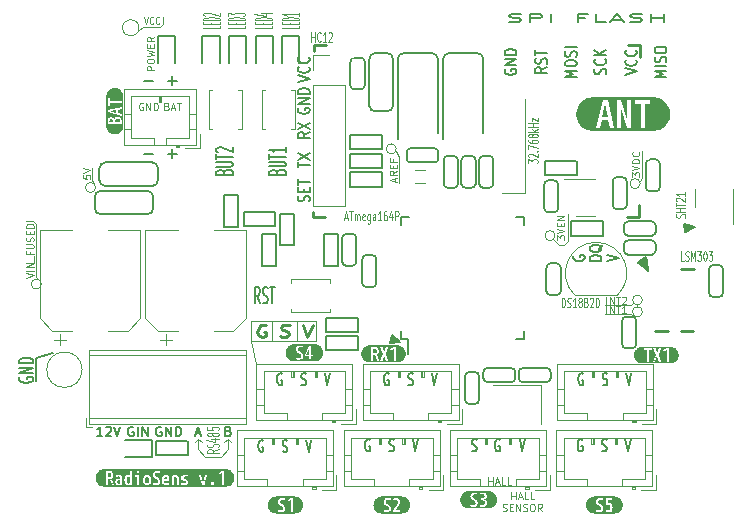
<source format=gbr>
%TF.GenerationSoftware,KiCad,Pcbnew,7.0.7*%
%TF.CreationDate,2023-10-01T16:40:48+03:00*%
%TF.ProjectId,RadioSens,52616469-6f53-4656-9e73-2e6b69636164,rev?*%
%TF.SameCoordinates,Original*%
%TF.FileFunction,Legend,Top*%
%TF.FilePolarity,Positive*%
%FSLAX46Y46*%
G04 Gerber Fmt 4.6, Leading zero omitted, Abs format (unit mm)*
G04 Created by KiCad (PCBNEW 7.0.7) date 2023-10-01 16:40:48*
%MOMM*%
%LPD*%
G01*
G04 APERTURE LIST*
%ADD10C,0.120000*%
%ADD11C,0.200000*%
%ADD12C,0.175000*%
%ADD13C,0.230000*%
%ADD14C,0.125000*%
%ADD15C,0.100000*%
%ADD16C,0.150000*%
%ADD17C,0.152000*%
%ADD18C,0.153000*%
%ADD19C,0.254000*%
G04 APERTURE END LIST*
D10*
X86119815Y-116448180D02*
X86719815Y-115848180D01*
X75269815Y-92998180D02*
X75269815Y-91998180D01*
X79219815Y-80348180D02*
X79519815Y-80048180D01*
X115169815Y-98548180D02*
X115369815Y-98348180D01*
X84519815Y-115248180D02*
X84219815Y-114948180D01*
X94219815Y-106648180D02*
X88669815Y-106648180D01*
X121769815Y-92848180D02*
X121769815Y-90598180D01*
X81219815Y-79848180D02*
X81219815Y-79248180D01*
X92569815Y-104948180D02*
X92569815Y-106648180D01*
X84819815Y-116448180D02*
X85519815Y-116448180D01*
X100969815Y-90548180D02*
X101219815Y-91098180D01*
X121069815Y-103448180D02*
X120869815Y-103648180D01*
X70519815Y-96798180D02*
X70269815Y-96498180D01*
X114444079Y-97748180D02*
G75*
G03*
X114444079Y-97748180I-424264J0D01*
G01*
X70944079Y-101848180D02*
G75*
G03*
X70944079Y-101848180I-424264J0D01*
G01*
X120869815Y-103648180D02*
X118669815Y-103648180D01*
X83919815Y-115248180D02*
X84219815Y-114948180D01*
X84219815Y-115848180D02*
X84819815Y-116448180D01*
X94219815Y-104948180D02*
X94219815Y-106648180D01*
X84219815Y-114948180D02*
X84519815Y-115248180D01*
X100994079Y-90398180D02*
G75*
G03*
X100994079Y-90398180I-424264J0D01*
G01*
X86719815Y-114948180D02*
X86419815Y-115248180D01*
X81019815Y-80048180D02*
X81219815Y-79848180D01*
D11*
X70519815Y-110048180D02*
X70519815Y-108148180D01*
D10*
X115369815Y-98348180D02*
X115519815Y-98198180D01*
X84219815Y-114948180D02*
X84219815Y-115848180D01*
X79519815Y-80048180D02*
X80819815Y-80048180D01*
D11*
X70519815Y-108148180D02*
X71919815Y-107648180D01*
D10*
X121619815Y-93148180D02*
X121769815Y-92848180D01*
X121644079Y-93348180D02*
G75*
G03*
X121644079Y-93348180I-424264J0D01*
G01*
X86719815Y-115848180D02*
X86719815Y-114948180D01*
X70619815Y-101448180D02*
X70519815Y-101198180D01*
X88669815Y-106648180D02*
X89159815Y-108638180D01*
X121844079Y-103198180D02*
G75*
G03*
X121844079Y-103198180I-424264J0D01*
G01*
X80819815Y-80048180D02*
X81019815Y-80048180D01*
X90519815Y-104948180D02*
X90519815Y-106648180D01*
X120869815Y-104398180D02*
X118669815Y-104398180D01*
X114769815Y-98548180D02*
X115169815Y-98548180D01*
X88669815Y-104948180D02*
X94219815Y-104948180D01*
X101219815Y-91098180D02*
X101219815Y-93298180D01*
X85519815Y-116448180D02*
X86119815Y-116448180D01*
X88669815Y-106648180D02*
X88669815Y-104948180D01*
X86719815Y-114948180D02*
X87019815Y-115248180D01*
X75544079Y-93672444D02*
G75*
G03*
X75544079Y-93672444I-424264J0D01*
G01*
X121169815Y-104548180D02*
X120869815Y-104398180D01*
X121844079Y-104198180D02*
G75*
G03*
X121844079Y-104198180I-424264J0D01*
G01*
X70519815Y-101198180D02*
X70519815Y-96798180D01*
X115519815Y-98198180D02*
X115519815Y-95898180D01*
X70269815Y-96498180D02*
X69669815Y-96498180D01*
X114319815Y-98098180D02*
X114769815Y-98548180D01*
X86419815Y-115248180D02*
X86719815Y-114948180D01*
X75419815Y-93348180D02*
X75269815Y-92998180D01*
D12*
X90925048Y-92355371D02*
X90991715Y-92255371D01*
X90991715Y-92255371D02*
X91058381Y-92222037D01*
X91058381Y-92222037D02*
X91191715Y-92188704D01*
X91191715Y-92188704D02*
X91391715Y-92188704D01*
X91391715Y-92188704D02*
X91525048Y-92222037D01*
X91525048Y-92222037D02*
X91591715Y-92255371D01*
X91591715Y-92255371D02*
X91658381Y-92322037D01*
X91658381Y-92322037D02*
X91658381Y-92588704D01*
X91658381Y-92588704D02*
X90258381Y-92588704D01*
X90258381Y-92588704D02*
X90258381Y-92355371D01*
X90258381Y-92355371D02*
X90325048Y-92288704D01*
X90325048Y-92288704D02*
X90391715Y-92255371D01*
X90391715Y-92255371D02*
X90525048Y-92222037D01*
X90525048Y-92222037D02*
X90658381Y-92222037D01*
X90658381Y-92222037D02*
X90791715Y-92255371D01*
X90791715Y-92255371D02*
X90858381Y-92288704D01*
X90858381Y-92288704D02*
X90925048Y-92355371D01*
X90925048Y-92355371D02*
X90925048Y-92588704D01*
X90258381Y-91888704D02*
X91391715Y-91888704D01*
X91391715Y-91888704D02*
X91525048Y-91855371D01*
X91525048Y-91855371D02*
X91591715Y-91822037D01*
X91591715Y-91822037D02*
X91658381Y-91755371D01*
X91658381Y-91755371D02*
X91658381Y-91622037D01*
X91658381Y-91622037D02*
X91591715Y-91555371D01*
X91591715Y-91555371D02*
X91525048Y-91522037D01*
X91525048Y-91522037D02*
X91391715Y-91488704D01*
X91391715Y-91488704D02*
X90258381Y-91488704D01*
X90258381Y-91255371D02*
X90258381Y-90855371D01*
X91658381Y-91055371D02*
X90258381Y-91055371D01*
X91658381Y-90255371D02*
X91658381Y-90655371D01*
X91658381Y-90455371D02*
X90258381Y-90455371D01*
X90258381Y-90455371D02*
X90458381Y-90522038D01*
X90458381Y-90522038D02*
X90591715Y-90588705D01*
X90591715Y-90588705D02*
X90658381Y-90655371D01*
D13*
X93138863Y-105298839D02*
X93413863Y-106298839D01*
X93413863Y-106298839D02*
X93938863Y-105298839D01*
D14*
X81576958Y-86804965D02*
X81662672Y-86833537D01*
X81662672Y-86833537D02*
X81691243Y-86862108D01*
X81691243Y-86862108D02*
X81719815Y-86919251D01*
X81719815Y-86919251D02*
X81719815Y-87004965D01*
X81719815Y-87004965D02*
X81691243Y-87062108D01*
X81691243Y-87062108D02*
X81662672Y-87090680D01*
X81662672Y-87090680D02*
X81605529Y-87119251D01*
X81605529Y-87119251D02*
X81376958Y-87119251D01*
X81376958Y-87119251D02*
X81376958Y-86519251D01*
X81376958Y-86519251D02*
X81576958Y-86519251D01*
X81576958Y-86519251D02*
X81634101Y-86547822D01*
X81634101Y-86547822D02*
X81662672Y-86576394D01*
X81662672Y-86576394D02*
X81691243Y-86633537D01*
X81691243Y-86633537D02*
X81691243Y-86690680D01*
X81691243Y-86690680D02*
X81662672Y-86747822D01*
X81662672Y-86747822D02*
X81634101Y-86776394D01*
X81634101Y-86776394D02*
X81576958Y-86804965D01*
X81576958Y-86804965D02*
X81376958Y-86804965D01*
X81948386Y-86947822D02*
X82234101Y-86947822D01*
X81891243Y-87119251D02*
X82091243Y-86519251D01*
X82091243Y-86519251D02*
X82291243Y-87119251D01*
X82405529Y-86519251D02*
X82748387Y-86519251D01*
X82576958Y-87119251D02*
X82576958Y-86519251D01*
D11*
X118372034Y-99876750D02*
X117372034Y-99876750D01*
X117372034Y-99876750D02*
X117372034Y-99686274D01*
X117372034Y-99686274D02*
X117419653Y-99571988D01*
X117419653Y-99571988D02*
X117514891Y-99495798D01*
X117514891Y-99495798D02*
X117610129Y-99457703D01*
X117610129Y-99457703D02*
X117800605Y-99419607D01*
X117800605Y-99419607D02*
X117943462Y-99419607D01*
X117943462Y-99419607D02*
X118133938Y-99457703D01*
X118133938Y-99457703D02*
X118229176Y-99495798D01*
X118229176Y-99495798D02*
X118324415Y-99571988D01*
X118324415Y-99571988D02*
X118372034Y-99686274D01*
X118372034Y-99686274D02*
X118372034Y-99876750D01*
X118467272Y-98543417D02*
X118419653Y-98619607D01*
X118419653Y-98619607D02*
X118324415Y-98695798D01*
X118324415Y-98695798D02*
X118181557Y-98810084D01*
X118181557Y-98810084D02*
X118133938Y-98886274D01*
X118133938Y-98886274D02*
X118133938Y-98962465D01*
X118372034Y-98924369D02*
X118324415Y-99000560D01*
X118324415Y-99000560D02*
X118229176Y-99076750D01*
X118229176Y-99076750D02*
X118038700Y-99114846D01*
X118038700Y-99114846D02*
X117705367Y-99114846D01*
X117705367Y-99114846D02*
X117514891Y-99076750D01*
X117514891Y-99076750D02*
X117419653Y-99000560D01*
X117419653Y-99000560D02*
X117372034Y-98924369D01*
X117372034Y-98924369D02*
X117372034Y-98771988D01*
X117372034Y-98771988D02*
X117419653Y-98695798D01*
X117419653Y-98695798D02*
X117514891Y-98619607D01*
X117514891Y-98619607D02*
X117705367Y-98581512D01*
X117705367Y-98581512D02*
X118038700Y-98581512D01*
X118038700Y-98581512D02*
X118229176Y-98619607D01*
X118229176Y-98619607D02*
X118324415Y-98695798D01*
X118324415Y-98695798D02*
X118372034Y-98771988D01*
X118372034Y-98771988D02*
X118372034Y-98924369D01*
D14*
X100869457Y-93169608D02*
X100869457Y-92883894D01*
X101040886Y-93226751D02*
X100440886Y-93026751D01*
X100440886Y-93026751D02*
X101040886Y-92826751D01*
X101040886Y-92283893D02*
X100755172Y-92483893D01*
X101040886Y-92626750D02*
X100440886Y-92626750D01*
X100440886Y-92626750D02*
X100440886Y-92398179D01*
X100440886Y-92398179D02*
X100469457Y-92341036D01*
X100469457Y-92341036D02*
X100498029Y-92312465D01*
X100498029Y-92312465D02*
X100555172Y-92283893D01*
X100555172Y-92283893D02*
X100640886Y-92283893D01*
X100640886Y-92283893D02*
X100698029Y-92312465D01*
X100698029Y-92312465D02*
X100726600Y-92341036D01*
X100726600Y-92341036D02*
X100755172Y-92398179D01*
X100755172Y-92398179D02*
X100755172Y-92626750D01*
X100726600Y-92026750D02*
X100726600Y-91826750D01*
X101040886Y-91741036D02*
X101040886Y-92026750D01*
X101040886Y-92026750D02*
X100440886Y-92026750D01*
X100440886Y-92026750D02*
X100440886Y-91741036D01*
X100726600Y-91283893D02*
X100726600Y-91483893D01*
X101040886Y-91483893D02*
X100440886Y-91483893D01*
X100440886Y-91483893D02*
X100440886Y-91198179D01*
D12*
X91369815Y-116004080D02*
X91469815Y-116051699D01*
X91469815Y-116051699D02*
X91636482Y-116051699D01*
X91636482Y-116051699D02*
X91703148Y-116004080D01*
X91703148Y-116004080D02*
X91736482Y-115956460D01*
X91736482Y-115956460D02*
X91769815Y-115861222D01*
X91769815Y-115861222D02*
X91769815Y-115765984D01*
X91769815Y-115765984D02*
X91736482Y-115670746D01*
X91736482Y-115670746D02*
X91703148Y-115623127D01*
X91703148Y-115623127D02*
X91636482Y-115575508D01*
X91636482Y-115575508D02*
X91503148Y-115527889D01*
X91503148Y-115527889D02*
X91436482Y-115480270D01*
X91436482Y-115480270D02*
X91403148Y-115432651D01*
X91403148Y-115432651D02*
X91369815Y-115337413D01*
X91369815Y-115337413D02*
X91369815Y-115242175D01*
X91369815Y-115242175D02*
X91403148Y-115146937D01*
X91403148Y-115146937D02*
X91436482Y-115099318D01*
X91436482Y-115099318D02*
X91503148Y-115051699D01*
X91503148Y-115051699D02*
X91669815Y-115051699D01*
X91669815Y-115051699D02*
X91769815Y-115099318D01*
D14*
X114640886Y-98091036D02*
X114640886Y-97719608D01*
X114640886Y-97719608D02*
X114869457Y-97919608D01*
X114869457Y-97919608D02*
X114869457Y-97833893D01*
X114869457Y-97833893D02*
X114898029Y-97776751D01*
X114898029Y-97776751D02*
X114926600Y-97748179D01*
X114926600Y-97748179D02*
X114983743Y-97719608D01*
X114983743Y-97719608D02*
X115126600Y-97719608D01*
X115126600Y-97719608D02*
X115183743Y-97748179D01*
X115183743Y-97748179D02*
X115212315Y-97776751D01*
X115212315Y-97776751D02*
X115240886Y-97833893D01*
X115240886Y-97833893D02*
X115240886Y-98005322D01*
X115240886Y-98005322D02*
X115212315Y-98062465D01*
X115212315Y-98062465D02*
X115183743Y-98091036D01*
X114640886Y-97548179D02*
X115240886Y-97348179D01*
X115240886Y-97348179D02*
X114640886Y-97148179D01*
X114926600Y-96948178D02*
X114926600Y-96748178D01*
X115240886Y-96662464D02*
X115240886Y-96948178D01*
X115240886Y-96948178D02*
X114640886Y-96948178D01*
X114640886Y-96948178D02*
X114640886Y-96662464D01*
X115240886Y-96405321D02*
X114640886Y-96405321D01*
X114640886Y-96405321D02*
X115240886Y-96062464D01*
X115240886Y-96062464D02*
X114640886Y-96062464D01*
X74490886Y-92612465D02*
X74490886Y-92898179D01*
X74490886Y-92898179D02*
X74776600Y-92926751D01*
X74776600Y-92926751D02*
X74748029Y-92898179D01*
X74748029Y-92898179D02*
X74719457Y-92841037D01*
X74719457Y-92841037D02*
X74719457Y-92698179D01*
X74719457Y-92698179D02*
X74748029Y-92641037D01*
X74748029Y-92641037D02*
X74776600Y-92612465D01*
X74776600Y-92612465D02*
X74833743Y-92583894D01*
X74833743Y-92583894D02*
X74976600Y-92583894D01*
X74976600Y-92583894D02*
X75033743Y-92612465D01*
X75033743Y-92612465D02*
X75062315Y-92641037D01*
X75062315Y-92641037D02*
X75090886Y-92698179D01*
X75090886Y-92698179D02*
X75090886Y-92841037D01*
X75090886Y-92841037D02*
X75062315Y-92898179D01*
X75062315Y-92898179D02*
X75033743Y-92926751D01*
X74490886Y-92412465D02*
X75090886Y-92212465D01*
X75090886Y-92212465D02*
X74490886Y-92012465D01*
D12*
X93336481Y-115051699D02*
X93569815Y-116051699D01*
X93569815Y-116051699D02*
X93803148Y-115051699D01*
X116753148Y-115049318D02*
X116686481Y-115001699D01*
X116686481Y-115001699D02*
X116586481Y-115001699D01*
X116586481Y-115001699D02*
X116486481Y-115049318D01*
X116486481Y-115049318D02*
X116419815Y-115144556D01*
X116419815Y-115144556D02*
X116386481Y-115239794D01*
X116386481Y-115239794D02*
X116353148Y-115430270D01*
X116353148Y-115430270D02*
X116353148Y-115573127D01*
X116353148Y-115573127D02*
X116386481Y-115763603D01*
X116386481Y-115763603D02*
X116419815Y-115858841D01*
X116419815Y-115858841D02*
X116486481Y-115954080D01*
X116486481Y-115954080D02*
X116586481Y-116001699D01*
X116586481Y-116001699D02*
X116653148Y-116001699D01*
X116653148Y-116001699D02*
X116753148Y-115954080D01*
X116753148Y-115954080D02*
X116786481Y-115906460D01*
X116786481Y-115906460D02*
X116786481Y-115573127D01*
X116786481Y-115573127D02*
X116653148Y-115573127D01*
D14*
X85975934Y-115845798D02*
X85499743Y-116012464D01*
X85975934Y-116131512D02*
X84975934Y-116131512D01*
X84975934Y-116131512D02*
X84975934Y-115941036D01*
X84975934Y-115941036D02*
X85023553Y-115893417D01*
X85023553Y-115893417D02*
X85071172Y-115869607D01*
X85071172Y-115869607D02*
X85166410Y-115845798D01*
X85166410Y-115845798D02*
X85309267Y-115845798D01*
X85309267Y-115845798D02*
X85404505Y-115869607D01*
X85404505Y-115869607D02*
X85452124Y-115893417D01*
X85452124Y-115893417D02*
X85499743Y-115941036D01*
X85499743Y-115941036D02*
X85499743Y-116131512D01*
X85928315Y-115655321D02*
X85975934Y-115583893D01*
X85975934Y-115583893D02*
X85975934Y-115464845D01*
X85975934Y-115464845D02*
X85928315Y-115417226D01*
X85928315Y-115417226D02*
X85880695Y-115393417D01*
X85880695Y-115393417D02*
X85785457Y-115369607D01*
X85785457Y-115369607D02*
X85690219Y-115369607D01*
X85690219Y-115369607D02*
X85594981Y-115393417D01*
X85594981Y-115393417D02*
X85547362Y-115417226D01*
X85547362Y-115417226D02*
X85499743Y-115464845D01*
X85499743Y-115464845D02*
X85452124Y-115560083D01*
X85452124Y-115560083D02*
X85404505Y-115607702D01*
X85404505Y-115607702D02*
X85356886Y-115631512D01*
X85356886Y-115631512D02*
X85261648Y-115655321D01*
X85261648Y-115655321D02*
X85166410Y-115655321D01*
X85166410Y-115655321D02*
X85071172Y-115631512D01*
X85071172Y-115631512D02*
X85023553Y-115607702D01*
X85023553Y-115607702D02*
X84975934Y-115560083D01*
X84975934Y-115560083D02*
X84975934Y-115441036D01*
X84975934Y-115441036D02*
X85023553Y-115369607D01*
X85309267Y-114941036D02*
X85975934Y-114941036D01*
X84928315Y-115060084D02*
X85642600Y-115179131D01*
X85642600Y-115179131D02*
X85642600Y-114869608D01*
X85404505Y-114607703D02*
X85356886Y-114655322D01*
X85356886Y-114655322D02*
X85309267Y-114679132D01*
X85309267Y-114679132D02*
X85214029Y-114702941D01*
X85214029Y-114702941D02*
X85166410Y-114702941D01*
X85166410Y-114702941D02*
X85071172Y-114679132D01*
X85071172Y-114679132D02*
X85023553Y-114655322D01*
X85023553Y-114655322D02*
X84975934Y-114607703D01*
X84975934Y-114607703D02*
X84975934Y-114512465D01*
X84975934Y-114512465D02*
X85023553Y-114464846D01*
X85023553Y-114464846D02*
X85071172Y-114441037D01*
X85071172Y-114441037D02*
X85166410Y-114417227D01*
X85166410Y-114417227D02*
X85214029Y-114417227D01*
X85214029Y-114417227D02*
X85309267Y-114441037D01*
X85309267Y-114441037D02*
X85356886Y-114464846D01*
X85356886Y-114464846D02*
X85404505Y-114512465D01*
X85404505Y-114512465D02*
X85404505Y-114607703D01*
X85404505Y-114607703D02*
X85452124Y-114655322D01*
X85452124Y-114655322D02*
X85499743Y-114679132D01*
X85499743Y-114679132D02*
X85594981Y-114702941D01*
X85594981Y-114702941D02*
X85785457Y-114702941D01*
X85785457Y-114702941D02*
X85880695Y-114679132D01*
X85880695Y-114679132D02*
X85928315Y-114655322D01*
X85928315Y-114655322D02*
X85975934Y-114607703D01*
X85975934Y-114607703D02*
X85975934Y-114512465D01*
X85975934Y-114512465D02*
X85928315Y-114464846D01*
X85928315Y-114464846D02*
X85880695Y-114441037D01*
X85880695Y-114441037D02*
X85785457Y-114417227D01*
X85785457Y-114417227D02*
X85594981Y-114417227D01*
X85594981Y-114417227D02*
X85499743Y-114441037D01*
X85499743Y-114441037D02*
X85452124Y-114464846D01*
X85452124Y-114464846D02*
X85404505Y-114512465D01*
X84975934Y-113964847D02*
X84975934Y-114202942D01*
X84975934Y-114202942D02*
X85452124Y-114226751D01*
X85452124Y-114226751D02*
X85404505Y-114202942D01*
X85404505Y-114202942D02*
X85356886Y-114155323D01*
X85356886Y-114155323D02*
X85356886Y-114036275D01*
X85356886Y-114036275D02*
X85404505Y-113988656D01*
X85404505Y-113988656D02*
X85452124Y-113964847D01*
X85452124Y-113964847D02*
X85547362Y-113941037D01*
X85547362Y-113941037D02*
X85785457Y-113941037D01*
X85785457Y-113941037D02*
X85880695Y-113964847D01*
X85880695Y-113964847D02*
X85928315Y-113988656D01*
X85928315Y-113988656D02*
X85975934Y-114036275D01*
X85975934Y-114036275D02*
X85975934Y-114155323D01*
X85975934Y-114155323D02*
X85928315Y-114202942D01*
X85928315Y-114202942D02*
X85880695Y-114226751D01*
D11*
X120372034Y-84112164D02*
X121372034Y-83845497D01*
X121372034Y-83845497D02*
X120372034Y-83578831D01*
X121276795Y-82855021D02*
X121324415Y-82893117D01*
X121324415Y-82893117D02*
X121372034Y-83007402D01*
X121372034Y-83007402D02*
X121372034Y-83083593D01*
X121372034Y-83083593D02*
X121324415Y-83197879D01*
X121324415Y-83197879D02*
X121229176Y-83274069D01*
X121229176Y-83274069D02*
X121133938Y-83312164D01*
X121133938Y-83312164D02*
X120943462Y-83350260D01*
X120943462Y-83350260D02*
X120800605Y-83350260D01*
X120800605Y-83350260D02*
X120610129Y-83312164D01*
X120610129Y-83312164D02*
X120514891Y-83274069D01*
X120514891Y-83274069D02*
X120419653Y-83197879D01*
X120419653Y-83197879D02*
X120372034Y-83083593D01*
X120372034Y-83083593D02*
X120372034Y-83007402D01*
X120372034Y-83007402D02*
X120419653Y-82893117D01*
X120419653Y-82893117D02*
X120467272Y-82855021D01*
X121276795Y-82055021D02*
X121324415Y-82093117D01*
X121324415Y-82093117D02*
X121372034Y-82207402D01*
X121372034Y-82207402D02*
X121372034Y-82283593D01*
X121372034Y-82283593D02*
X121324415Y-82397879D01*
X121324415Y-82397879D02*
X121229176Y-82474069D01*
X121229176Y-82474069D02*
X121133938Y-82512164D01*
X121133938Y-82512164D02*
X120943462Y-82550260D01*
X120943462Y-82550260D02*
X120800605Y-82550260D01*
X120800605Y-82550260D02*
X120610129Y-82512164D01*
X120610129Y-82512164D02*
X120514891Y-82474069D01*
X120514891Y-82474069D02*
X120419653Y-82397879D01*
X120419653Y-82397879D02*
X120372034Y-82283593D01*
X120372034Y-82283593D02*
X120372034Y-82207402D01*
X120372034Y-82207402D02*
X120419653Y-82093117D01*
X120419653Y-82093117D02*
X120467272Y-82055021D01*
D12*
X89703148Y-115099318D02*
X89636481Y-115051699D01*
X89636481Y-115051699D02*
X89536481Y-115051699D01*
X89536481Y-115051699D02*
X89436481Y-115099318D01*
X89436481Y-115099318D02*
X89369815Y-115194556D01*
X89369815Y-115194556D02*
X89336481Y-115289794D01*
X89336481Y-115289794D02*
X89303148Y-115480270D01*
X89303148Y-115480270D02*
X89303148Y-115623127D01*
X89303148Y-115623127D02*
X89336481Y-115813603D01*
X89336481Y-115813603D02*
X89369815Y-115908841D01*
X89369815Y-115908841D02*
X89436481Y-116004080D01*
X89436481Y-116004080D02*
X89536481Y-116051699D01*
X89536481Y-116051699D02*
X89603148Y-116051699D01*
X89603148Y-116051699D02*
X89703148Y-116004080D01*
X89703148Y-116004080D02*
X89736481Y-115956460D01*
X89736481Y-115956460D02*
X89736481Y-115623127D01*
X89736481Y-115623127D02*
X89603148Y-115623127D01*
D11*
X78719815Y-113945970D02*
X78643625Y-113907875D01*
X78643625Y-113907875D02*
X78529339Y-113907875D01*
X78529339Y-113907875D02*
X78415053Y-113945970D01*
X78415053Y-113945970D02*
X78338863Y-114022160D01*
X78338863Y-114022160D02*
X78300768Y-114098351D01*
X78300768Y-114098351D02*
X78262672Y-114250732D01*
X78262672Y-114250732D02*
X78262672Y-114365018D01*
X78262672Y-114365018D02*
X78300768Y-114517399D01*
X78300768Y-114517399D02*
X78338863Y-114593589D01*
X78338863Y-114593589D02*
X78415053Y-114669780D01*
X78415053Y-114669780D02*
X78529339Y-114707875D01*
X78529339Y-114707875D02*
X78605530Y-114707875D01*
X78605530Y-114707875D02*
X78719815Y-114669780D01*
X78719815Y-114669780D02*
X78757911Y-114631684D01*
X78757911Y-114631684D02*
X78757911Y-114365018D01*
X78757911Y-114365018D02*
X78605530Y-114365018D01*
X79100768Y-114707875D02*
X79100768Y-113907875D01*
X79481720Y-114707875D02*
X79481720Y-113907875D01*
X79481720Y-113907875D02*
X79938863Y-114707875D01*
X79938863Y-114707875D02*
X79938863Y-113907875D01*
D12*
X120386481Y-115001699D02*
X120619815Y-116001699D01*
X120619815Y-116001699D02*
X120853148Y-115001699D01*
D14*
X125336482Y-99861775D02*
X125098387Y-99861775D01*
X125098387Y-99861775D02*
X125098387Y-99061775D01*
X125479340Y-99823680D02*
X125550768Y-99861775D01*
X125550768Y-99861775D02*
X125669816Y-99861775D01*
X125669816Y-99861775D02*
X125717435Y-99823680D01*
X125717435Y-99823680D02*
X125741244Y-99785584D01*
X125741244Y-99785584D02*
X125765054Y-99709394D01*
X125765054Y-99709394D02*
X125765054Y-99633203D01*
X125765054Y-99633203D02*
X125741244Y-99557013D01*
X125741244Y-99557013D02*
X125717435Y-99518918D01*
X125717435Y-99518918D02*
X125669816Y-99480822D01*
X125669816Y-99480822D02*
X125574578Y-99442727D01*
X125574578Y-99442727D02*
X125526959Y-99404632D01*
X125526959Y-99404632D02*
X125503149Y-99366537D01*
X125503149Y-99366537D02*
X125479340Y-99290346D01*
X125479340Y-99290346D02*
X125479340Y-99214156D01*
X125479340Y-99214156D02*
X125503149Y-99137965D01*
X125503149Y-99137965D02*
X125526959Y-99099870D01*
X125526959Y-99099870D02*
X125574578Y-99061775D01*
X125574578Y-99061775D02*
X125693625Y-99061775D01*
X125693625Y-99061775D02*
X125765054Y-99099870D01*
X125979339Y-99861775D02*
X125979339Y-99061775D01*
X125979339Y-99061775D02*
X126146006Y-99633203D01*
X126146006Y-99633203D02*
X126312672Y-99061775D01*
X126312672Y-99061775D02*
X126312672Y-99861775D01*
X126503149Y-99061775D02*
X126812673Y-99061775D01*
X126812673Y-99061775D02*
X126646006Y-99366537D01*
X126646006Y-99366537D02*
X126717435Y-99366537D01*
X126717435Y-99366537D02*
X126765054Y-99404632D01*
X126765054Y-99404632D02*
X126788863Y-99442727D01*
X126788863Y-99442727D02*
X126812673Y-99518918D01*
X126812673Y-99518918D02*
X126812673Y-99709394D01*
X126812673Y-99709394D02*
X126788863Y-99785584D01*
X126788863Y-99785584D02*
X126765054Y-99823680D01*
X126765054Y-99823680D02*
X126717435Y-99861775D01*
X126717435Y-99861775D02*
X126574578Y-99861775D01*
X126574578Y-99861775D02*
X126526959Y-99823680D01*
X126526959Y-99823680D02*
X126503149Y-99785584D01*
X127122196Y-99061775D02*
X127169815Y-99061775D01*
X127169815Y-99061775D02*
X127217434Y-99099870D01*
X127217434Y-99099870D02*
X127241244Y-99137965D01*
X127241244Y-99137965D02*
X127265053Y-99214156D01*
X127265053Y-99214156D02*
X127288863Y-99366537D01*
X127288863Y-99366537D02*
X127288863Y-99557013D01*
X127288863Y-99557013D02*
X127265053Y-99709394D01*
X127265053Y-99709394D02*
X127241244Y-99785584D01*
X127241244Y-99785584D02*
X127217434Y-99823680D01*
X127217434Y-99823680D02*
X127169815Y-99861775D01*
X127169815Y-99861775D02*
X127122196Y-99861775D01*
X127122196Y-99861775D02*
X127074577Y-99823680D01*
X127074577Y-99823680D02*
X127050768Y-99785584D01*
X127050768Y-99785584D02*
X127026958Y-99709394D01*
X127026958Y-99709394D02*
X127003149Y-99557013D01*
X127003149Y-99557013D02*
X127003149Y-99366537D01*
X127003149Y-99366537D02*
X127026958Y-99214156D01*
X127026958Y-99214156D02*
X127050768Y-99137965D01*
X127050768Y-99137965D02*
X127074577Y-99099870D01*
X127074577Y-99099870D02*
X127122196Y-99061775D01*
X127455529Y-99061775D02*
X127765053Y-99061775D01*
X127765053Y-99061775D02*
X127598386Y-99366537D01*
X127598386Y-99366537D02*
X127669815Y-99366537D01*
X127669815Y-99366537D02*
X127717434Y-99404632D01*
X127717434Y-99404632D02*
X127741243Y-99442727D01*
X127741243Y-99442727D02*
X127765053Y-99518918D01*
X127765053Y-99518918D02*
X127765053Y-99709394D01*
X127765053Y-99709394D02*
X127741243Y-99785584D01*
X127741243Y-99785584D02*
X127717434Y-99823680D01*
X127717434Y-99823680D02*
X127669815Y-99861775D01*
X127669815Y-99861775D02*
X127526958Y-99861775D01*
X127526958Y-99861775D02*
X127479339Y-99823680D01*
X127479339Y-99823680D02*
X127455529Y-99785584D01*
X125445315Y-96219607D02*
X125483410Y-96148179D01*
X125483410Y-96148179D02*
X125483410Y-96029131D01*
X125483410Y-96029131D02*
X125445315Y-95981512D01*
X125445315Y-95981512D02*
X125407219Y-95957703D01*
X125407219Y-95957703D02*
X125331029Y-95933893D01*
X125331029Y-95933893D02*
X125254838Y-95933893D01*
X125254838Y-95933893D02*
X125178648Y-95957703D01*
X125178648Y-95957703D02*
X125140553Y-95981512D01*
X125140553Y-95981512D02*
X125102457Y-96029131D01*
X125102457Y-96029131D02*
X125064362Y-96124369D01*
X125064362Y-96124369D02*
X125026267Y-96171988D01*
X125026267Y-96171988D02*
X124988172Y-96195798D01*
X124988172Y-96195798D02*
X124911981Y-96219607D01*
X124911981Y-96219607D02*
X124835791Y-96219607D01*
X124835791Y-96219607D02*
X124759600Y-96195798D01*
X124759600Y-96195798D02*
X124721505Y-96171988D01*
X124721505Y-96171988D02*
X124683410Y-96124369D01*
X124683410Y-96124369D02*
X124683410Y-96005322D01*
X124683410Y-96005322D02*
X124721505Y-95933893D01*
X125483410Y-95719608D02*
X124683410Y-95719608D01*
X125064362Y-95719608D02*
X125064362Y-95433894D01*
X125483410Y-95433894D02*
X124683410Y-95433894D01*
X124683410Y-95267226D02*
X124683410Y-94981512D01*
X125483410Y-95124369D02*
X124683410Y-95124369D01*
X124759600Y-94838655D02*
X124721505Y-94814846D01*
X124721505Y-94814846D02*
X124683410Y-94767227D01*
X124683410Y-94767227D02*
X124683410Y-94648179D01*
X124683410Y-94648179D02*
X124721505Y-94600560D01*
X124721505Y-94600560D02*
X124759600Y-94576751D01*
X124759600Y-94576751D02*
X124835791Y-94552941D01*
X124835791Y-94552941D02*
X124911981Y-94552941D01*
X124911981Y-94552941D02*
X125026267Y-94576751D01*
X125026267Y-94576751D02*
X125483410Y-94862465D01*
X125483410Y-94862465D02*
X125483410Y-94552941D01*
X125483410Y-94076751D02*
X125483410Y-94362465D01*
X125483410Y-94219608D02*
X124683410Y-94219608D01*
X124683410Y-94219608D02*
X124797695Y-94267227D01*
X124797695Y-94267227D02*
X124873886Y-94314846D01*
X124873886Y-94314846D02*
X124911981Y-94362465D01*
X120990886Y-92755322D02*
X120990886Y-92383894D01*
X120990886Y-92383894D02*
X121219457Y-92583894D01*
X121219457Y-92583894D02*
X121219457Y-92498179D01*
X121219457Y-92498179D02*
X121248029Y-92441037D01*
X121248029Y-92441037D02*
X121276600Y-92412465D01*
X121276600Y-92412465D02*
X121333743Y-92383894D01*
X121333743Y-92383894D02*
X121476600Y-92383894D01*
X121476600Y-92383894D02*
X121533743Y-92412465D01*
X121533743Y-92412465D02*
X121562315Y-92441037D01*
X121562315Y-92441037D02*
X121590886Y-92498179D01*
X121590886Y-92498179D02*
X121590886Y-92669608D01*
X121590886Y-92669608D02*
X121562315Y-92726751D01*
X121562315Y-92726751D02*
X121533743Y-92755322D01*
X120990886Y-92212465D02*
X121590886Y-92012465D01*
X121590886Y-92012465D02*
X120990886Y-91812465D01*
X121590886Y-91612464D02*
X120990886Y-91612464D01*
X120990886Y-91612464D02*
X120990886Y-91469607D01*
X120990886Y-91469607D02*
X121019457Y-91383893D01*
X121019457Y-91383893D02*
X121076600Y-91326750D01*
X121076600Y-91326750D02*
X121133743Y-91298179D01*
X121133743Y-91298179D02*
X121248029Y-91269607D01*
X121248029Y-91269607D02*
X121333743Y-91269607D01*
X121333743Y-91269607D02*
X121448029Y-91298179D01*
X121448029Y-91298179D02*
X121505172Y-91326750D01*
X121505172Y-91326750D02*
X121562315Y-91383893D01*
X121562315Y-91383893D02*
X121590886Y-91469607D01*
X121590886Y-91469607D02*
X121590886Y-91612464D01*
X121533743Y-90669607D02*
X121562315Y-90698179D01*
X121562315Y-90698179D02*
X121590886Y-90783893D01*
X121590886Y-90783893D02*
X121590886Y-90841036D01*
X121590886Y-90841036D02*
X121562315Y-90926750D01*
X121562315Y-90926750D02*
X121505172Y-90983893D01*
X121505172Y-90983893D02*
X121448029Y-91012464D01*
X121448029Y-91012464D02*
X121333743Y-91041036D01*
X121333743Y-91041036D02*
X121248029Y-91041036D01*
X121248029Y-91041036D02*
X121133743Y-91012464D01*
X121133743Y-91012464D02*
X121076600Y-90983893D01*
X121076600Y-90983893D02*
X121019457Y-90926750D01*
X121019457Y-90926750D02*
X120990886Y-90841036D01*
X120990886Y-90841036D02*
X120990886Y-90783893D01*
X120990886Y-90783893D02*
X121019457Y-90698179D01*
X121019457Y-90698179D02*
X121048029Y-90669607D01*
X118791244Y-104269251D02*
X118791244Y-103669251D01*
X119076958Y-104269251D02*
X119076958Y-103669251D01*
X119076958Y-103669251D02*
X119419815Y-104269251D01*
X119419815Y-104269251D02*
X119419815Y-103669251D01*
X119619814Y-103669251D02*
X119962672Y-103669251D01*
X119791243Y-104269251D02*
X119791243Y-103669251D01*
X120476957Y-104269251D02*
X120134100Y-104269251D01*
X120305529Y-104269251D02*
X120305529Y-103669251D01*
X120305529Y-103669251D02*
X120248386Y-103754965D01*
X120248386Y-103754965D02*
X120191243Y-103812108D01*
X120191243Y-103812108D02*
X120134100Y-103840680D01*
X93795985Y-81311775D02*
X93795985Y-80511775D01*
X93795985Y-80892727D02*
X94081699Y-80892727D01*
X94081699Y-81311775D02*
X94081699Y-80511775D01*
X94605509Y-81235584D02*
X94581700Y-81273680D01*
X94581700Y-81273680D02*
X94510271Y-81311775D01*
X94510271Y-81311775D02*
X94462652Y-81311775D01*
X94462652Y-81311775D02*
X94391224Y-81273680D01*
X94391224Y-81273680D02*
X94343605Y-81197489D01*
X94343605Y-81197489D02*
X94319795Y-81121299D01*
X94319795Y-81121299D02*
X94295986Y-80968918D01*
X94295986Y-80968918D02*
X94295986Y-80854632D01*
X94295986Y-80854632D02*
X94319795Y-80702251D01*
X94319795Y-80702251D02*
X94343605Y-80626060D01*
X94343605Y-80626060D02*
X94391224Y-80549870D01*
X94391224Y-80549870D02*
X94462652Y-80511775D01*
X94462652Y-80511775D02*
X94510271Y-80511775D01*
X94510271Y-80511775D02*
X94581700Y-80549870D01*
X94581700Y-80549870D02*
X94605509Y-80587965D01*
X95081700Y-81311775D02*
X94795986Y-81311775D01*
X94938843Y-81311775D02*
X94938843Y-80511775D01*
X94938843Y-80511775D02*
X94891224Y-80626060D01*
X94891224Y-80626060D02*
X94843605Y-80702251D01*
X94843605Y-80702251D02*
X94795986Y-80740346D01*
X95272176Y-80587965D02*
X95295985Y-80549870D01*
X95295985Y-80549870D02*
X95343604Y-80511775D01*
X95343604Y-80511775D02*
X95462652Y-80511775D01*
X95462652Y-80511775D02*
X95510271Y-80549870D01*
X95510271Y-80549870D02*
X95534080Y-80587965D01*
X95534080Y-80587965D02*
X95557890Y-80664156D01*
X95557890Y-80664156D02*
X95557890Y-80740346D01*
X95557890Y-80740346D02*
X95534080Y-80854632D01*
X95534080Y-80854632D02*
X95248366Y-81311775D01*
X95248366Y-81311775D02*
X95557890Y-81311775D01*
D11*
X79636214Y-84614532D02*
X80398119Y-84614532D01*
D12*
X89436481Y-103486746D02*
X89203148Y-102820080D01*
X89036481Y-103486746D02*
X89036481Y-102086746D01*
X89036481Y-102086746D02*
X89303148Y-102086746D01*
X89303148Y-102086746D02*
X89369815Y-102153413D01*
X89369815Y-102153413D02*
X89403148Y-102220080D01*
X89403148Y-102220080D02*
X89436481Y-102353413D01*
X89436481Y-102353413D02*
X89436481Y-102553413D01*
X89436481Y-102553413D02*
X89403148Y-102686746D01*
X89403148Y-102686746D02*
X89369815Y-102753413D01*
X89369815Y-102753413D02*
X89303148Y-102820080D01*
X89303148Y-102820080D02*
X89036481Y-102820080D01*
X89703148Y-103420080D02*
X89803148Y-103486746D01*
X89803148Y-103486746D02*
X89969815Y-103486746D01*
X89969815Y-103486746D02*
X90036481Y-103420080D01*
X90036481Y-103420080D02*
X90069815Y-103353413D01*
X90069815Y-103353413D02*
X90103148Y-103220080D01*
X90103148Y-103220080D02*
X90103148Y-103086746D01*
X90103148Y-103086746D02*
X90069815Y-102953413D01*
X90069815Y-102953413D02*
X90036481Y-102886746D01*
X90036481Y-102886746D02*
X89969815Y-102820080D01*
X89969815Y-102820080D02*
X89836481Y-102753413D01*
X89836481Y-102753413D02*
X89769815Y-102686746D01*
X89769815Y-102686746D02*
X89736481Y-102620080D01*
X89736481Y-102620080D02*
X89703148Y-102486746D01*
X89703148Y-102486746D02*
X89703148Y-102353413D01*
X89703148Y-102353413D02*
X89736481Y-102220080D01*
X89736481Y-102220080D02*
X89769815Y-102153413D01*
X89769815Y-102153413D02*
X89836481Y-102086746D01*
X89836481Y-102086746D02*
X90003148Y-102086746D01*
X90003148Y-102086746D02*
X90103148Y-102153413D01*
X90303148Y-102086746D02*
X90703148Y-102086746D01*
X90503148Y-103486746D02*
X90503148Y-102086746D01*
X107419815Y-115954080D02*
X107519815Y-116001699D01*
X107519815Y-116001699D02*
X107686482Y-116001699D01*
X107686482Y-116001699D02*
X107753148Y-115954080D01*
X107753148Y-115954080D02*
X107786482Y-115906460D01*
X107786482Y-115906460D02*
X107819815Y-115811222D01*
X107819815Y-115811222D02*
X107819815Y-115715984D01*
X107819815Y-115715984D02*
X107786482Y-115620746D01*
X107786482Y-115620746D02*
X107753148Y-115573127D01*
X107753148Y-115573127D02*
X107686482Y-115525508D01*
X107686482Y-115525508D02*
X107553148Y-115477889D01*
X107553148Y-115477889D02*
X107486482Y-115430270D01*
X107486482Y-115430270D02*
X107453148Y-115382651D01*
X107453148Y-115382651D02*
X107419815Y-115287413D01*
X107419815Y-115287413D02*
X107419815Y-115192175D01*
X107419815Y-115192175D02*
X107453148Y-115096937D01*
X107453148Y-115096937D02*
X107486482Y-115049318D01*
X107486482Y-115049318D02*
X107553148Y-115001699D01*
X107553148Y-115001699D02*
X107719815Y-115001699D01*
X107719815Y-115001699D02*
X107819815Y-115049318D01*
X92969815Y-110354080D02*
X93069815Y-110401699D01*
X93069815Y-110401699D02*
X93236482Y-110401699D01*
X93236482Y-110401699D02*
X93303148Y-110354080D01*
X93303148Y-110354080D02*
X93336482Y-110306460D01*
X93336482Y-110306460D02*
X93369815Y-110211222D01*
X93369815Y-110211222D02*
X93369815Y-110115984D01*
X93369815Y-110115984D02*
X93336482Y-110020746D01*
X93336482Y-110020746D02*
X93303148Y-109973127D01*
X93303148Y-109973127D02*
X93236482Y-109925508D01*
X93236482Y-109925508D02*
X93103148Y-109877889D01*
X93103148Y-109877889D02*
X93036482Y-109830270D01*
X93036482Y-109830270D02*
X93003148Y-109782651D01*
X93003148Y-109782651D02*
X92969815Y-109687413D01*
X92969815Y-109687413D02*
X92969815Y-109592175D01*
X92969815Y-109592175D02*
X93003148Y-109496937D01*
X93003148Y-109496937D02*
X93036482Y-109449318D01*
X93036482Y-109449318D02*
X93103148Y-109401699D01*
X93103148Y-109401699D02*
X93269815Y-109401699D01*
X93269815Y-109401699D02*
X93369815Y-109449318D01*
D11*
X93624415Y-94843418D02*
X93672034Y-94729132D01*
X93672034Y-94729132D02*
X93672034Y-94538656D01*
X93672034Y-94538656D02*
X93624415Y-94462465D01*
X93624415Y-94462465D02*
X93576795Y-94424370D01*
X93576795Y-94424370D02*
X93481557Y-94386275D01*
X93481557Y-94386275D02*
X93386319Y-94386275D01*
X93386319Y-94386275D02*
X93291081Y-94424370D01*
X93291081Y-94424370D02*
X93243462Y-94462465D01*
X93243462Y-94462465D02*
X93195843Y-94538656D01*
X93195843Y-94538656D02*
X93148224Y-94691037D01*
X93148224Y-94691037D02*
X93100605Y-94767227D01*
X93100605Y-94767227D02*
X93052986Y-94805322D01*
X93052986Y-94805322D02*
X92957748Y-94843418D01*
X92957748Y-94843418D02*
X92862510Y-94843418D01*
X92862510Y-94843418D02*
X92767272Y-94805322D01*
X92767272Y-94805322D02*
X92719653Y-94767227D01*
X92719653Y-94767227D02*
X92672034Y-94691037D01*
X92672034Y-94691037D02*
X92672034Y-94500560D01*
X92672034Y-94500560D02*
X92719653Y-94386275D01*
X93148224Y-94043417D02*
X93148224Y-93776751D01*
X93672034Y-93662465D02*
X93672034Y-94043417D01*
X93672034Y-94043417D02*
X92672034Y-94043417D01*
X92672034Y-94043417D02*
X92672034Y-93662465D01*
X92672034Y-93433893D02*
X92672034Y-92976750D01*
X93672034Y-93205322D02*
X92672034Y-93205322D01*
X113772034Y-83483592D02*
X113295843Y-83750259D01*
X113772034Y-83940735D02*
X112772034Y-83940735D01*
X112772034Y-83940735D02*
X112772034Y-83635973D01*
X112772034Y-83635973D02*
X112819653Y-83559783D01*
X112819653Y-83559783D02*
X112867272Y-83521688D01*
X112867272Y-83521688D02*
X112962510Y-83483592D01*
X112962510Y-83483592D02*
X113105367Y-83483592D01*
X113105367Y-83483592D02*
X113200605Y-83521688D01*
X113200605Y-83521688D02*
X113248224Y-83559783D01*
X113248224Y-83559783D02*
X113295843Y-83635973D01*
X113295843Y-83635973D02*
X113295843Y-83940735D01*
X113724415Y-83178831D02*
X113772034Y-83064545D01*
X113772034Y-83064545D02*
X113772034Y-82874069D01*
X113772034Y-82874069D02*
X113724415Y-82797878D01*
X113724415Y-82797878D02*
X113676795Y-82759783D01*
X113676795Y-82759783D02*
X113581557Y-82721688D01*
X113581557Y-82721688D02*
X113486319Y-82721688D01*
X113486319Y-82721688D02*
X113391081Y-82759783D01*
X113391081Y-82759783D02*
X113343462Y-82797878D01*
X113343462Y-82797878D02*
X113295843Y-82874069D01*
X113295843Y-82874069D02*
X113248224Y-83026450D01*
X113248224Y-83026450D02*
X113200605Y-83102640D01*
X113200605Y-83102640D02*
X113152986Y-83140735D01*
X113152986Y-83140735D02*
X113057748Y-83178831D01*
X113057748Y-83178831D02*
X112962510Y-83178831D01*
X112962510Y-83178831D02*
X112867272Y-83140735D01*
X112867272Y-83140735D02*
X112819653Y-83102640D01*
X112819653Y-83102640D02*
X112772034Y-83026450D01*
X112772034Y-83026450D02*
X112772034Y-82835973D01*
X112772034Y-82835973D02*
X112819653Y-82721688D01*
X112772034Y-82493116D02*
X112772034Y-82035973D01*
X113772034Y-82264545D02*
X112772034Y-82264545D01*
D12*
X118469815Y-110354080D02*
X118569815Y-110401699D01*
X118569815Y-110401699D02*
X118736482Y-110401699D01*
X118736482Y-110401699D02*
X118803148Y-110354080D01*
X118803148Y-110354080D02*
X118836482Y-110306460D01*
X118836482Y-110306460D02*
X118869815Y-110211222D01*
X118869815Y-110211222D02*
X118869815Y-110115984D01*
X118869815Y-110115984D02*
X118836482Y-110020746D01*
X118836482Y-110020746D02*
X118803148Y-109973127D01*
X118803148Y-109973127D02*
X118736482Y-109925508D01*
X118736482Y-109925508D02*
X118603148Y-109877889D01*
X118603148Y-109877889D02*
X118536482Y-109830270D01*
X118536482Y-109830270D02*
X118503148Y-109782651D01*
X118503148Y-109782651D02*
X118469815Y-109687413D01*
X118469815Y-109687413D02*
X118469815Y-109592175D01*
X118469815Y-109592175D02*
X118503148Y-109496937D01*
X118503148Y-109496937D02*
X118536482Y-109449318D01*
X118536482Y-109449318D02*
X118603148Y-109401699D01*
X118603148Y-109401699D02*
X118769815Y-109401699D01*
X118769815Y-109401699D02*
X118869815Y-109449318D01*
X120436481Y-109401699D02*
X120669815Y-110401699D01*
X120669815Y-110401699D02*
X120903148Y-109401699D01*
X102019815Y-110354080D02*
X102119815Y-110401699D01*
X102119815Y-110401699D02*
X102286482Y-110401699D01*
X102286482Y-110401699D02*
X102353148Y-110354080D01*
X102353148Y-110354080D02*
X102386482Y-110306460D01*
X102386482Y-110306460D02*
X102419815Y-110211222D01*
X102419815Y-110211222D02*
X102419815Y-110115984D01*
X102419815Y-110115984D02*
X102386482Y-110020746D01*
X102386482Y-110020746D02*
X102353148Y-109973127D01*
X102353148Y-109973127D02*
X102286482Y-109925508D01*
X102286482Y-109925508D02*
X102153148Y-109877889D01*
X102153148Y-109877889D02*
X102086482Y-109830270D01*
X102086482Y-109830270D02*
X102053148Y-109782651D01*
X102053148Y-109782651D02*
X102019815Y-109687413D01*
X102019815Y-109687413D02*
X102019815Y-109592175D01*
X102019815Y-109592175D02*
X102053148Y-109496937D01*
X102053148Y-109496937D02*
X102086482Y-109449318D01*
X102086482Y-109449318D02*
X102153148Y-109401699D01*
X102153148Y-109401699D02*
X102319815Y-109401699D01*
X102319815Y-109401699D02*
X102419815Y-109449318D01*
D11*
X116019653Y-99438656D02*
X115972034Y-99514846D01*
X115972034Y-99514846D02*
X115972034Y-99629132D01*
X115972034Y-99629132D02*
X116019653Y-99743418D01*
X116019653Y-99743418D02*
X116114891Y-99819608D01*
X116114891Y-99819608D02*
X116210129Y-99857703D01*
X116210129Y-99857703D02*
X116400605Y-99895799D01*
X116400605Y-99895799D02*
X116543462Y-99895799D01*
X116543462Y-99895799D02*
X116733938Y-99857703D01*
X116733938Y-99857703D02*
X116829176Y-99819608D01*
X116829176Y-99819608D02*
X116924415Y-99743418D01*
X116924415Y-99743418D02*
X116972034Y-99629132D01*
X116972034Y-99629132D02*
X116972034Y-99552941D01*
X116972034Y-99552941D02*
X116924415Y-99438656D01*
X116924415Y-99438656D02*
X116876795Y-99400560D01*
X116876795Y-99400560D02*
X116543462Y-99400560D01*
X116543462Y-99400560D02*
X116543462Y-99552941D01*
X92672034Y-91957703D02*
X92672034Y-91500560D01*
X93672034Y-91729132D02*
X92672034Y-91729132D01*
X92672034Y-91310084D02*
X93672034Y-90776750D01*
X92672034Y-90776750D02*
X93672034Y-91310084D01*
D13*
X91176958Y-106251220D02*
X91342434Y-106298839D01*
X91342434Y-106298839D02*
X91628148Y-106298839D01*
X91628148Y-106298839D02*
X91748387Y-106251220D01*
X91748387Y-106251220D02*
X91811482Y-106203600D01*
X91811482Y-106203600D02*
X91880529Y-106108362D01*
X91880529Y-106108362D02*
X91892434Y-106013124D01*
X91892434Y-106013124D02*
X91847196Y-105917886D01*
X91847196Y-105917886D02*
X91796006Y-105870267D01*
X91796006Y-105870267D02*
X91687672Y-105822648D01*
X91687672Y-105822648D02*
X91465053Y-105775029D01*
X91465053Y-105775029D02*
X91356720Y-105727410D01*
X91356720Y-105727410D02*
X91305529Y-105679791D01*
X91305529Y-105679791D02*
X91260291Y-105584553D01*
X91260291Y-105584553D02*
X91272196Y-105489315D01*
X91272196Y-105489315D02*
X91341244Y-105394077D01*
X91341244Y-105394077D02*
X91404339Y-105346458D01*
X91404339Y-105346458D02*
X91524577Y-105298839D01*
X91524577Y-105298839D02*
X91810291Y-105298839D01*
X91810291Y-105298839D02*
X91975767Y-105346458D01*
D11*
X81638863Y-84619446D02*
X82400768Y-84619446D01*
X82019815Y-85000399D02*
X82019815Y-84238494D01*
D14*
X114998387Y-103811775D02*
X114998387Y-103011775D01*
X114998387Y-103011775D02*
X115117435Y-103011775D01*
X115117435Y-103011775D02*
X115188863Y-103049870D01*
X115188863Y-103049870D02*
X115236482Y-103126060D01*
X115236482Y-103126060D02*
X115260292Y-103202251D01*
X115260292Y-103202251D02*
X115284101Y-103354632D01*
X115284101Y-103354632D02*
X115284101Y-103468918D01*
X115284101Y-103468918D02*
X115260292Y-103621299D01*
X115260292Y-103621299D02*
X115236482Y-103697489D01*
X115236482Y-103697489D02*
X115188863Y-103773680D01*
X115188863Y-103773680D02*
X115117435Y-103811775D01*
X115117435Y-103811775D02*
X114998387Y-103811775D01*
X115474578Y-103773680D02*
X115546006Y-103811775D01*
X115546006Y-103811775D02*
X115665054Y-103811775D01*
X115665054Y-103811775D02*
X115712673Y-103773680D01*
X115712673Y-103773680D02*
X115736482Y-103735584D01*
X115736482Y-103735584D02*
X115760292Y-103659394D01*
X115760292Y-103659394D02*
X115760292Y-103583203D01*
X115760292Y-103583203D02*
X115736482Y-103507013D01*
X115736482Y-103507013D02*
X115712673Y-103468918D01*
X115712673Y-103468918D02*
X115665054Y-103430822D01*
X115665054Y-103430822D02*
X115569816Y-103392727D01*
X115569816Y-103392727D02*
X115522197Y-103354632D01*
X115522197Y-103354632D02*
X115498387Y-103316537D01*
X115498387Y-103316537D02*
X115474578Y-103240346D01*
X115474578Y-103240346D02*
X115474578Y-103164156D01*
X115474578Y-103164156D02*
X115498387Y-103087965D01*
X115498387Y-103087965D02*
X115522197Y-103049870D01*
X115522197Y-103049870D02*
X115569816Y-103011775D01*
X115569816Y-103011775D02*
X115688863Y-103011775D01*
X115688863Y-103011775D02*
X115760292Y-103049870D01*
X116236482Y-103811775D02*
X115950768Y-103811775D01*
X116093625Y-103811775D02*
X116093625Y-103011775D01*
X116093625Y-103011775D02*
X116046006Y-103126060D01*
X116046006Y-103126060D02*
X115998387Y-103202251D01*
X115998387Y-103202251D02*
X115950768Y-103240346D01*
X116522196Y-103354632D02*
X116474577Y-103316537D01*
X116474577Y-103316537D02*
X116450767Y-103278441D01*
X116450767Y-103278441D02*
X116426958Y-103202251D01*
X116426958Y-103202251D02*
X116426958Y-103164156D01*
X116426958Y-103164156D02*
X116450767Y-103087965D01*
X116450767Y-103087965D02*
X116474577Y-103049870D01*
X116474577Y-103049870D02*
X116522196Y-103011775D01*
X116522196Y-103011775D02*
X116617434Y-103011775D01*
X116617434Y-103011775D02*
X116665053Y-103049870D01*
X116665053Y-103049870D02*
X116688862Y-103087965D01*
X116688862Y-103087965D02*
X116712672Y-103164156D01*
X116712672Y-103164156D02*
X116712672Y-103202251D01*
X116712672Y-103202251D02*
X116688862Y-103278441D01*
X116688862Y-103278441D02*
X116665053Y-103316537D01*
X116665053Y-103316537D02*
X116617434Y-103354632D01*
X116617434Y-103354632D02*
X116522196Y-103354632D01*
X116522196Y-103354632D02*
X116474577Y-103392727D01*
X116474577Y-103392727D02*
X116450767Y-103430822D01*
X116450767Y-103430822D02*
X116426958Y-103507013D01*
X116426958Y-103507013D02*
X116426958Y-103659394D01*
X116426958Y-103659394D02*
X116450767Y-103735584D01*
X116450767Y-103735584D02*
X116474577Y-103773680D01*
X116474577Y-103773680D02*
X116522196Y-103811775D01*
X116522196Y-103811775D02*
X116617434Y-103811775D01*
X116617434Y-103811775D02*
X116665053Y-103773680D01*
X116665053Y-103773680D02*
X116688862Y-103735584D01*
X116688862Y-103735584D02*
X116712672Y-103659394D01*
X116712672Y-103659394D02*
X116712672Y-103507013D01*
X116712672Y-103507013D02*
X116688862Y-103430822D01*
X116688862Y-103430822D02*
X116665053Y-103392727D01*
X116665053Y-103392727D02*
X116617434Y-103354632D01*
X117093624Y-103392727D02*
X117165052Y-103430822D01*
X117165052Y-103430822D02*
X117188862Y-103468918D01*
X117188862Y-103468918D02*
X117212671Y-103545108D01*
X117212671Y-103545108D02*
X117212671Y-103659394D01*
X117212671Y-103659394D02*
X117188862Y-103735584D01*
X117188862Y-103735584D02*
X117165052Y-103773680D01*
X117165052Y-103773680D02*
X117117433Y-103811775D01*
X117117433Y-103811775D02*
X116926957Y-103811775D01*
X116926957Y-103811775D02*
X116926957Y-103011775D01*
X116926957Y-103011775D02*
X117093624Y-103011775D01*
X117093624Y-103011775D02*
X117141243Y-103049870D01*
X117141243Y-103049870D02*
X117165052Y-103087965D01*
X117165052Y-103087965D02*
X117188862Y-103164156D01*
X117188862Y-103164156D02*
X117188862Y-103240346D01*
X117188862Y-103240346D02*
X117165052Y-103316537D01*
X117165052Y-103316537D02*
X117141243Y-103354632D01*
X117141243Y-103354632D02*
X117093624Y-103392727D01*
X117093624Y-103392727D02*
X116926957Y-103392727D01*
X117403148Y-103087965D02*
X117426957Y-103049870D01*
X117426957Y-103049870D02*
X117474576Y-103011775D01*
X117474576Y-103011775D02*
X117593624Y-103011775D01*
X117593624Y-103011775D02*
X117641243Y-103049870D01*
X117641243Y-103049870D02*
X117665052Y-103087965D01*
X117665052Y-103087965D02*
X117688862Y-103164156D01*
X117688862Y-103164156D02*
X117688862Y-103240346D01*
X117688862Y-103240346D02*
X117665052Y-103354632D01*
X117665052Y-103354632D02*
X117379338Y-103811775D01*
X117379338Y-103811775D02*
X117688862Y-103811775D01*
X117998385Y-103011775D02*
X118046004Y-103011775D01*
X118046004Y-103011775D02*
X118093623Y-103049870D01*
X118093623Y-103049870D02*
X118117433Y-103087965D01*
X118117433Y-103087965D02*
X118141242Y-103164156D01*
X118141242Y-103164156D02*
X118165052Y-103316537D01*
X118165052Y-103316537D02*
X118165052Y-103507013D01*
X118165052Y-103507013D02*
X118141242Y-103659394D01*
X118141242Y-103659394D02*
X118117433Y-103735584D01*
X118117433Y-103735584D02*
X118093623Y-103773680D01*
X118093623Y-103773680D02*
X118046004Y-103811775D01*
X118046004Y-103811775D02*
X117998385Y-103811775D01*
X117998385Y-103811775D02*
X117950766Y-103773680D01*
X117950766Y-103773680D02*
X117926957Y-103735584D01*
X117926957Y-103735584D02*
X117903147Y-103659394D01*
X117903147Y-103659394D02*
X117879338Y-103507013D01*
X117879338Y-103507013D02*
X117879338Y-103316537D01*
X117879338Y-103316537D02*
X117903147Y-103164156D01*
X117903147Y-103164156D02*
X117926957Y-103087965D01*
X117926957Y-103087965D02*
X117950766Y-103049870D01*
X117950766Y-103049870D02*
X117998385Y-103011775D01*
X79562672Y-86547822D02*
X79505530Y-86519251D01*
X79505530Y-86519251D02*
X79419815Y-86519251D01*
X79419815Y-86519251D02*
X79334101Y-86547822D01*
X79334101Y-86547822D02*
X79276958Y-86604965D01*
X79276958Y-86604965D02*
X79248387Y-86662108D01*
X79248387Y-86662108D02*
X79219815Y-86776394D01*
X79219815Y-86776394D02*
X79219815Y-86862108D01*
X79219815Y-86862108D02*
X79248387Y-86976394D01*
X79248387Y-86976394D02*
X79276958Y-87033537D01*
X79276958Y-87033537D02*
X79334101Y-87090680D01*
X79334101Y-87090680D02*
X79419815Y-87119251D01*
X79419815Y-87119251D02*
X79476958Y-87119251D01*
X79476958Y-87119251D02*
X79562672Y-87090680D01*
X79562672Y-87090680D02*
X79591244Y-87062108D01*
X79591244Y-87062108D02*
X79591244Y-86862108D01*
X79591244Y-86862108D02*
X79476958Y-86862108D01*
X79848387Y-87119251D02*
X79848387Y-86519251D01*
X79848387Y-86519251D02*
X80191244Y-87119251D01*
X80191244Y-87119251D02*
X80191244Y-86519251D01*
X80476958Y-87119251D02*
X80476958Y-86519251D01*
X80476958Y-86519251D02*
X80619815Y-86519251D01*
X80619815Y-86519251D02*
X80705529Y-86547822D01*
X80705529Y-86547822D02*
X80762672Y-86604965D01*
X80762672Y-86604965D02*
X80791243Y-86662108D01*
X80791243Y-86662108D02*
X80819815Y-86776394D01*
X80819815Y-86776394D02*
X80819815Y-86862108D01*
X80819815Y-86862108D02*
X80791243Y-86976394D01*
X80791243Y-86976394D02*
X80762672Y-87033537D01*
X80762672Y-87033537D02*
X80705529Y-87090680D01*
X80705529Y-87090680D02*
X80619815Y-87119251D01*
X80619815Y-87119251D02*
X80476958Y-87119251D01*
D12*
X100419815Y-115954080D02*
X100519815Y-116001699D01*
X100519815Y-116001699D02*
X100686482Y-116001699D01*
X100686482Y-116001699D02*
X100753148Y-115954080D01*
X100753148Y-115954080D02*
X100786482Y-115906460D01*
X100786482Y-115906460D02*
X100819815Y-115811222D01*
X100819815Y-115811222D02*
X100819815Y-115715984D01*
X100819815Y-115715984D02*
X100786482Y-115620746D01*
X100786482Y-115620746D02*
X100753148Y-115573127D01*
X100753148Y-115573127D02*
X100686482Y-115525508D01*
X100686482Y-115525508D02*
X100553148Y-115477889D01*
X100553148Y-115477889D02*
X100486482Y-115430270D01*
X100486482Y-115430270D02*
X100453148Y-115382651D01*
X100453148Y-115382651D02*
X100419815Y-115287413D01*
X100419815Y-115287413D02*
X100419815Y-115192175D01*
X100419815Y-115192175D02*
X100453148Y-115096937D01*
X100453148Y-115096937D02*
X100486482Y-115049318D01*
X100486482Y-115049318D02*
X100553148Y-115001699D01*
X100553148Y-115001699D02*
X100719815Y-115001699D01*
X100719815Y-115001699D02*
X100819815Y-115049318D01*
D14*
X80490886Y-83733893D02*
X79890886Y-83733893D01*
X79890886Y-83733893D02*
X79890886Y-83505322D01*
X79890886Y-83505322D02*
X79919457Y-83448179D01*
X79919457Y-83448179D02*
X79948029Y-83419608D01*
X79948029Y-83419608D02*
X80005172Y-83391036D01*
X80005172Y-83391036D02*
X80090886Y-83391036D01*
X80090886Y-83391036D02*
X80148029Y-83419608D01*
X80148029Y-83419608D02*
X80176600Y-83448179D01*
X80176600Y-83448179D02*
X80205172Y-83505322D01*
X80205172Y-83505322D02*
X80205172Y-83733893D01*
X79890886Y-83019608D02*
X79890886Y-82905322D01*
X79890886Y-82905322D02*
X79919457Y-82848179D01*
X79919457Y-82848179D02*
X79976600Y-82791036D01*
X79976600Y-82791036D02*
X80090886Y-82762465D01*
X80090886Y-82762465D02*
X80290886Y-82762465D01*
X80290886Y-82762465D02*
X80405172Y-82791036D01*
X80405172Y-82791036D02*
X80462315Y-82848179D01*
X80462315Y-82848179D02*
X80490886Y-82905322D01*
X80490886Y-82905322D02*
X80490886Y-83019608D01*
X80490886Y-83019608D02*
X80462315Y-83076751D01*
X80462315Y-83076751D02*
X80405172Y-83133893D01*
X80405172Y-83133893D02*
X80290886Y-83162465D01*
X80290886Y-83162465D02*
X80090886Y-83162465D01*
X80090886Y-83162465D02*
X79976600Y-83133893D01*
X79976600Y-83133893D02*
X79919457Y-83076751D01*
X79919457Y-83076751D02*
X79890886Y-83019608D01*
X79890886Y-82562465D02*
X80490886Y-82419608D01*
X80490886Y-82419608D02*
X80062315Y-82305322D01*
X80062315Y-82305322D02*
X80490886Y-82191037D01*
X80490886Y-82191037D02*
X79890886Y-82048180D01*
X80176600Y-81819608D02*
X80176600Y-81619608D01*
X80490886Y-81533894D02*
X80490886Y-81819608D01*
X80490886Y-81819608D02*
X79890886Y-81819608D01*
X79890886Y-81819608D02*
X79890886Y-81533894D01*
X80490886Y-80933894D02*
X80205172Y-81133894D01*
X80490886Y-81276751D02*
X79890886Y-81276751D01*
X79890886Y-81276751D02*
X79890886Y-81048180D01*
X79890886Y-81048180D02*
X79919457Y-80991037D01*
X79919457Y-80991037D02*
X79948029Y-80962466D01*
X79948029Y-80962466D02*
X80005172Y-80933894D01*
X80005172Y-80933894D02*
X80090886Y-80933894D01*
X80090886Y-80933894D02*
X80148029Y-80962466D01*
X80148029Y-80962466D02*
X80176600Y-80991037D01*
X80176600Y-80991037D02*
X80205172Y-81048180D01*
X80205172Y-81048180D02*
X80205172Y-81276751D01*
D12*
X102386481Y-115001699D02*
X102619815Y-116001699D01*
X102619815Y-116001699D02*
X102853148Y-115001699D01*
D11*
X118872034Y-99914846D02*
X119872034Y-99648179D01*
X119872034Y-99648179D02*
X118872034Y-99381513D01*
X116272034Y-84302640D02*
X115272034Y-84302640D01*
X115272034Y-84302640D02*
X115986319Y-84035974D01*
X115986319Y-84035974D02*
X115272034Y-83769307D01*
X115272034Y-83769307D02*
X116272034Y-83769307D01*
X115272034Y-83235973D02*
X115272034Y-83083592D01*
X115272034Y-83083592D02*
X115319653Y-83007402D01*
X115319653Y-83007402D02*
X115414891Y-82931211D01*
X115414891Y-82931211D02*
X115605367Y-82893116D01*
X115605367Y-82893116D02*
X115938700Y-82893116D01*
X115938700Y-82893116D02*
X116129176Y-82931211D01*
X116129176Y-82931211D02*
X116224415Y-83007402D01*
X116224415Y-83007402D02*
X116272034Y-83083592D01*
X116272034Y-83083592D02*
X116272034Y-83235973D01*
X116272034Y-83235973D02*
X116224415Y-83312164D01*
X116224415Y-83312164D02*
X116129176Y-83388354D01*
X116129176Y-83388354D02*
X115938700Y-83426450D01*
X115938700Y-83426450D02*
X115605367Y-83426450D01*
X115605367Y-83426450D02*
X115414891Y-83388354D01*
X115414891Y-83388354D02*
X115319653Y-83312164D01*
X115319653Y-83312164D02*
X115272034Y-83235973D01*
X116224415Y-82588355D02*
X116272034Y-82474069D01*
X116272034Y-82474069D02*
X116272034Y-82283593D01*
X116272034Y-82283593D02*
X116224415Y-82207402D01*
X116224415Y-82207402D02*
X116176795Y-82169307D01*
X116176795Y-82169307D02*
X116081557Y-82131212D01*
X116081557Y-82131212D02*
X115986319Y-82131212D01*
X115986319Y-82131212D02*
X115891081Y-82169307D01*
X115891081Y-82169307D02*
X115843462Y-82207402D01*
X115843462Y-82207402D02*
X115795843Y-82283593D01*
X115795843Y-82283593D02*
X115748224Y-82435974D01*
X115748224Y-82435974D02*
X115700605Y-82512164D01*
X115700605Y-82512164D02*
X115652986Y-82550259D01*
X115652986Y-82550259D02*
X115557748Y-82588355D01*
X115557748Y-82588355D02*
X115462510Y-82588355D01*
X115462510Y-82588355D02*
X115367272Y-82550259D01*
X115367272Y-82550259D02*
X115319653Y-82512164D01*
X115319653Y-82512164D02*
X115272034Y-82435974D01*
X115272034Y-82435974D02*
X115272034Y-82245497D01*
X115272034Y-82245497D02*
X115319653Y-82131212D01*
X116272034Y-81788354D02*
X115272034Y-81788354D01*
D14*
X112183410Y-91602940D02*
X112183410Y-91293416D01*
X112183410Y-91293416D02*
X112488172Y-91460083D01*
X112488172Y-91460083D02*
X112488172Y-91388654D01*
X112488172Y-91388654D02*
X112526267Y-91341035D01*
X112526267Y-91341035D02*
X112564362Y-91317226D01*
X112564362Y-91317226D02*
X112640553Y-91293416D01*
X112640553Y-91293416D02*
X112831029Y-91293416D01*
X112831029Y-91293416D02*
X112907219Y-91317226D01*
X112907219Y-91317226D02*
X112945315Y-91341035D01*
X112945315Y-91341035D02*
X112983410Y-91388654D01*
X112983410Y-91388654D02*
X112983410Y-91531511D01*
X112983410Y-91531511D02*
X112945315Y-91579130D01*
X112945315Y-91579130D02*
X112907219Y-91602940D01*
X112259600Y-91102940D02*
X112221505Y-91079131D01*
X112221505Y-91079131D02*
X112183410Y-91031512D01*
X112183410Y-91031512D02*
X112183410Y-90912464D01*
X112183410Y-90912464D02*
X112221505Y-90864845D01*
X112221505Y-90864845D02*
X112259600Y-90841036D01*
X112259600Y-90841036D02*
X112335791Y-90817226D01*
X112335791Y-90817226D02*
X112411981Y-90817226D01*
X112411981Y-90817226D02*
X112526267Y-90841036D01*
X112526267Y-90841036D02*
X112983410Y-91126750D01*
X112983410Y-91126750D02*
X112983410Y-90817226D01*
X112907219Y-90602941D02*
X112945315Y-90579131D01*
X112945315Y-90579131D02*
X112983410Y-90602941D01*
X112983410Y-90602941D02*
X112945315Y-90626750D01*
X112945315Y-90626750D02*
X112907219Y-90602941D01*
X112907219Y-90602941D02*
X112983410Y-90602941D01*
X112183410Y-90412465D02*
X112183410Y-90079132D01*
X112183410Y-90079132D02*
X112983410Y-90293417D01*
X112183410Y-89674370D02*
X112183410Y-89769608D01*
X112183410Y-89769608D02*
X112221505Y-89817227D01*
X112221505Y-89817227D02*
X112259600Y-89841037D01*
X112259600Y-89841037D02*
X112373886Y-89888656D01*
X112373886Y-89888656D02*
X112526267Y-89912465D01*
X112526267Y-89912465D02*
X112831029Y-89912465D01*
X112831029Y-89912465D02*
X112907219Y-89888656D01*
X112907219Y-89888656D02*
X112945315Y-89864846D01*
X112945315Y-89864846D02*
X112983410Y-89817227D01*
X112983410Y-89817227D02*
X112983410Y-89721989D01*
X112983410Y-89721989D02*
X112945315Y-89674370D01*
X112945315Y-89674370D02*
X112907219Y-89650561D01*
X112907219Y-89650561D02*
X112831029Y-89626751D01*
X112831029Y-89626751D02*
X112640553Y-89626751D01*
X112640553Y-89626751D02*
X112564362Y-89650561D01*
X112564362Y-89650561D02*
X112526267Y-89674370D01*
X112526267Y-89674370D02*
X112488172Y-89721989D01*
X112488172Y-89721989D02*
X112488172Y-89817227D01*
X112488172Y-89817227D02*
X112526267Y-89864846D01*
X112526267Y-89864846D02*
X112564362Y-89888656D01*
X112564362Y-89888656D02*
X112640553Y-89912465D01*
X112526267Y-89341037D02*
X112488172Y-89388656D01*
X112488172Y-89388656D02*
X112450076Y-89412466D01*
X112450076Y-89412466D02*
X112373886Y-89436275D01*
X112373886Y-89436275D02*
X112335791Y-89436275D01*
X112335791Y-89436275D02*
X112259600Y-89412466D01*
X112259600Y-89412466D02*
X112221505Y-89388656D01*
X112221505Y-89388656D02*
X112183410Y-89341037D01*
X112183410Y-89341037D02*
X112183410Y-89245799D01*
X112183410Y-89245799D02*
X112221505Y-89198180D01*
X112221505Y-89198180D02*
X112259600Y-89174371D01*
X112259600Y-89174371D02*
X112335791Y-89150561D01*
X112335791Y-89150561D02*
X112373886Y-89150561D01*
X112373886Y-89150561D02*
X112450076Y-89174371D01*
X112450076Y-89174371D02*
X112488172Y-89198180D01*
X112488172Y-89198180D02*
X112526267Y-89245799D01*
X112526267Y-89245799D02*
X112526267Y-89341037D01*
X112526267Y-89341037D02*
X112564362Y-89388656D01*
X112564362Y-89388656D02*
X112602457Y-89412466D01*
X112602457Y-89412466D02*
X112678648Y-89436275D01*
X112678648Y-89436275D02*
X112831029Y-89436275D01*
X112831029Y-89436275D02*
X112907219Y-89412466D01*
X112907219Y-89412466D02*
X112945315Y-89388656D01*
X112945315Y-89388656D02*
X112983410Y-89341037D01*
X112983410Y-89341037D02*
X112983410Y-89245799D01*
X112983410Y-89245799D02*
X112945315Y-89198180D01*
X112945315Y-89198180D02*
X112907219Y-89174371D01*
X112907219Y-89174371D02*
X112831029Y-89150561D01*
X112831029Y-89150561D02*
X112678648Y-89150561D01*
X112678648Y-89150561D02*
X112602457Y-89174371D01*
X112602457Y-89174371D02*
X112564362Y-89198180D01*
X112564362Y-89198180D02*
X112526267Y-89245799D01*
X112983410Y-88936276D02*
X112183410Y-88936276D01*
X112678648Y-88888657D02*
X112983410Y-88745800D01*
X112450076Y-88745800D02*
X112754838Y-88936276D01*
X112983410Y-88531514D02*
X112183410Y-88531514D01*
X112564362Y-88531514D02*
X112564362Y-88245800D01*
X112983410Y-88245800D02*
X112183410Y-88245800D01*
X112450076Y-88055323D02*
X112450076Y-87793418D01*
X112450076Y-87793418D02*
X112983410Y-88055323D01*
X112983410Y-88055323D02*
X112983410Y-87793418D01*
D12*
X110519815Y-79629580D02*
X110776958Y-79662913D01*
X110776958Y-79662913D02*
X111205529Y-79662913D01*
X111205529Y-79662913D02*
X111376958Y-79629580D01*
X111376958Y-79629580D02*
X111462672Y-79596246D01*
X111462672Y-79596246D02*
X111548386Y-79529580D01*
X111548386Y-79529580D02*
X111548386Y-79462913D01*
X111548386Y-79462913D02*
X111462672Y-79396246D01*
X111462672Y-79396246D02*
X111376958Y-79362913D01*
X111376958Y-79362913D02*
X111205529Y-79329580D01*
X111205529Y-79329580D02*
X110862672Y-79296246D01*
X110862672Y-79296246D02*
X110691243Y-79262913D01*
X110691243Y-79262913D02*
X110605529Y-79229580D01*
X110605529Y-79229580D02*
X110519815Y-79162913D01*
X110519815Y-79162913D02*
X110519815Y-79096246D01*
X110519815Y-79096246D02*
X110605529Y-79029580D01*
X110605529Y-79029580D02*
X110691243Y-78996246D01*
X110691243Y-78996246D02*
X110862672Y-78962913D01*
X110862672Y-78962913D02*
X111291243Y-78962913D01*
X111291243Y-78962913D02*
X111548386Y-78996246D01*
X112319815Y-79662913D02*
X112319815Y-78962913D01*
X112319815Y-78962913D02*
X113005529Y-78962913D01*
X113005529Y-78962913D02*
X113176958Y-78996246D01*
X113176958Y-78996246D02*
X113262672Y-79029580D01*
X113262672Y-79029580D02*
X113348386Y-79096246D01*
X113348386Y-79096246D02*
X113348386Y-79196246D01*
X113348386Y-79196246D02*
X113262672Y-79262913D01*
X113262672Y-79262913D02*
X113176958Y-79296246D01*
X113176958Y-79296246D02*
X113005529Y-79329580D01*
X113005529Y-79329580D02*
X112319815Y-79329580D01*
X114119815Y-79662913D02*
X114119815Y-78962913D01*
X116948387Y-79296246D02*
X116348387Y-79296246D01*
X116348387Y-79662913D02*
X116348387Y-78962913D01*
X116348387Y-78962913D02*
X117205530Y-78962913D01*
X118748387Y-79662913D02*
X117891244Y-79662913D01*
X117891244Y-79662913D02*
X117891244Y-78962913D01*
X119262673Y-79462913D02*
X120119816Y-79462913D01*
X119091244Y-79662913D02*
X119691244Y-78962913D01*
X119691244Y-78962913D02*
X120291244Y-79662913D01*
X120805530Y-79629580D02*
X121062673Y-79662913D01*
X121062673Y-79662913D02*
X121491244Y-79662913D01*
X121491244Y-79662913D02*
X121662673Y-79629580D01*
X121662673Y-79629580D02*
X121748387Y-79596246D01*
X121748387Y-79596246D02*
X121834101Y-79529580D01*
X121834101Y-79529580D02*
X121834101Y-79462913D01*
X121834101Y-79462913D02*
X121748387Y-79396246D01*
X121748387Y-79396246D02*
X121662673Y-79362913D01*
X121662673Y-79362913D02*
X121491244Y-79329580D01*
X121491244Y-79329580D02*
X121148387Y-79296246D01*
X121148387Y-79296246D02*
X120976958Y-79262913D01*
X120976958Y-79262913D02*
X120891244Y-79229580D01*
X120891244Y-79229580D02*
X120805530Y-79162913D01*
X120805530Y-79162913D02*
X120805530Y-79096246D01*
X120805530Y-79096246D02*
X120891244Y-79029580D01*
X120891244Y-79029580D02*
X120976958Y-78996246D01*
X120976958Y-78996246D02*
X121148387Y-78962913D01*
X121148387Y-78962913D02*
X121576958Y-78962913D01*
X121576958Y-78962913D02*
X121834101Y-78996246D01*
X122605530Y-79662913D02*
X122605530Y-78962913D01*
X122605530Y-79296246D02*
X123634101Y-79296246D01*
X123634101Y-79662913D02*
X123634101Y-78962913D01*
D14*
X108805530Y-118819251D02*
X108805530Y-118219251D01*
X108805530Y-118504965D02*
X109148387Y-118504965D01*
X109148387Y-118819251D02*
X109148387Y-118219251D01*
X109405529Y-118647822D02*
X109691244Y-118647822D01*
X109348386Y-118819251D02*
X109548386Y-118219251D01*
X109548386Y-118219251D02*
X109748386Y-118819251D01*
X110234101Y-118819251D02*
X109948387Y-118819251D01*
X109948387Y-118819251D02*
X109948387Y-118219251D01*
X110719815Y-118819251D02*
X110434101Y-118819251D01*
X110434101Y-118819251D02*
X110434101Y-118219251D01*
D11*
X118724415Y-84074069D02*
X118772034Y-83959783D01*
X118772034Y-83959783D02*
X118772034Y-83769307D01*
X118772034Y-83769307D02*
X118724415Y-83693116D01*
X118724415Y-83693116D02*
X118676795Y-83655021D01*
X118676795Y-83655021D02*
X118581557Y-83616926D01*
X118581557Y-83616926D02*
X118486319Y-83616926D01*
X118486319Y-83616926D02*
X118391081Y-83655021D01*
X118391081Y-83655021D02*
X118343462Y-83693116D01*
X118343462Y-83693116D02*
X118295843Y-83769307D01*
X118295843Y-83769307D02*
X118248224Y-83921688D01*
X118248224Y-83921688D02*
X118200605Y-83997878D01*
X118200605Y-83997878D02*
X118152986Y-84035973D01*
X118152986Y-84035973D02*
X118057748Y-84074069D01*
X118057748Y-84074069D02*
X117962510Y-84074069D01*
X117962510Y-84074069D02*
X117867272Y-84035973D01*
X117867272Y-84035973D02*
X117819653Y-83997878D01*
X117819653Y-83997878D02*
X117772034Y-83921688D01*
X117772034Y-83921688D02*
X117772034Y-83731211D01*
X117772034Y-83731211D02*
X117819653Y-83616926D01*
X118676795Y-82816925D02*
X118724415Y-82855021D01*
X118724415Y-82855021D02*
X118772034Y-82969306D01*
X118772034Y-82969306D02*
X118772034Y-83045497D01*
X118772034Y-83045497D02*
X118724415Y-83159783D01*
X118724415Y-83159783D02*
X118629176Y-83235973D01*
X118629176Y-83235973D02*
X118533938Y-83274068D01*
X118533938Y-83274068D02*
X118343462Y-83312164D01*
X118343462Y-83312164D02*
X118200605Y-83312164D01*
X118200605Y-83312164D02*
X118010129Y-83274068D01*
X118010129Y-83274068D02*
X117914891Y-83235973D01*
X117914891Y-83235973D02*
X117819653Y-83159783D01*
X117819653Y-83159783D02*
X117772034Y-83045497D01*
X117772034Y-83045497D02*
X117772034Y-82969306D01*
X117772034Y-82969306D02*
X117819653Y-82855021D01*
X117819653Y-82855021D02*
X117867272Y-82816925D01*
X118772034Y-82474068D02*
X117772034Y-82474068D01*
X118772034Y-82016925D02*
X118200605Y-82359783D01*
X117772034Y-82016925D02*
X118343462Y-82474068D01*
D12*
X86425048Y-92364846D02*
X86491715Y-92264846D01*
X86491715Y-92264846D02*
X86558381Y-92231512D01*
X86558381Y-92231512D02*
X86691715Y-92198179D01*
X86691715Y-92198179D02*
X86891715Y-92198179D01*
X86891715Y-92198179D02*
X87025048Y-92231512D01*
X87025048Y-92231512D02*
X87091715Y-92264846D01*
X87091715Y-92264846D02*
X87158381Y-92331512D01*
X87158381Y-92331512D02*
X87158381Y-92598179D01*
X87158381Y-92598179D02*
X85758381Y-92598179D01*
X85758381Y-92598179D02*
X85758381Y-92364846D01*
X85758381Y-92364846D02*
X85825048Y-92298179D01*
X85825048Y-92298179D02*
X85891715Y-92264846D01*
X85891715Y-92264846D02*
X86025048Y-92231512D01*
X86025048Y-92231512D02*
X86158381Y-92231512D01*
X86158381Y-92231512D02*
X86291715Y-92264846D01*
X86291715Y-92264846D02*
X86358381Y-92298179D01*
X86358381Y-92298179D02*
X86425048Y-92364846D01*
X86425048Y-92364846D02*
X86425048Y-92598179D01*
X85758381Y-91898179D02*
X86891715Y-91898179D01*
X86891715Y-91898179D02*
X87025048Y-91864846D01*
X87025048Y-91864846D02*
X87091715Y-91831512D01*
X87091715Y-91831512D02*
X87158381Y-91764846D01*
X87158381Y-91764846D02*
X87158381Y-91631512D01*
X87158381Y-91631512D02*
X87091715Y-91564846D01*
X87091715Y-91564846D02*
X87025048Y-91531512D01*
X87025048Y-91531512D02*
X86891715Y-91498179D01*
X86891715Y-91498179D02*
X85758381Y-91498179D01*
X85758381Y-91264846D02*
X85758381Y-90864846D01*
X87158381Y-91064846D02*
X85758381Y-91064846D01*
X85891715Y-90664846D02*
X85825048Y-90631513D01*
X85825048Y-90631513D02*
X85758381Y-90564846D01*
X85758381Y-90564846D02*
X85758381Y-90398180D01*
X85758381Y-90398180D02*
X85825048Y-90331513D01*
X85825048Y-90331513D02*
X85891715Y-90298180D01*
X85891715Y-90298180D02*
X86025048Y-90264846D01*
X86025048Y-90264846D02*
X86158381Y-90264846D01*
X86158381Y-90264846D02*
X86358381Y-90298180D01*
X86358381Y-90298180D02*
X87158381Y-90698180D01*
X87158381Y-90698180D02*
X87158381Y-90264846D01*
X109753148Y-115049318D02*
X109686481Y-115001699D01*
X109686481Y-115001699D02*
X109586481Y-115001699D01*
X109586481Y-115001699D02*
X109486481Y-115049318D01*
X109486481Y-115049318D02*
X109419815Y-115144556D01*
X109419815Y-115144556D02*
X109386481Y-115239794D01*
X109386481Y-115239794D02*
X109353148Y-115430270D01*
X109353148Y-115430270D02*
X109353148Y-115573127D01*
X109353148Y-115573127D02*
X109386481Y-115763603D01*
X109386481Y-115763603D02*
X109419815Y-115858841D01*
X109419815Y-115858841D02*
X109486481Y-115954080D01*
X109486481Y-115954080D02*
X109586481Y-116001699D01*
X109586481Y-116001699D02*
X109653148Y-116001699D01*
X109653148Y-116001699D02*
X109753148Y-115954080D01*
X109753148Y-115954080D02*
X109786481Y-115906460D01*
X109786481Y-115906460D02*
X109786481Y-115573127D01*
X109786481Y-115573127D02*
X109653148Y-115573127D01*
X98753148Y-115049318D02*
X98686481Y-115001699D01*
X98686481Y-115001699D02*
X98586481Y-115001699D01*
X98586481Y-115001699D02*
X98486481Y-115049318D01*
X98486481Y-115049318D02*
X98419815Y-115144556D01*
X98419815Y-115144556D02*
X98386481Y-115239794D01*
X98386481Y-115239794D02*
X98353148Y-115430270D01*
X98353148Y-115430270D02*
X98353148Y-115573127D01*
X98353148Y-115573127D02*
X98386481Y-115763603D01*
X98386481Y-115763603D02*
X98419815Y-115858841D01*
X98419815Y-115858841D02*
X98486481Y-115954080D01*
X98486481Y-115954080D02*
X98586481Y-116001699D01*
X98586481Y-116001699D02*
X98653148Y-116001699D01*
X98653148Y-116001699D02*
X98753148Y-115954080D01*
X98753148Y-115954080D02*
X98786481Y-115906460D01*
X98786481Y-115906460D02*
X98786481Y-115573127D01*
X98786481Y-115573127D02*
X98653148Y-115573127D01*
D14*
X79653149Y-79219251D02*
X79819815Y-79819251D01*
X79819815Y-79819251D02*
X79986482Y-79219251D01*
X80438862Y-79762108D02*
X80415053Y-79790680D01*
X80415053Y-79790680D02*
X80343624Y-79819251D01*
X80343624Y-79819251D02*
X80296005Y-79819251D01*
X80296005Y-79819251D02*
X80224577Y-79790680D01*
X80224577Y-79790680D02*
X80176958Y-79733537D01*
X80176958Y-79733537D02*
X80153148Y-79676394D01*
X80153148Y-79676394D02*
X80129339Y-79562108D01*
X80129339Y-79562108D02*
X80129339Y-79476394D01*
X80129339Y-79476394D02*
X80153148Y-79362108D01*
X80153148Y-79362108D02*
X80176958Y-79304965D01*
X80176958Y-79304965D02*
X80224577Y-79247822D01*
X80224577Y-79247822D02*
X80296005Y-79219251D01*
X80296005Y-79219251D02*
X80343624Y-79219251D01*
X80343624Y-79219251D02*
X80415053Y-79247822D01*
X80415053Y-79247822D02*
X80438862Y-79276394D01*
X80938862Y-79762108D02*
X80915053Y-79790680D01*
X80915053Y-79790680D02*
X80843624Y-79819251D01*
X80843624Y-79819251D02*
X80796005Y-79819251D01*
X80796005Y-79819251D02*
X80724577Y-79790680D01*
X80724577Y-79790680D02*
X80676958Y-79733537D01*
X80676958Y-79733537D02*
X80653148Y-79676394D01*
X80653148Y-79676394D02*
X80629339Y-79562108D01*
X80629339Y-79562108D02*
X80629339Y-79476394D01*
X80629339Y-79476394D02*
X80653148Y-79362108D01*
X80653148Y-79362108D02*
X80676958Y-79304965D01*
X80676958Y-79304965D02*
X80724577Y-79247822D01*
X80724577Y-79247822D02*
X80796005Y-79219251D01*
X80796005Y-79219251D02*
X80843624Y-79219251D01*
X80843624Y-79219251D02*
X80915053Y-79247822D01*
X80915053Y-79247822D02*
X80938862Y-79276394D01*
D11*
X69121700Y-109757703D02*
X69064557Y-109833893D01*
X69064557Y-109833893D02*
X69064557Y-109948179D01*
X69064557Y-109948179D02*
X69121700Y-110062465D01*
X69121700Y-110062465D02*
X69235986Y-110138655D01*
X69235986Y-110138655D02*
X69350272Y-110176750D01*
X69350272Y-110176750D02*
X69578843Y-110214846D01*
X69578843Y-110214846D02*
X69750272Y-110214846D01*
X69750272Y-110214846D02*
X69978843Y-110176750D01*
X69978843Y-110176750D02*
X70093129Y-110138655D01*
X70093129Y-110138655D02*
X70207415Y-110062465D01*
X70207415Y-110062465D02*
X70264557Y-109948179D01*
X70264557Y-109948179D02*
X70264557Y-109871988D01*
X70264557Y-109871988D02*
X70207415Y-109757703D01*
X70207415Y-109757703D02*
X70150272Y-109719607D01*
X70150272Y-109719607D02*
X69750272Y-109719607D01*
X69750272Y-109719607D02*
X69750272Y-109871988D01*
X70264557Y-109376750D02*
X69064557Y-109376750D01*
X69064557Y-109376750D02*
X70264557Y-108919607D01*
X70264557Y-108919607D02*
X69064557Y-108919607D01*
X70264557Y-108538655D02*
X69064557Y-108538655D01*
X69064557Y-108538655D02*
X69064557Y-108348179D01*
X69064557Y-108348179D02*
X69121700Y-108233893D01*
X69121700Y-108233893D02*
X69235986Y-108157703D01*
X69235986Y-108157703D02*
X69350272Y-108119608D01*
X69350272Y-108119608D02*
X69578843Y-108081512D01*
X69578843Y-108081512D02*
X69750272Y-108081512D01*
X69750272Y-108081512D02*
X69978843Y-108119608D01*
X69978843Y-108119608D02*
X70093129Y-108157703D01*
X70093129Y-108157703D02*
X70207415Y-108233893D01*
X70207415Y-108233893D02*
X70264557Y-108348179D01*
X70264557Y-108348179D02*
X70264557Y-108538655D01*
X93672034Y-88981512D02*
X93195843Y-89248179D01*
X93672034Y-89438655D02*
X92672034Y-89438655D01*
X92672034Y-89438655D02*
X92672034Y-89133893D01*
X92672034Y-89133893D02*
X92719653Y-89057703D01*
X92719653Y-89057703D02*
X92767272Y-89019608D01*
X92767272Y-89019608D02*
X92862510Y-88981512D01*
X92862510Y-88981512D02*
X93005367Y-88981512D01*
X93005367Y-88981512D02*
X93100605Y-89019608D01*
X93100605Y-89019608D02*
X93148224Y-89057703D01*
X93148224Y-89057703D02*
X93195843Y-89133893D01*
X93195843Y-89133893D02*
X93195843Y-89438655D01*
X92672034Y-88714846D02*
X93672034Y-88181512D01*
X92672034Y-88181512D02*
X93672034Y-88714846D01*
D12*
X116803148Y-109449318D02*
X116736481Y-109401699D01*
X116736481Y-109401699D02*
X116636481Y-109401699D01*
X116636481Y-109401699D02*
X116536481Y-109449318D01*
X116536481Y-109449318D02*
X116469815Y-109544556D01*
X116469815Y-109544556D02*
X116436481Y-109639794D01*
X116436481Y-109639794D02*
X116403148Y-109830270D01*
X116403148Y-109830270D02*
X116403148Y-109973127D01*
X116403148Y-109973127D02*
X116436481Y-110163603D01*
X116436481Y-110163603D02*
X116469815Y-110258841D01*
X116469815Y-110258841D02*
X116536481Y-110354080D01*
X116536481Y-110354080D02*
X116636481Y-110401699D01*
X116636481Y-110401699D02*
X116703148Y-110401699D01*
X116703148Y-110401699D02*
X116803148Y-110354080D01*
X116803148Y-110354080D02*
X116836481Y-110306460D01*
X116836481Y-110306460D02*
X116836481Y-109973127D01*
X116836481Y-109973127D02*
X116703148Y-109973127D01*
D15*
X92762281Y-79995798D02*
X92762281Y-80186274D01*
X92762281Y-80186274D02*
X91362281Y-80186274D01*
X92028948Y-79862464D02*
X92028948Y-79729131D01*
X92762281Y-79671988D02*
X92762281Y-79862464D01*
X92762281Y-79862464D02*
X91362281Y-79862464D01*
X91362281Y-79862464D02*
X91362281Y-79671988D01*
X92762281Y-79500559D02*
X91362281Y-79500559D01*
X91362281Y-79500559D02*
X91362281Y-79405321D01*
X91362281Y-79405321D02*
X91428948Y-79348178D01*
X91428948Y-79348178D02*
X91562281Y-79310083D01*
X91562281Y-79310083D02*
X91695615Y-79291036D01*
X91695615Y-79291036D02*
X91962281Y-79271988D01*
X91962281Y-79271988D02*
X92162281Y-79271988D01*
X92162281Y-79271988D02*
X92428948Y-79291036D01*
X92428948Y-79291036D02*
X92562281Y-79310083D01*
X92562281Y-79310083D02*
X92695615Y-79348178D01*
X92695615Y-79348178D02*
X92762281Y-79405321D01*
X92762281Y-79405321D02*
X92762281Y-79500559D01*
X92762281Y-78891036D02*
X92762281Y-79119607D01*
X92762281Y-79005321D02*
X91362281Y-79005321D01*
X91362281Y-79005321D02*
X91562281Y-79043417D01*
X91562281Y-79043417D02*
X91695615Y-79081512D01*
X91695615Y-79081512D02*
X91762281Y-79119607D01*
D11*
X76124576Y-114707875D02*
X75667433Y-114707875D01*
X75896005Y-114707875D02*
X75896005Y-113907875D01*
X75896005Y-113907875D02*
X75819814Y-114022160D01*
X75819814Y-114022160D02*
X75743624Y-114098351D01*
X75743624Y-114098351D02*
X75667433Y-114136446D01*
X76429338Y-113984065D02*
X76467434Y-113945970D01*
X76467434Y-113945970D02*
X76543624Y-113907875D01*
X76543624Y-113907875D02*
X76734100Y-113907875D01*
X76734100Y-113907875D02*
X76810291Y-113945970D01*
X76810291Y-113945970D02*
X76848386Y-113984065D01*
X76848386Y-113984065D02*
X76886481Y-114060256D01*
X76886481Y-114060256D02*
X76886481Y-114136446D01*
X76886481Y-114136446D02*
X76848386Y-114250732D01*
X76848386Y-114250732D02*
X76391243Y-114707875D01*
X76391243Y-114707875D02*
X76886481Y-114707875D01*
X77115053Y-113907875D02*
X77381720Y-114707875D01*
X77381720Y-114707875D02*
X77648386Y-113907875D01*
X123872034Y-84302640D02*
X122872034Y-84302640D01*
X122872034Y-84302640D02*
X123586319Y-84035974D01*
X123586319Y-84035974D02*
X122872034Y-83769307D01*
X122872034Y-83769307D02*
X123872034Y-83769307D01*
X123872034Y-83388354D02*
X122872034Y-83388354D01*
X123824415Y-83045498D02*
X123872034Y-82931212D01*
X123872034Y-82931212D02*
X123872034Y-82740736D01*
X123872034Y-82740736D02*
X123824415Y-82664545D01*
X123824415Y-82664545D02*
X123776795Y-82626450D01*
X123776795Y-82626450D02*
X123681557Y-82588355D01*
X123681557Y-82588355D02*
X123586319Y-82588355D01*
X123586319Y-82588355D02*
X123491081Y-82626450D01*
X123491081Y-82626450D02*
X123443462Y-82664545D01*
X123443462Y-82664545D02*
X123395843Y-82740736D01*
X123395843Y-82740736D02*
X123348224Y-82893117D01*
X123348224Y-82893117D02*
X123300605Y-82969307D01*
X123300605Y-82969307D02*
X123252986Y-83007402D01*
X123252986Y-83007402D02*
X123157748Y-83045498D01*
X123157748Y-83045498D02*
X123062510Y-83045498D01*
X123062510Y-83045498D02*
X122967272Y-83007402D01*
X122967272Y-83007402D02*
X122919653Y-82969307D01*
X122919653Y-82969307D02*
X122872034Y-82893117D01*
X122872034Y-82893117D02*
X122872034Y-82702640D01*
X122872034Y-82702640D02*
X122919653Y-82588355D01*
X122872034Y-82093116D02*
X122872034Y-81940735D01*
X122872034Y-81940735D02*
X122919653Y-81864545D01*
X122919653Y-81864545D02*
X123014891Y-81788354D01*
X123014891Y-81788354D02*
X123205367Y-81750259D01*
X123205367Y-81750259D02*
X123538700Y-81750259D01*
X123538700Y-81750259D02*
X123729176Y-81788354D01*
X123729176Y-81788354D02*
X123824415Y-81864545D01*
X123824415Y-81864545D02*
X123872034Y-81940735D01*
X123872034Y-81940735D02*
X123872034Y-82093116D01*
X123872034Y-82093116D02*
X123824415Y-82169307D01*
X123824415Y-82169307D02*
X123729176Y-82245497D01*
X123729176Y-82245497D02*
X123538700Y-82283593D01*
X123538700Y-82283593D02*
X123205367Y-82283593D01*
X123205367Y-82283593D02*
X123014891Y-82245497D01*
X123014891Y-82245497D02*
X122919653Y-82169307D01*
X122919653Y-82169307D02*
X122872034Y-82093116D01*
X86776957Y-114288827D02*
X86891243Y-114326922D01*
X86891243Y-114326922D02*
X86929338Y-114365018D01*
X86929338Y-114365018D02*
X86967434Y-114441208D01*
X86967434Y-114441208D02*
X86967434Y-114555494D01*
X86967434Y-114555494D02*
X86929338Y-114631684D01*
X86929338Y-114631684D02*
X86891243Y-114669780D01*
X86891243Y-114669780D02*
X86815053Y-114707875D01*
X86815053Y-114707875D02*
X86510291Y-114707875D01*
X86510291Y-114707875D02*
X86510291Y-113907875D01*
X86510291Y-113907875D02*
X86776957Y-113907875D01*
X86776957Y-113907875D02*
X86853148Y-113945970D01*
X86853148Y-113945970D02*
X86891243Y-113984065D01*
X86891243Y-113984065D02*
X86929338Y-114060256D01*
X86929338Y-114060256D02*
X86929338Y-114136446D01*
X86929338Y-114136446D02*
X86891243Y-114212637D01*
X86891243Y-114212637D02*
X86853148Y-114250732D01*
X86853148Y-114250732D02*
X86776957Y-114288827D01*
X86776957Y-114288827D02*
X86510291Y-114288827D01*
D14*
X69690886Y-101312465D02*
X70290886Y-101112465D01*
X70290886Y-101112465D02*
X69690886Y-100912465D01*
X70290886Y-100712464D02*
X69690886Y-100712464D01*
X70290886Y-100426750D02*
X69690886Y-100426750D01*
X69690886Y-100426750D02*
X70290886Y-100083893D01*
X70290886Y-100083893D02*
X69690886Y-100083893D01*
X70348029Y-99941037D02*
X70348029Y-99483894D01*
X69976600Y-99141036D02*
X69976600Y-99341036D01*
X70290886Y-99341036D02*
X69690886Y-99341036D01*
X69690886Y-99341036D02*
X69690886Y-99055322D01*
X69690886Y-98826750D02*
X70176600Y-98826750D01*
X70176600Y-98826750D02*
X70233743Y-98798179D01*
X70233743Y-98798179D02*
X70262315Y-98769608D01*
X70262315Y-98769608D02*
X70290886Y-98712465D01*
X70290886Y-98712465D02*
X70290886Y-98598179D01*
X70290886Y-98598179D02*
X70262315Y-98541036D01*
X70262315Y-98541036D02*
X70233743Y-98512465D01*
X70233743Y-98512465D02*
X70176600Y-98483893D01*
X70176600Y-98483893D02*
X69690886Y-98483893D01*
X70262315Y-98226751D02*
X70290886Y-98141037D01*
X70290886Y-98141037D02*
X70290886Y-97998179D01*
X70290886Y-97998179D02*
X70262315Y-97941037D01*
X70262315Y-97941037D02*
X70233743Y-97912465D01*
X70233743Y-97912465D02*
X70176600Y-97883894D01*
X70176600Y-97883894D02*
X70119457Y-97883894D01*
X70119457Y-97883894D02*
X70062315Y-97912465D01*
X70062315Y-97912465D02*
X70033743Y-97941037D01*
X70033743Y-97941037D02*
X70005172Y-97998179D01*
X70005172Y-97998179D02*
X69976600Y-98112465D01*
X69976600Y-98112465D02*
X69948029Y-98169608D01*
X69948029Y-98169608D02*
X69919457Y-98198179D01*
X69919457Y-98198179D02*
X69862315Y-98226751D01*
X69862315Y-98226751D02*
X69805172Y-98226751D01*
X69805172Y-98226751D02*
X69748029Y-98198179D01*
X69748029Y-98198179D02*
X69719457Y-98169608D01*
X69719457Y-98169608D02*
X69690886Y-98112465D01*
X69690886Y-98112465D02*
X69690886Y-97969608D01*
X69690886Y-97969608D02*
X69719457Y-97883894D01*
X69976600Y-97626750D02*
X69976600Y-97426750D01*
X70290886Y-97341036D02*
X70290886Y-97626750D01*
X70290886Y-97626750D02*
X69690886Y-97626750D01*
X69690886Y-97626750D02*
X69690886Y-97341036D01*
X70290886Y-97083893D02*
X69690886Y-97083893D01*
X69690886Y-97083893D02*
X69690886Y-96941036D01*
X69690886Y-96941036D02*
X69719457Y-96855322D01*
X69719457Y-96855322D02*
X69776600Y-96798179D01*
X69776600Y-96798179D02*
X69833743Y-96769608D01*
X69833743Y-96769608D02*
X69948029Y-96741036D01*
X69948029Y-96741036D02*
X70033743Y-96741036D01*
X70033743Y-96741036D02*
X70148029Y-96769608D01*
X70148029Y-96769608D02*
X70205172Y-96798179D01*
X70205172Y-96798179D02*
X70262315Y-96855322D01*
X70262315Y-96855322D02*
X70290886Y-96941036D01*
X70290886Y-96941036D02*
X70290886Y-97083893D01*
D12*
X118419815Y-115954080D02*
X118519815Y-116001699D01*
X118519815Y-116001699D02*
X118686482Y-116001699D01*
X118686482Y-116001699D02*
X118753148Y-115954080D01*
X118753148Y-115954080D02*
X118786482Y-115906460D01*
X118786482Y-115906460D02*
X118819815Y-115811222D01*
X118819815Y-115811222D02*
X118819815Y-115715984D01*
X118819815Y-115715984D02*
X118786482Y-115620746D01*
X118786482Y-115620746D02*
X118753148Y-115573127D01*
X118753148Y-115573127D02*
X118686482Y-115525508D01*
X118686482Y-115525508D02*
X118553148Y-115477889D01*
X118553148Y-115477889D02*
X118486482Y-115430270D01*
X118486482Y-115430270D02*
X118453148Y-115382651D01*
X118453148Y-115382651D02*
X118419815Y-115287413D01*
X118419815Y-115287413D02*
X118419815Y-115192175D01*
X118419815Y-115192175D02*
X118453148Y-115096937D01*
X118453148Y-115096937D02*
X118486482Y-115049318D01*
X118486482Y-115049318D02*
X118553148Y-115001699D01*
X118553148Y-115001699D02*
X118719815Y-115001699D01*
X118719815Y-115001699D02*
X118819815Y-115049318D01*
D14*
X110755530Y-120086251D02*
X110755530Y-119486251D01*
X110755530Y-119771965D02*
X111098387Y-119771965D01*
X111098387Y-120086251D02*
X111098387Y-119486251D01*
X111355529Y-119914822D02*
X111641244Y-119914822D01*
X111298386Y-120086251D02*
X111498386Y-119486251D01*
X111498386Y-119486251D02*
X111698386Y-120086251D01*
X112184101Y-120086251D02*
X111898387Y-120086251D01*
X111898387Y-120086251D02*
X111898387Y-119486251D01*
X112669815Y-120086251D02*
X112384101Y-120086251D01*
X112384101Y-120086251D02*
X112384101Y-119486251D01*
X110012672Y-121023680D02*
X110098387Y-121052251D01*
X110098387Y-121052251D02*
X110241244Y-121052251D01*
X110241244Y-121052251D02*
X110298387Y-121023680D01*
X110298387Y-121023680D02*
X110326958Y-120995108D01*
X110326958Y-120995108D02*
X110355529Y-120937965D01*
X110355529Y-120937965D02*
X110355529Y-120880822D01*
X110355529Y-120880822D02*
X110326958Y-120823680D01*
X110326958Y-120823680D02*
X110298387Y-120795108D01*
X110298387Y-120795108D02*
X110241244Y-120766537D01*
X110241244Y-120766537D02*
X110126958Y-120737965D01*
X110126958Y-120737965D02*
X110069815Y-120709394D01*
X110069815Y-120709394D02*
X110041244Y-120680822D01*
X110041244Y-120680822D02*
X110012672Y-120623680D01*
X110012672Y-120623680D02*
X110012672Y-120566537D01*
X110012672Y-120566537D02*
X110041244Y-120509394D01*
X110041244Y-120509394D02*
X110069815Y-120480822D01*
X110069815Y-120480822D02*
X110126958Y-120452251D01*
X110126958Y-120452251D02*
X110269815Y-120452251D01*
X110269815Y-120452251D02*
X110355529Y-120480822D01*
X110612673Y-120737965D02*
X110812673Y-120737965D01*
X110898387Y-121052251D02*
X110612673Y-121052251D01*
X110612673Y-121052251D02*
X110612673Y-120452251D01*
X110612673Y-120452251D02*
X110898387Y-120452251D01*
X111155530Y-121052251D02*
X111155530Y-120452251D01*
X111155530Y-120452251D02*
X111498387Y-121052251D01*
X111498387Y-121052251D02*
X111498387Y-120452251D01*
X111755529Y-121023680D02*
X111841244Y-121052251D01*
X111841244Y-121052251D02*
X111984101Y-121052251D01*
X111984101Y-121052251D02*
X112041244Y-121023680D01*
X112041244Y-121023680D02*
X112069815Y-120995108D01*
X112069815Y-120995108D02*
X112098386Y-120937965D01*
X112098386Y-120937965D02*
X112098386Y-120880822D01*
X112098386Y-120880822D02*
X112069815Y-120823680D01*
X112069815Y-120823680D02*
X112041244Y-120795108D01*
X112041244Y-120795108D02*
X111984101Y-120766537D01*
X111984101Y-120766537D02*
X111869815Y-120737965D01*
X111869815Y-120737965D02*
X111812672Y-120709394D01*
X111812672Y-120709394D02*
X111784101Y-120680822D01*
X111784101Y-120680822D02*
X111755529Y-120623680D01*
X111755529Y-120623680D02*
X111755529Y-120566537D01*
X111755529Y-120566537D02*
X111784101Y-120509394D01*
X111784101Y-120509394D02*
X111812672Y-120480822D01*
X111812672Y-120480822D02*
X111869815Y-120452251D01*
X111869815Y-120452251D02*
X112012672Y-120452251D01*
X112012672Y-120452251D02*
X112098386Y-120480822D01*
X112469815Y-120452251D02*
X112584101Y-120452251D01*
X112584101Y-120452251D02*
X112641244Y-120480822D01*
X112641244Y-120480822D02*
X112698387Y-120537965D01*
X112698387Y-120537965D02*
X112726958Y-120652251D01*
X112726958Y-120652251D02*
X112726958Y-120852251D01*
X112726958Y-120852251D02*
X112698387Y-120966537D01*
X112698387Y-120966537D02*
X112641244Y-121023680D01*
X112641244Y-121023680D02*
X112584101Y-121052251D01*
X112584101Y-121052251D02*
X112469815Y-121052251D01*
X112469815Y-121052251D02*
X112412673Y-121023680D01*
X112412673Y-121023680D02*
X112355530Y-120966537D01*
X112355530Y-120966537D02*
X112326958Y-120852251D01*
X112326958Y-120852251D02*
X112326958Y-120652251D01*
X112326958Y-120652251D02*
X112355530Y-120537965D01*
X112355530Y-120537965D02*
X112412673Y-120480822D01*
X112412673Y-120480822D02*
X112469815Y-120452251D01*
X113326958Y-121052251D02*
X113126958Y-120766537D01*
X112984101Y-121052251D02*
X112984101Y-120452251D01*
X112984101Y-120452251D02*
X113212672Y-120452251D01*
X113212672Y-120452251D02*
X113269815Y-120480822D01*
X113269815Y-120480822D02*
X113298386Y-120509394D01*
X113298386Y-120509394D02*
X113326958Y-120566537D01*
X113326958Y-120566537D02*
X113326958Y-120652251D01*
X113326958Y-120652251D02*
X113298386Y-120709394D01*
X113298386Y-120709394D02*
X113269815Y-120737965D01*
X113269815Y-120737965D02*
X113212672Y-120766537D01*
X113212672Y-120766537D02*
X112984101Y-120766537D01*
D11*
X84029338Y-114479303D02*
X84410291Y-114479303D01*
X83953148Y-114707875D02*
X84219815Y-113907875D01*
X84219815Y-113907875D02*
X84486481Y-114707875D01*
D13*
X89997195Y-105346278D02*
X89888862Y-105298659D01*
X89888862Y-105298659D02*
X89717434Y-105298659D01*
X89717434Y-105298659D02*
X89540053Y-105346278D01*
X89540053Y-105346278D02*
X89413862Y-105441516D01*
X89413862Y-105441516D02*
X89344815Y-105536754D01*
X89344815Y-105536754D02*
X89263862Y-105727230D01*
X89263862Y-105727230D02*
X89246005Y-105870087D01*
X89246005Y-105870087D02*
X89279338Y-106060563D01*
X89279338Y-106060563D02*
X89324576Y-106155801D01*
X89324576Y-106155801D02*
X89426957Y-106251040D01*
X89426957Y-106251040D02*
X89592434Y-106298659D01*
X89592434Y-106298659D02*
X89706719Y-106298659D01*
X89706719Y-106298659D02*
X89884100Y-106251040D01*
X89884100Y-106251040D02*
X89947195Y-106203420D01*
X89947195Y-106203420D02*
X89988862Y-105870087D01*
X89988862Y-105870087D02*
X89760291Y-105870087D01*
D11*
X92719653Y-86957703D02*
X92672034Y-87033893D01*
X92672034Y-87033893D02*
X92672034Y-87148179D01*
X92672034Y-87148179D02*
X92719653Y-87262465D01*
X92719653Y-87262465D02*
X92814891Y-87338655D01*
X92814891Y-87338655D02*
X92910129Y-87376750D01*
X92910129Y-87376750D02*
X93100605Y-87414846D01*
X93100605Y-87414846D02*
X93243462Y-87414846D01*
X93243462Y-87414846D02*
X93433938Y-87376750D01*
X93433938Y-87376750D02*
X93529176Y-87338655D01*
X93529176Y-87338655D02*
X93624415Y-87262465D01*
X93624415Y-87262465D02*
X93672034Y-87148179D01*
X93672034Y-87148179D02*
X93672034Y-87071988D01*
X93672034Y-87071988D02*
X93624415Y-86957703D01*
X93624415Y-86957703D02*
X93576795Y-86919607D01*
X93576795Y-86919607D02*
X93243462Y-86919607D01*
X93243462Y-86919607D02*
X93243462Y-87071988D01*
X93672034Y-86576750D02*
X92672034Y-86576750D01*
X92672034Y-86576750D02*
X93672034Y-86119607D01*
X93672034Y-86119607D02*
X92672034Y-86119607D01*
X93672034Y-85738655D02*
X92672034Y-85738655D01*
X92672034Y-85738655D02*
X92672034Y-85548179D01*
X92672034Y-85548179D02*
X92719653Y-85433893D01*
X92719653Y-85433893D02*
X92814891Y-85357703D01*
X92814891Y-85357703D02*
X92910129Y-85319608D01*
X92910129Y-85319608D02*
X93100605Y-85281512D01*
X93100605Y-85281512D02*
X93243462Y-85281512D01*
X93243462Y-85281512D02*
X93433938Y-85319608D01*
X93433938Y-85319608D02*
X93529176Y-85357703D01*
X93529176Y-85357703D02*
X93624415Y-85433893D01*
X93624415Y-85433893D02*
X93672034Y-85548179D01*
X93672034Y-85548179D02*
X93672034Y-85738655D01*
X92665905Y-84714846D02*
X93665905Y-84448179D01*
X93665905Y-84448179D02*
X92665905Y-84181513D01*
X93570666Y-83457703D02*
X93618286Y-83495799D01*
X93618286Y-83495799D02*
X93665905Y-83610084D01*
X93665905Y-83610084D02*
X93665905Y-83686275D01*
X93665905Y-83686275D02*
X93618286Y-83800561D01*
X93618286Y-83800561D02*
X93523047Y-83876751D01*
X93523047Y-83876751D02*
X93427809Y-83914846D01*
X93427809Y-83914846D02*
X93237333Y-83952942D01*
X93237333Y-83952942D02*
X93094476Y-83952942D01*
X93094476Y-83952942D02*
X92904000Y-83914846D01*
X92904000Y-83914846D02*
X92808762Y-83876751D01*
X92808762Y-83876751D02*
X92713524Y-83800561D01*
X92713524Y-83800561D02*
X92665905Y-83686275D01*
X92665905Y-83686275D02*
X92665905Y-83610084D01*
X92665905Y-83610084D02*
X92713524Y-83495799D01*
X92713524Y-83495799D02*
X92761143Y-83457703D01*
X93570666Y-82657703D02*
X93618286Y-82695799D01*
X93618286Y-82695799D02*
X93665905Y-82810084D01*
X93665905Y-82810084D02*
X93665905Y-82886275D01*
X93665905Y-82886275D02*
X93618286Y-83000561D01*
X93618286Y-83000561D02*
X93523047Y-83076751D01*
X93523047Y-83076751D02*
X93427809Y-83114846D01*
X93427809Y-83114846D02*
X93237333Y-83152942D01*
X93237333Y-83152942D02*
X93094476Y-83152942D01*
X93094476Y-83152942D02*
X92904000Y-83114846D01*
X92904000Y-83114846D02*
X92808762Y-83076751D01*
X92808762Y-83076751D02*
X92713524Y-83000561D01*
X92713524Y-83000561D02*
X92665905Y-82886275D01*
X92665905Y-82886275D02*
X92665905Y-82810084D01*
X92665905Y-82810084D02*
X92713524Y-82695799D01*
X92713524Y-82695799D02*
X92761143Y-82657703D01*
D15*
X88162281Y-79995798D02*
X88162281Y-80186274D01*
X88162281Y-80186274D02*
X86762281Y-80186274D01*
X87428948Y-79862464D02*
X87428948Y-79729131D01*
X88162281Y-79671988D02*
X88162281Y-79862464D01*
X88162281Y-79862464D02*
X86762281Y-79862464D01*
X86762281Y-79862464D02*
X86762281Y-79671988D01*
X88162281Y-79500559D02*
X86762281Y-79500559D01*
X86762281Y-79500559D02*
X86762281Y-79405321D01*
X86762281Y-79405321D02*
X86828948Y-79348178D01*
X86828948Y-79348178D02*
X86962281Y-79310083D01*
X86962281Y-79310083D02*
X87095615Y-79291036D01*
X87095615Y-79291036D02*
X87362281Y-79271988D01*
X87362281Y-79271988D02*
X87562281Y-79271988D01*
X87562281Y-79271988D02*
X87828948Y-79291036D01*
X87828948Y-79291036D02*
X87962281Y-79310083D01*
X87962281Y-79310083D02*
X88095615Y-79348178D01*
X88095615Y-79348178D02*
X88162281Y-79405321D01*
X88162281Y-79405321D02*
X88162281Y-79500559D01*
X86762281Y-79138655D02*
X86762281Y-78891036D01*
X86762281Y-78891036D02*
X87295615Y-79024369D01*
X87295615Y-79024369D02*
X87295615Y-78967226D01*
X87295615Y-78967226D02*
X87362281Y-78929131D01*
X87362281Y-78929131D02*
X87428948Y-78910083D01*
X87428948Y-78910083D02*
X87562281Y-78891036D01*
X87562281Y-78891036D02*
X87895615Y-78891036D01*
X87895615Y-78891036D02*
X88028948Y-78910083D01*
X88028948Y-78910083D02*
X88095615Y-78929131D01*
X88095615Y-78929131D02*
X88162281Y-78967226D01*
X88162281Y-78967226D02*
X88162281Y-79081512D01*
X88162281Y-79081512D02*
X88095615Y-79119607D01*
X88095615Y-79119607D02*
X88028948Y-79138655D01*
D12*
X91303148Y-109449318D02*
X91236481Y-109401699D01*
X91236481Y-109401699D02*
X91136481Y-109401699D01*
X91136481Y-109401699D02*
X91036481Y-109449318D01*
X91036481Y-109449318D02*
X90969815Y-109544556D01*
X90969815Y-109544556D02*
X90936481Y-109639794D01*
X90936481Y-109639794D02*
X90903148Y-109830270D01*
X90903148Y-109830270D02*
X90903148Y-109973127D01*
X90903148Y-109973127D02*
X90936481Y-110163603D01*
X90936481Y-110163603D02*
X90969815Y-110258841D01*
X90969815Y-110258841D02*
X91036481Y-110354080D01*
X91036481Y-110354080D02*
X91136481Y-110401699D01*
X91136481Y-110401699D02*
X91203148Y-110401699D01*
X91203148Y-110401699D02*
X91303148Y-110354080D01*
X91303148Y-110354080D02*
X91336481Y-110306460D01*
X91336481Y-110306460D02*
X91336481Y-109973127D01*
X91336481Y-109973127D02*
X91203148Y-109973127D01*
D15*
X90462281Y-79995798D02*
X90462281Y-80186274D01*
X90462281Y-80186274D02*
X89062281Y-80186274D01*
X89728948Y-79862464D02*
X89728948Y-79729131D01*
X90462281Y-79671988D02*
X90462281Y-79862464D01*
X90462281Y-79862464D02*
X89062281Y-79862464D01*
X89062281Y-79862464D02*
X89062281Y-79671988D01*
X90462281Y-79500559D02*
X89062281Y-79500559D01*
X89062281Y-79500559D02*
X89062281Y-79405321D01*
X89062281Y-79405321D02*
X89128948Y-79348178D01*
X89128948Y-79348178D02*
X89262281Y-79310083D01*
X89262281Y-79310083D02*
X89395615Y-79291036D01*
X89395615Y-79291036D02*
X89662281Y-79271988D01*
X89662281Y-79271988D02*
X89862281Y-79271988D01*
X89862281Y-79271988D02*
X90128948Y-79291036D01*
X90128948Y-79291036D02*
X90262281Y-79310083D01*
X90262281Y-79310083D02*
X90395615Y-79348178D01*
X90395615Y-79348178D02*
X90462281Y-79405321D01*
X90462281Y-79405321D02*
X90462281Y-79500559D01*
X89528948Y-78929131D02*
X90462281Y-78929131D01*
X88995615Y-79024369D02*
X89995615Y-79119607D01*
X89995615Y-79119607D02*
X89995615Y-78871988D01*
D12*
X94936481Y-109401699D02*
X95169815Y-110401699D01*
X95169815Y-110401699D02*
X95403148Y-109401699D01*
D15*
X86062281Y-79995798D02*
X86062281Y-80186274D01*
X86062281Y-80186274D02*
X84662281Y-80186274D01*
X85328948Y-79862464D02*
X85328948Y-79729131D01*
X86062281Y-79671988D02*
X86062281Y-79862464D01*
X86062281Y-79862464D02*
X84662281Y-79862464D01*
X84662281Y-79862464D02*
X84662281Y-79671988D01*
X86062281Y-79500559D02*
X84662281Y-79500559D01*
X84662281Y-79500559D02*
X84662281Y-79405321D01*
X84662281Y-79405321D02*
X84728948Y-79348178D01*
X84728948Y-79348178D02*
X84862281Y-79310083D01*
X84862281Y-79310083D02*
X84995615Y-79291036D01*
X84995615Y-79291036D02*
X85262281Y-79271988D01*
X85262281Y-79271988D02*
X85462281Y-79271988D01*
X85462281Y-79271988D02*
X85728948Y-79291036D01*
X85728948Y-79291036D02*
X85862281Y-79310083D01*
X85862281Y-79310083D02*
X85995615Y-79348178D01*
X85995615Y-79348178D02*
X86062281Y-79405321D01*
X86062281Y-79405321D02*
X86062281Y-79500559D01*
X84795615Y-79119607D02*
X84728948Y-79100559D01*
X84728948Y-79100559D02*
X84662281Y-79062464D01*
X84662281Y-79062464D02*
X84662281Y-78967226D01*
X84662281Y-78967226D02*
X84728948Y-78929131D01*
X84728948Y-78929131D02*
X84795615Y-78910083D01*
X84795615Y-78910083D02*
X84928948Y-78891036D01*
X84928948Y-78891036D02*
X85062281Y-78891036D01*
X85062281Y-78891036D02*
X85262281Y-78910083D01*
X85262281Y-78910083D02*
X86062281Y-79138655D01*
X86062281Y-79138655D02*
X86062281Y-78891036D01*
D12*
X100353148Y-109449318D02*
X100286481Y-109401699D01*
X100286481Y-109401699D02*
X100186481Y-109401699D01*
X100186481Y-109401699D02*
X100086481Y-109449318D01*
X100086481Y-109449318D02*
X100019815Y-109544556D01*
X100019815Y-109544556D02*
X99986481Y-109639794D01*
X99986481Y-109639794D02*
X99953148Y-109830270D01*
X99953148Y-109830270D02*
X99953148Y-109973127D01*
X99953148Y-109973127D02*
X99986481Y-110163603D01*
X99986481Y-110163603D02*
X100019815Y-110258841D01*
X100019815Y-110258841D02*
X100086481Y-110354080D01*
X100086481Y-110354080D02*
X100186481Y-110401699D01*
X100186481Y-110401699D02*
X100253148Y-110401699D01*
X100253148Y-110401699D02*
X100353148Y-110354080D01*
X100353148Y-110354080D02*
X100386481Y-110306460D01*
X100386481Y-110306460D02*
X100386481Y-109973127D01*
X100386481Y-109973127D02*
X100253148Y-109973127D01*
X103986481Y-109401699D02*
X104219815Y-110401699D01*
X104219815Y-110401699D02*
X104453148Y-109401699D01*
D11*
X79636214Y-90819446D02*
X80398119Y-90819446D01*
D14*
X118791244Y-103519251D02*
X118791244Y-102919251D01*
X119076958Y-103519251D02*
X119076958Y-102919251D01*
X119076958Y-102919251D02*
X119419815Y-103519251D01*
X119419815Y-103519251D02*
X119419815Y-102919251D01*
X119619814Y-102919251D02*
X119962672Y-102919251D01*
X119791243Y-103519251D02*
X119791243Y-102919251D01*
X120134100Y-102976394D02*
X120162672Y-102947822D01*
X120162672Y-102947822D02*
X120219815Y-102919251D01*
X120219815Y-102919251D02*
X120362672Y-102919251D01*
X120362672Y-102919251D02*
X120419815Y-102947822D01*
X120419815Y-102947822D02*
X120448386Y-102976394D01*
X120448386Y-102976394D02*
X120476957Y-103033537D01*
X120476957Y-103033537D02*
X120476957Y-103090680D01*
X120476957Y-103090680D02*
X120448386Y-103176394D01*
X120448386Y-103176394D02*
X120105529Y-103519251D01*
X120105529Y-103519251D02*
X120476957Y-103519251D01*
D11*
X81638863Y-90824360D02*
X82400768Y-90824360D01*
X82019815Y-91205313D02*
X82019815Y-90443408D01*
X84029338Y-114479303D02*
X84410291Y-114479303D01*
X83953148Y-114707875D02*
X84219815Y-113907875D01*
X84219815Y-113907875D02*
X84486481Y-114707875D01*
X110219653Y-83657703D02*
X110172034Y-83733893D01*
X110172034Y-83733893D02*
X110172034Y-83848179D01*
X110172034Y-83848179D02*
X110219653Y-83962465D01*
X110219653Y-83962465D02*
X110314891Y-84038655D01*
X110314891Y-84038655D02*
X110410129Y-84076750D01*
X110410129Y-84076750D02*
X110600605Y-84114846D01*
X110600605Y-84114846D02*
X110743462Y-84114846D01*
X110743462Y-84114846D02*
X110933938Y-84076750D01*
X110933938Y-84076750D02*
X111029176Y-84038655D01*
X111029176Y-84038655D02*
X111124415Y-83962465D01*
X111124415Y-83962465D02*
X111172034Y-83848179D01*
X111172034Y-83848179D02*
X111172034Y-83771988D01*
X111172034Y-83771988D02*
X111124415Y-83657703D01*
X111124415Y-83657703D02*
X111076795Y-83619607D01*
X111076795Y-83619607D02*
X110743462Y-83619607D01*
X110743462Y-83619607D02*
X110743462Y-83771988D01*
X111172034Y-83276750D02*
X110172034Y-83276750D01*
X110172034Y-83276750D02*
X111172034Y-82819607D01*
X111172034Y-82819607D02*
X110172034Y-82819607D01*
X111172034Y-82438655D02*
X110172034Y-82438655D01*
X110172034Y-82438655D02*
X110172034Y-82248179D01*
X110172034Y-82248179D02*
X110219653Y-82133893D01*
X110219653Y-82133893D02*
X110314891Y-82057703D01*
X110314891Y-82057703D02*
X110410129Y-82019608D01*
X110410129Y-82019608D02*
X110600605Y-81981512D01*
X110600605Y-81981512D02*
X110743462Y-81981512D01*
X110743462Y-81981512D02*
X110933938Y-82019608D01*
X110933938Y-82019608D02*
X111029176Y-82057703D01*
X111029176Y-82057703D02*
X111124415Y-82133893D01*
X111124415Y-82133893D02*
X111172034Y-82248179D01*
X111172034Y-82248179D02*
X111172034Y-82438655D01*
D14*
X96646007Y-96233203D02*
X96884102Y-96233203D01*
X96598388Y-96461775D02*
X96765054Y-95661775D01*
X96765054Y-95661775D02*
X96931721Y-96461775D01*
X97026959Y-95661775D02*
X97312673Y-95661775D01*
X97169816Y-96461775D02*
X97169816Y-95661775D01*
X97479339Y-96461775D02*
X97479339Y-95928441D01*
X97479339Y-96004632D02*
X97503149Y-95966537D01*
X97503149Y-95966537D02*
X97550768Y-95928441D01*
X97550768Y-95928441D02*
X97622196Y-95928441D01*
X97622196Y-95928441D02*
X97669815Y-95966537D01*
X97669815Y-95966537D02*
X97693625Y-96042727D01*
X97693625Y-96042727D02*
X97693625Y-96461775D01*
X97693625Y-96042727D02*
X97717434Y-95966537D01*
X97717434Y-95966537D02*
X97765053Y-95928441D01*
X97765053Y-95928441D02*
X97836482Y-95928441D01*
X97836482Y-95928441D02*
X97884101Y-95966537D01*
X97884101Y-95966537D02*
X97907911Y-96042727D01*
X97907911Y-96042727D02*
X97907911Y-96461775D01*
X98336482Y-96423680D02*
X98288863Y-96461775D01*
X98288863Y-96461775D02*
X98193625Y-96461775D01*
X98193625Y-96461775D02*
X98146006Y-96423680D01*
X98146006Y-96423680D02*
X98122197Y-96347489D01*
X98122197Y-96347489D02*
X98122197Y-96042727D01*
X98122197Y-96042727D02*
X98146006Y-95966537D01*
X98146006Y-95966537D02*
X98193625Y-95928441D01*
X98193625Y-95928441D02*
X98288863Y-95928441D01*
X98288863Y-95928441D02*
X98336482Y-95966537D01*
X98336482Y-95966537D02*
X98360292Y-96042727D01*
X98360292Y-96042727D02*
X98360292Y-96118918D01*
X98360292Y-96118918D02*
X98122197Y-96195108D01*
X98788863Y-95928441D02*
X98788863Y-96576060D01*
X98788863Y-96576060D02*
X98765053Y-96652251D01*
X98765053Y-96652251D02*
X98741244Y-96690346D01*
X98741244Y-96690346D02*
X98693625Y-96728441D01*
X98693625Y-96728441D02*
X98622196Y-96728441D01*
X98622196Y-96728441D02*
X98574577Y-96690346D01*
X98788863Y-96423680D02*
X98741244Y-96461775D01*
X98741244Y-96461775D02*
X98646006Y-96461775D01*
X98646006Y-96461775D02*
X98598387Y-96423680D01*
X98598387Y-96423680D02*
X98574577Y-96385584D01*
X98574577Y-96385584D02*
X98550768Y-96309394D01*
X98550768Y-96309394D02*
X98550768Y-96080822D01*
X98550768Y-96080822D02*
X98574577Y-96004632D01*
X98574577Y-96004632D02*
X98598387Y-95966537D01*
X98598387Y-95966537D02*
X98646006Y-95928441D01*
X98646006Y-95928441D02*
X98741244Y-95928441D01*
X98741244Y-95928441D02*
X98788863Y-95966537D01*
X99241244Y-96461775D02*
X99241244Y-96042727D01*
X99241244Y-96042727D02*
X99217434Y-95966537D01*
X99217434Y-95966537D02*
X99169815Y-95928441D01*
X99169815Y-95928441D02*
X99074577Y-95928441D01*
X99074577Y-95928441D02*
X99026958Y-95966537D01*
X99241244Y-96423680D02*
X99193625Y-96461775D01*
X99193625Y-96461775D02*
X99074577Y-96461775D01*
X99074577Y-96461775D02*
X99026958Y-96423680D01*
X99026958Y-96423680D02*
X99003149Y-96347489D01*
X99003149Y-96347489D02*
X99003149Y-96271299D01*
X99003149Y-96271299D02*
X99026958Y-96195108D01*
X99026958Y-96195108D02*
X99074577Y-96157013D01*
X99074577Y-96157013D02*
X99193625Y-96157013D01*
X99193625Y-96157013D02*
X99241244Y-96118918D01*
X99741244Y-96461775D02*
X99455530Y-96461775D01*
X99598387Y-96461775D02*
X99598387Y-95661775D01*
X99598387Y-95661775D02*
X99550768Y-95776060D01*
X99550768Y-95776060D02*
X99503149Y-95852251D01*
X99503149Y-95852251D02*
X99455530Y-95890346D01*
X100169815Y-95661775D02*
X100074577Y-95661775D01*
X100074577Y-95661775D02*
X100026958Y-95699870D01*
X100026958Y-95699870D02*
X100003148Y-95737965D01*
X100003148Y-95737965D02*
X99955529Y-95852251D01*
X99955529Y-95852251D02*
X99931720Y-96004632D01*
X99931720Y-96004632D02*
X99931720Y-96309394D01*
X99931720Y-96309394D02*
X99955529Y-96385584D01*
X99955529Y-96385584D02*
X99979339Y-96423680D01*
X99979339Y-96423680D02*
X100026958Y-96461775D01*
X100026958Y-96461775D02*
X100122196Y-96461775D01*
X100122196Y-96461775D02*
X100169815Y-96423680D01*
X100169815Y-96423680D02*
X100193624Y-96385584D01*
X100193624Y-96385584D02*
X100217434Y-96309394D01*
X100217434Y-96309394D02*
X100217434Y-96118918D01*
X100217434Y-96118918D02*
X100193624Y-96042727D01*
X100193624Y-96042727D02*
X100169815Y-96004632D01*
X100169815Y-96004632D02*
X100122196Y-95966537D01*
X100122196Y-95966537D02*
X100026958Y-95966537D01*
X100026958Y-95966537D02*
X99979339Y-96004632D01*
X99979339Y-96004632D02*
X99955529Y-96042727D01*
X99955529Y-96042727D02*
X99931720Y-96118918D01*
X100646005Y-95928441D02*
X100646005Y-96461775D01*
X100526957Y-95623680D02*
X100407910Y-96195108D01*
X100407910Y-96195108D02*
X100717433Y-96195108D01*
X100907909Y-96461775D02*
X100907909Y-95661775D01*
X100907909Y-95661775D02*
X101098385Y-95661775D01*
X101098385Y-95661775D02*
X101146004Y-95699870D01*
X101146004Y-95699870D02*
X101169814Y-95737965D01*
X101169814Y-95737965D02*
X101193623Y-95814156D01*
X101193623Y-95814156D02*
X101193623Y-95928441D01*
X101193623Y-95928441D02*
X101169814Y-96004632D01*
X101169814Y-96004632D02*
X101146004Y-96042727D01*
X101146004Y-96042727D02*
X101098385Y-96080822D01*
X101098385Y-96080822D02*
X100907909Y-96080822D01*
D12*
X111436481Y-115001699D02*
X111669815Y-116001699D01*
X111669815Y-116001699D02*
X111903148Y-115001699D01*
D11*
X81110291Y-113945970D02*
X81034101Y-113907875D01*
X81034101Y-113907875D02*
X80919815Y-113907875D01*
X80919815Y-113907875D02*
X80805529Y-113945970D01*
X80805529Y-113945970D02*
X80729339Y-114022160D01*
X80729339Y-114022160D02*
X80691244Y-114098351D01*
X80691244Y-114098351D02*
X80653148Y-114250732D01*
X80653148Y-114250732D02*
X80653148Y-114365018D01*
X80653148Y-114365018D02*
X80691244Y-114517399D01*
X80691244Y-114517399D02*
X80729339Y-114593589D01*
X80729339Y-114593589D02*
X80805529Y-114669780D01*
X80805529Y-114669780D02*
X80919815Y-114707875D01*
X80919815Y-114707875D02*
X80996006Y-114707875D01*
X80996006Y-114707875D02*
X81110291Y-114669780D01*
X81110291Y-114669780D02*
X81148387Y-114631684D01*
X81148387Y-114631684D02*
X81148387Y-114365018D01*
X81148387Y-114365018D02*
X80996006Y-114365018D01*
X81491244Y-114707875D02*
X81491244Y-113907875D01*
X81491244Y-113907875D02*
X81948387Y-114707875D01*
X81948387Y-114707875D02*
X81948387Y-113907875D01*
X82329339Y-114707875D02*
X82329339Y-113907875D01*
X82329339Y-113907875D02*
X82519815Y-113907875D01*
X82519815Y-113907875D02*
X82634101Y-113945970D01*
X82634101Y-113945970D02*
X82710291Y-114022160D01*
X82710291Y-114022160D02*
X82748386Y-114098351D01*
X82748386Y-114098351D02*
X82786482Y-114250732D01*
X82786482Y-114250732D02*
X82786482Y-114365018D01*
X82786482Y-114365018D02*
X82748386Y-114517399D01*
X82748386Y-114517399D02*
X82710291Y-114593589D01*
X82710291Y-114593589D02*
X82634101Y-114669780D01*
X82634101Y-114669780D02*
X82519815Y-114707875D01*
X82519815Y-114707875D02*
X82329339Y-114707875D01*
D16*
X125425010Y-96825964D02*
X125373425Y-96835060D01*
X125534795Y-96845288D02*
X125380040Y-96872576D01*
X125644581Y-96864613D02*
X125386655Y-96910092D01*
X125754366Y-96883938D02*
X125393270Y-96947609D01*
X125812567Y-96912359D02*
X125399885Y-96985125D01*
X125922352Y-96931683D02*
X125406501Y-97022642D01*
X126032138Y-96951008D02*
X125413116Y-97060158D01*
X126141923Y-96970333D02*
X125419731Y-97097675D01*
X126251709Y-96989658D02*
X125426346Y-97135191D01*
X126155154Y-97045366D02*
X125432961Y-97172708D01*
X126058598Y-97101074D02*
X125439576Y-97210224D01*
X125962043Y-97156782D02*
X125446192Y-97247741D01*
X125865488Y-97212490D02*
X125452807Y-97285257D01*
X125820518Y-97259103D02*
X125459422Y-97322774D01*
X125723963Y-97314811D02*
X125466037Y-97360290D01*
X125627408Y-97370519D02*
X125472652Y-97397807D01*
X125479267Y-97435323D02*
X126200124Y-96998754D01*
X126200124Y-96998754D02*
X125373425Y-96835060D01*
X125530853Y-97426227D02*
X125479267Y-97435323D01*
X126251709Y-96989658D02*
X125485883Y-97472840D01*
X125485883Y-97472840D02*
X125366810Y-96797543D01*
X125366810Y-96797543D02*
X126251709Y-96989658D01*
X100665282Y-106237670D02*
X100614686Y-106224113D01*
X100756614Y-106301582D02*
X100604826Y-106260910D01*
X100847947Y-106365493D02*
X100594966Y-106297707D01*
X100939279Y-106429405D02*
X100585106Y-106334504D01*
X100980015Y-106479759D02*
X100575247Y-106371302D01*
X101071348Y-106543671D02*
X100565387Y-106408099D01*
X101162680Y-106607582D02*
X100555527Y-106444896D01*
X101254013Y-106671494D02*
X100545667Y-106481693D01*
X101345345Y-106735405D02*
X100535807Y-106518490D01*
X101234293Y-106745088D02*
X100525948Y-106555287D01*
X101123241Y-106754771D02*
X100516088Y-106592085D01*
X101012189Y-106764454D02*
X100506228Y-106628882D01*
X100901137Y-106774137D02*
X100496368Y-106665679D01*
X100840681Y-106797376D02*
X100486509Y-106702476D01*
X100729629Y-106807059D02*
X100476649Y-106739273D01*
X100618577Y-106816742D02*
X100466789Y-106776071D01*
X100456929Y-106812868D02*
X101294749Y-106721848D01*
X101294749Y-106721848D02*
X100614686Y-106224113D01*
X100507525Y-106826425D02*
X100456929Y-106812868D01*
X101345345Y-106735405D02*
X100447069Y-106849665D01*
X100447069Y-106849665D02*
X100624545Y-106187316D01*
X100624545Y-106187316D02*
X101345345Y-106735405D01*
X122163128Y-99661298D02*
X122129795Y-99603563D01*
X122188556Y-99800577D02*
X122088556Y-99627372D01*
X122213983Y-99939857D02*
X122047316Y-99651182D01*
X122239410Y-100079137D02*
X122006077Y-99674991D01*
X122231505Y-100160681D02*
X121964838Y-99698801D01*
X122256932Y-100299961D02*
X121923599Y-99722610D01*
X122282359Y-100439240D02*
X121882359Y-99746420D01*
X122307787Y-100578520D02*
X121841120Y-99770229D01*
X122333214Y-100717799D02*
X121799881Y-99794039D01*
X122225308Y-100626139D02*
X121758641Y-99817849D01*
X122117402Y-100534478D02*
X121717402Y-99841658D01*
X122009496Y-100442818D02*
X121676163Y-99865468D01*
X121901590Y-100351157D02*
X121634923Y-99889277D01*
X121827017Y-100317232D02*
X121593684Y-99913087D01*
X121719111Y-100225571D02*
X121552445Y-99936896D01*
X121611205Y-100133911D02*
X121511205Y-99960706D01*
X121469966Y-99984515D02*
X122299881Y-100660064D01*
X122299881Y-100660064D02*
X122129795Y-99603563D01*
X121503300Y-100042250D02*
X121469966Y-99984515D01*
X122333214Y-100717799D02*
X121428727Y-100008325D01*
X121428727Y-100008325D02*
X122171034Y-99579753D01*
X122171034Y-99579753D02*
X122333214Y-100717799D01*
D17*
%TO.C,R15*%
X97769815Y-105948180D02*
X97769815Y-104748180D01*
X97769815Y-105948180D02*
X95069815Y-105948180D01*
X97719815Y-104748180D02*
X95069815Y-104748180D01*
X95069815Y-105948180D02*
X95069815Y-104748180D01*
%TO.C,R31*%
X87619815Y-94298180D02*
X86419815Y-94298180D01*
X87619815Y-94298180D02*
X87619815Y-96998180D01*
X86419815Y-94348180D02*
X86419815Y-96998180D01*
X87619815Y-96998180D02*
X86419815Y-96998180D01*
D11*
%TO.C,HL6*%
X80304815Y-116483180D02*
X80304815Y-115013180D01*
X80304815Y-115013180D02*
X78019815Y-115013180D01*
X78019815Y-116483180D02*
X80304815Y-116483180D01*
%TO.C,HL4*%
X88289839Y-80863180D02*
X86819839Y-80863180D01*
X86819839Y-80863180D02*
X86819839Y-83148180D01*
X88289839Y-83148180D02*
X88289839Y-80863180D01*
%TO.C,kibuzzard-633978C2*%
G36*
X124264856Y-107139878D02*
G01*
X124333946Y-107150127D01*
X124401698Y-107167098D01*
X124467461Y-107190628D01*
X124530601Y-107220491D01*
X124590510Y-107256399D01*
X124646610Y-107298006D01*
X124698363Y-107344911D01*
X124745268Y-107396664D01*
X124786875Y-107452764D01*
X124822783Y-107512673D01*
X124852646Y-107575813D01*
X124876177Y-107641576D01*
X124893148Y-107709329D01*
X124903396Y-107778418D01*
X124906823Y-107848180D01*
X124903396Y-107917942D01*
X124893148Y-107987031D01*
X124876177Y-108054784D01*
X124852646Y-108120547D01*
X124822783Y-108183687D01*
X124786875Y-108243596D01*
X124745268Y-108299696D01*
X124698363Y-108351449D01*
X124646610Y-108398354D01*
X124590510Y-108439961D01*
X124530601Y-108475869D01*
X124467461Y-108505732D01*
X124401698Y-108529262D01*
X124333946Y-108546233D01*
X124264856Y-108556482D01*
X124195094Y-108559909D01*
X124062802Y-108559909D01*
X123885002Y-108559909D01*
X123432565Y-108559909D01*
X122391165Y-108559909D01*
X121976827Y-108559909D01*
X121844536Y-108559909D01*
X121774774Y-108556482D01*
X121705684Y-108546233D01*
X121637932Y-108529262D01*
X121572169Y-108505732D01*
X121509029Y-108475869D01*
X121449120Y-108439961D01*
X121393020Y-108398354D01*
X121341267Y-108351449D01*
X121294362Y-108299696D01*
X121252755Y-108243596D01*
X121216847Y-108183687D01*
X121186984Y-108120547D01*
X121163453Y-108054784D01*
X121146482Y-107987031D01*
X121136234Y-107917942D01*
X121132807Y-107848180D01*
X121136234Y-107778418D01*
X121146482Y-107709329D01*
X121163453Y-107641576D01*
X121186984Y-107575813D01*
X121216847Y-107512673D01*
X121252755Y-107452764D01*
X121294362Y-107396664D01*
X121341267Y-107344911D01*
X121393020Y-107298006D01*
X121432476Y-107268743D01*
X121976827Y-107268743D01*
X121976827Y-107406855D01*
X122213365Y-107406855D01*
X122213365Y-108427617D01*
X122391165Y-108427617D01*
X122757877Y-108427617D01*
X122945202Y-108427617D01*
X123089665Y-107964068D01*
X123092840Y-107964068D01*
X123238890Y-108427617D01*
X123432565Y-108427617D01*
X123207140Y-107837067D01*
X123305228Y-107586242D01*
X123608777Y-107586242D01*
X123881827Y-107433842D01*
X123885002Y-107435430D01*
X123885002Y-108427617D01*
X124062802Y-108427617D01*
X124062802Y-107268743D01*
X123886590Y-107268743D01*
X123608777Y-107430667D01*
X123608777Y-107586242D01*
X123305228Y-107586242D01*
X123429390Y-107268743D01*
X123245240Y-107268743D01*
X123099190Y-107713242D01*
X123096015Y-107713242D01*
X122951552Y-107268743D01*
X122762640Y-107268743D01*
X122984890Y-107837067D01*
X122757877Y-108427617D01*
X122391165Y-108427617D01*
X122391165Y-107406855D01*
X122627702Y-107406855D01*
X122627702Y-107268743D01*
X121976827Y-107268743D01*
X121432476Y-107268743D01*
X121449120Y-107256399D01*
X121509029Y-107220491D01*
X121572169Y-107190628D01*
X121637932Y-107167098D01*
X121705684Y-107150127D01*
X121774774Y-107139878D01*
X121844536Y-107136451D01*
X121976827Y-107136451D01*
X124062802Y-107136451D01*
X124195094Y-107136451D01*
X124264856Y-107139878D01*
G37*
D10*
%TO.C,DA4*%
X129479815Y-96798180D02*
X129479815Y-93798180D01*
X126259815Y-95298180D02*
X126259815Y-93798180D01*
%TO.C,SB2*%
X92419815Y-85398180D02*
X92419815Y-88698180D01*
X92119815Y-85398180D02*
X92419815Y-85398180D01*
X89919815Y-85398180D02*
X89619815Y-85398180D01*
X89619815Y-85398180D02*
X89619815Y-88698180D01*
X92419815Y-88698180D02*
X92119815Y-88698180D01*
X89619815Y-88698180D02*
X89919815Y-88698180D01*
%TO.C,XT7*%
X97579815Y-113658180D02*
X97579815Y-112408180D01*
X97279815Y-113358180D02*
X97279815Y-108638180D01*
X97279815Y-112048180D02*
X96669815Y-112048180D01*
X97279815Y-110748180D02*
X96669815Y-110748180D01*
X97279815Y-108638180D02*
X89159815Y-108638180D01*
X96669815Y-112748180D02*
X96669815Y-109248180D01*
X96669815Y-109248180D02*
X89769815Y-109248180D01*
X96329815Y-113658180D02*
X97579815Y-113658180D01*
X95819815Y-113558180D02*
X95819815Y-113358180D01*
X95519815Y-113558180D02*
X95819815Y-113558180D01*
X95519815Y-113458180D02*
X95819815Y-113458180D01*
X95519815Y-113358180D02*
X95519815Y-113558180D01*
X94719815Y-113358180D02*
X94719815Y-112748180D01*
X94719815Y-112748180D02*
X96669815Y-112748180D01*
X94319815Y-109748180D02*
X94119815Y-109748180D01*
X94319815Y-109248180D02*
X94319815Y-109748180D01*
X94219815Y-109248180D02*
X94219815Y-109748180D01*
X94119815Y-109748180D02*
X94119815Y-109248180D01*
X92319815Y-109748180D02*
X92119815Y-109748180D01*
X92319815Y-109248180D02*
X92319815Y-109748180D01*
X92219815Y-109248180D02*
X92219815Y-109748180D01*
X92119815Y-109748180D02*
X92119815Y-109248180D01*
X91719815Y-112748180D02*
X91719815Y-113358180D01*
X89769815Y-112748180D02*
X91719815Y-112748180D01*
X89769815Y-109248180D02*
X89769815Y-112748180D01*
X89159815Y-113358180D02*
X97279815Y-113358180D01*
X89159815Y-112048180D02*
X89769815Y-112048180D01*
X89159815Y-110748180D02*
X89769815Y-110748180D01*
X89159815Y-108638180D02*
X89159815Y-113358180D01*
D18*
%TO.C,C19*%
X104569815Y-90948180D02*
X104569815Y-91198180D01*
X104569815Y-90948180D02*
X104569815Y-90698180D01*
X104219815Y-91548180D02*
X103219815Y-91548180D01*
X104219815Y-90348180D02*
X103219815Y-90348180D01*
X102219815Y-91548180D02*
X103219815Y-91548180D01*
X102219815Y-90348180D02*
X103219815Y-90348180D01*
X101869815Y-90948180D02*
X101869815Y-91198180D01*
X101869815Y-90948180D02*
X101869815Y-90698180D01*
X104219815Y-91548180D02*
G75*
G03*
X104569815Y-91198180I-1J350001D01*
G01*
X104569815Y-90698180D02*
G75*
G03*
X104219815Y-90348180I-350001J-1D01*
G01*
X101869815Y-91198180D02*
G75*
G03*
X102219815Y-91548180I350000J0D01*
G01*
X102219815Y-90348180D02*
G75*
G03*
X101869815Y-90698180I0J-350000D01*
G01*
D11*
%TO.C,HL1*%
X86054815Y-80863180D02*
X84584815Y-80863180D01*
X84584815Y-80863180D02*
X84584815Y-83148180D01*
X86054815Y-83148180D02*
X86054815Y-80863180D01*
D10*
%TO.C,XP9*%
X74400000Y-109100000D02*
G75*
G03*
X74400000Y-109100000I-1500000J0D01*
G01*
D17*
%TO.C,R18*%
X97119815Y-92398180D02*
X97119815Y-93598180D01*
X97119815Y-92398180D02*
X99819815Y-92398180D01*
X97169815Y-93598180D02*
X99819815Y-93598180D01*
X99819815Y-92398180D02*
X99819815Y-93598180D01*
D10*
%TO.C,DD3*%
X116119815Y-102758180D02*
X119719815Y-102758180D01*
X117919815Y-98308180D02*
G75*
G03*
X116081337Y-102746658I0J-2600000D01*
G01*
X119758293Y-102746658D02*
G75*
G03*
X117919815Y-98308180I-1838478J1838478D01*
G01*
D17*
%TO.C,R71*%
X116269815Y-92648180D02*
X116269815Y-91448180D01*
X116269815Y-92648180D02*
X113569815Y-92648180D01*
X116219815Y-91448180D02*
X113569815Y-91448180D01*
X113569815Y-92648180D02*
X113569815Y-91448180D01*
D18*
%TO.C,C21*%
X111069815Y-109548180D02*
X111069815Y-109798180D01*
X111069815Y-109548180D02*
X111069815Y-109298180D01*
X110719815Y-110148180D02*
X109719815Y-110148180D01*
X110719815Y-108948180D02*
X109719815Y-108948180D01*
X108719815Y-110148180D02*
X109719815Y-110148180D01*
X108719815Y-108948180D02*
X109719815Y-108948180D01*
X108369815Y-109548180D02*
X108369815Y-109798180D01*
X108369815Y-109548180D02*
X108369815Y-109298180D01*
X110719815Y-110148180D02*
G75*
G03*
X111069815Y-109798180I-1J350001D01*
G01*
X111069815Y-109298180D02*
G75*
G03*
X110719815Y-108948180I-350001J-1D01*
G01*
X108369815Y-109798180D02*
G75*
G03*
X108719815Y-110148180I350000J0D01*
G01*
X108719815Y-108948180D02*
G75*
G03*
X108369815Y-109298180I0J-350000D01*
G01*
D10*
%TO.C,C27*%
X72559815Y-107048180D02*
X72559815Y-106048180D01*
X72059815Y-106548180D02*
X73059815Y-106548180D01*
X71874252Y-105808180D02*
X73559815Y-105808180D01*
X71874252Y-105808180D02*
X70809815Y-104743743D01*
X78265378Y-105808180D02*
X76579815Y-105808180D01*
X78265378Y-105808180D02*
X79329815Y-104743743D01*
X70809815Y-104743743D02*
X70809815Y-97288180D01*
X79329815Y-104743743D02*
X79329815Y-97288180D01*
X70809815Y-97288180D02*
X73559815Y-97288180D01*
X79329815Y-97288180D02*
X76579815Y-97288180D01*
D18*
%TO.C,C24*%
X107419815Y-111998180D02*
X107169815Y-111998180D01*
X107419815Y-111998180D02*
X107669815Y-111998180D01*
X106819815Y-111648180D02*
X106819815Y-110648180D01*
X108019815Y-111648180D02*
X108019815Y-110648180D01*
X106819815Y-109648180D02*
X106819815Y-110648180D01*
X108019815Y-109648180D02*
X108019815Y-110648180D01*
X107419815Y-109298180D02*
X107169815Y-109298180D01*
X107419815Y-109298180D02*
X107669815Y-109298180D01*
X106819815Y-111648180D02*
G75*
G03*
X107169815Y-111998180I350001J1D01*
G01*
X107669815Y-111998180D02*
G75*
G03*
X108019815Y-111648180I-1J350001D01*
G01*
X107169815Y-109298180D02*
G75*
G03*
X106819815Y-109648180I0J-350000D01*
G01*
X108019815Y-109648180D02*
G75*
G03*
X107669815Y-109298180I-350000J0D01*
G01*
%TO.C,kibuzzard-63397779*%
G36*
X81592852Y-118182299D02*
G01*
X81618252Y-118255919D01*
X81627777Y-118367243D01*
X81345202Y-118367243D01*
X81358696Y-118252943D01*
X81386477Y-118179917D01*
X81430531Y-118140627D01*
X81492840Y-118127530D01*
X81592852Y-118182299D01*
G37*
G36*
X77638390Y-118714905D02*
G01*
X77533615Y-118735542D01*
X77417727Y-118698236D01*
X77376453Y-118592667D01*
X77389351Y-118520833D01*
X77428046Y-118470430D01*
X77495317Y-118440664D01*
X77593940Y-118430742D01*
X77638390Y-118430742D01*
X77638390Y-118714905D01*
G37*
G36*
X76772012Y-117819357D02*
G01*
X76831940Y-117856861D01*
X76867659Y-117921353D01*
X76879565Y-118014817D01*
X76866865Y-118112449D01*
X76828765Y-118176742D01*
X76760503Y-118212461D01*
X76657315Y-118224368D01*
X76595402Y-118224368D01*
X76595402Y-117819555D01*
X76687477Y-117806855D01*
X76772012Y-117819357D01*
G37*
G36*
X78373006Y-118145786D02*
G01*
X78430552Y-118186268D01*
X78430552Y-118714905D01*
X78327365Y-118735542D01*
X78253943Y-118718477D01*
X78201952Y-118667280D01*
X78170996Y-118574014D01*
X78160677Y-118430742D01*
X78169210Y-118291241D01*
X78194809Y-118199761D01*
X78237870Y-118149160D01*
X78298790Y-118132292D01*
X78373006Y-118145786D01*
G37*
G36*
X79971023Y-118147969D02*
G01*
X80018846Y-118194999D01*
X80045635Y-118285288D01*
X80054565Y-118430742D01*
X80045635Y-118576197D01*
X80018846Y-118666486D01*
X79971023Y-118713516D01*
X79898990Y-118729192D01*
X79826957Y-118713516D01*
X79779134Y-118666486D01*
X79752345Y-118576197D01*
X79743415Y-118430742D01*
X79752345Y-118285288D01*
X79779134Y-118194999D01*
X79826957Y-118147969D01*
X79898990Y-118132292D01*
X79971023Y-118147969D01*
G37*
G36*
X86627193Y-117508281D02*
G01*
X86699365Y-117518987D01*
X86770140Y-117536715D01*
X86838836Y-117561295D01*
X86904793Y-117592490D01*
X86967374Y-117630000D01*
X87025977Y-117673463D01*
X87080038Y-117722461D01*
X87129036Y-117776522D01*
X87172500Y-117835125D01*
X87210009Y-117897706D01*
X87241204Y-117963663D01*
X87265784Y-118032359D01*
X87283513Y-118103134D01*
X87294218Y-118175306D01*
X87297798Y-118248180D01*
X87294218Y-118321054D01*
X87283513Y-118393226D01*
X87265784Y-118464001D01*
X87241204Y-118532697D01*
X87210009Y-118598654D01*
X87172500Y-118661235D01*
X87129036Y-118719838D01*
X87080038Y-118773899D01*
X87025977Y-118822897D01*
X86967374Y-118866360D01*
X86904793Y-118903870D01*
X86838836Y-118935065D01*
X86770140Y-118959645D01*
X86699365Y-118977373D01*
X86627193Y-118988079D01*
X86554319Y-118991659D01*
X86422027Y-118991659D01*
X86244227Y-118991659D01*
X85331415Y-118991659D01*
X84772615Y-118991659D01*
X83064465Y-118991659D01*
X82581865Y-118991659D01*
X81529352Y-118991659D01*
X80668927Y-118991659D01*
X79898990Y-118991659D01*
X79248115Y-118991659D01*
X78335302Y-118991659D01*
X77533615Y-118991659D01*
X77084352Y-118991659D01*
X76417602Y-118991659D01*
X76285311Y-118991659D01*
X76212437Y-118988079D01*
X76140265Y-118977373D01*
X76069490Y-118959645D01*
X76000794Y-118935065D01*
X75934837Y-118903870D01*
X75872256Y-118866360D01*
X75841423Y-118843493D01*
X76417602Y-118843493D01*
X76595402Y-118843493D01*
X76595402Y-118362480D01*
X76657315Y-118362480D01*
X76753359Y-118393436D01*
X76783720Y-118438085D01*
X76809715Y-118510118D01*
X76901790Y-118843493D01*
X77084352Y-118843493D01*
X77008121Y-118592667D01*
X77208177Y-118592667D01*
X77229410Y-118705380D01*
X77293109Y-118789518D01*
X77357579Y-118828323D01*
X77437748Y-118851606D01*
X77533615Y-118859367D01*
X77630100Y-118853723D01*
X77722704Y-118836790D01*
X77811427Y-118808568D01*
X77811427Y-118430742D01*
X77986052Y-118430742D01*
X77995401Y-118571236D01*
X78023447Y-118681568D01*
X78070190Y-118761736D01*
X78137041Y-118815976D01*
X78225412Y-118848520D01*
X78335302Y-118859367D01*
X78433727Y-118853723D01*
X78523686Y-118836790D01*
X78605177Y-118808568D01*
X78605177Y-118146580D01*
X78859177Y-118146580D01*
X79070315Y-118146580D01*
X79070315Y-118843493D01*
X79248115Y-118843493D01*
X79248115Y-118430742D01*
X79565615Y-118430742D01*
X79574787Y-118567267D01*
X79602304Y-118676276D01*
X79648165Y-118757768D01*
X79712723Y-118814212D01*
X79796332Y-118848079D01*
X79898990Y-118859367D01*
X80001648Y-118848079D01*
X80085257Y-118814212D01*
X80149815Y-118757768D01*
X80195676Y-118676276D01*
X80223193Y-118567267D01*
X80232365Y-118430742D01*
X80223193Y-118294217D01*
X80195676Y-118185209D01*
X80149815Y-118103717D01*
X80085257Y-118047273D01*
X80001648Y-118013406D01*
X79898990Y-118002117D01*
X79796332Y-118013406D01*
X79712723Y-118047273D01*
X79648165Y-118103717D01*
X79602304Y-118185209D01*
X79574787Y-118294217D01*
X79565615Y-118430742D01*
X79248115Y-118430742D01*
X79248115Y-118017992D01*
X79038565Y-118017992D01*
X78859177Y-118017992D01*
X78859177Y-118146580D01*
X78605177Y-118146580D01*
X78605177Y-117970367D01*
X80391115Y-117970367D01*
X80407585Y-118083080D01*
X80456996Y-118176742D01*
X80511589Y-118231776D01*
X80587524Y-118284693D01*
X80684802Y-118335493D01*
X80752867Y-118376371D01*
X80798309Y-118422805D01*
X80823907Y-118479161D01*
X80832440Y-118549805D01*
X80821327Y-118623822D01*
X80787990Y-118677599D01*
X80734809Y-118710341D01*
X80664165Y-118721255D01*
X80571208Y-118709790D01*
X80482837Y-118675394D01*
X80399052Y-118618067D01*
X80399052Y-118783168D01*
X80480544Y-118825501D01*
X80570502Y-118850901D01*
X80668927Y-118859367D01*
X80791800Y-118846667D01*
X80887367Y-118808567D01*
X80955630Y-118745068D01*
X80996587Y-118656167D01*
X81010240Y-118541867D01*
X80994776Y-118430742D01*
X81164227Y-118430742D01*
X81174370Y-118561711D01*
X81204797Y-118668868D01*
X81255509Y-118752211D01*
X81326505Y-118811743D01*
X81417787Y-118847461D01*
X81529352Y-118859367D01*
X81640081Y-118849446D01*
X81663337Y-118843493D01*
X81978615Y-118843493D01*
X82153240Y-118843493D01*
X82153240Y-118167217D01*
X82261190Y-118132292D01*
X82378665Y-118164042D01*
X82410415Y-118279930D01*
X82410415Y-118843493D01*
X82581865Y-118843493D01*
X82581865Y-118287867D01*
X82575370Y-118232305D01*
X82783478Y-118232305D01*
X82799352Y-118323785D01*
X82846977Y-118395024D01*
X82932306Y-118450388D01*
X83061290Y-118494242D01*
X83166065Y-118541867D01*
X83194640Y-118621243D01*
X83158128Y-118704586D01*
X83037478Y-118730780D01*
X82918018Y-118715302D01*
X82791415Y-118668868D01*
X82791415Y-118808568D01*
X82876082Y-118836790D01*
X82967098Y-118853723D01*
X83064465Y-118859367D01*
X83194045Y-118843889D01*
X83290684Y-118797455D01*
X83350810Y-118722446D01*
X83370852Y-118621243D01*
X83355573Y-118519642D01*
X83309734Y-118446618D01*
X83221826Y-118392643D01*
X83080340Y-118348193D01*
X82985884Y-118303742D01*
X82958103Y-118232305D01*
X82992631Y-118154914D01*
X83096215Y-118129117D01*
X83216865Y-118139039D01*
X83343865Y-118168805D01*
X83343865Y-118037042D01*
X83262466Y-118017992D01*
X84328115Y-118017992D01*
X84550365Y-118843493D01*
X84772615Y-118843493D01*
X84845274Y-118573618D01*
X85331415Y-118573618D01*
X85331415Y-118843493D01*
X85585415Y-118843493D01*
X85585415Y-118573618D01*
X85331415Y-118573618D01*
X84845274Y-118573618D01*
X84994865Y-118017992D01*
X84820240Y-118017992D01*
X84666253Y-118716492D01*
X84663077Y-118716492D01*
X84509090Y-118017992D01*
X84328115Y-118017992D01*
X83262466Y-118017992D01*
X83260962Y-118017640D01*
X83173121Y-118005998D01*
X83080340Y-118002117D01*
X85968003Y-118002117D01*
X86241053Y-117849717D01*
X86244227Y-117851305D01*
X86244227Y-118843493D01*
X86422027Y-118843493D01*
X86422027Y-117684617D01*
X86245815Y-117684617D01*
X85968003Y-117846542D01*
X85968003Y-118002117D01*
X83080340Y-118002117D01*
X82950959Y-118017000D01*
X82858090Y-118061649D01*
X82802131Y-118134078D01*
X82783478Y-118232305D01*
X82575370Y-118232305D01*
X82565395Y-118146977D01*
X82515984Y-118060855D01*
X82457864Y-118028223D01*
X82371345Y-118008644D01*
X82256427Y-118002117D01*
X82154298Y-118009526D01*
X82061694Y-118031751D01*
X81978615Y-118068793D01*
X81978615Y-118843493D01*
X81663337Y-118843493D01*
X81756365Y-118819680D01*
X81756365Y-118687918D01*
X81647621Y-118720064D01*
X81549990Y-118730780D01*
X81464860Y-118717088D01*
X81403146Y-118676011D01*
X81363657Y-118602391D01*
X81345202Y-118491068D01*
X81796053Y-118491068D01*
X81799227Y-118427567D01*
X81790937Y-118292013D01*
X81766066Y-118183798D01*
X81724615Y-118102924D01*
X81666230Y-118046920D01*
X81590559Y-118013318D01*
X81497603Y-118002117D01*
X81395738Y-118014024D01*
X81312394Y-118049742D01*
X81247571Y-118109274D01*
X81201269Y-118192617D01*
X81173488Y-118299774D01*
X81164227Y-118430742D01*
X80994776Y-118430742D01*
X80993174Y-118419233D01*
X80941977Y-118321205D01*
X80883946Y-118264584D01*
X80800866Y-118209022D01*
X80692740Y-118154517D01*
X80622184Y-118107069D01*
X80579851Y-118043040D01*
X80565740Y-117962430D01*
X80576852Y-117897342D01*
X80610190Y-117848130D01*
X80662974Y-117817174D01*
X80732427Y-117806855D01*
X80855856Y-117823921D01*
X80978490Y-117875117D01*
X80978490Y-117716368D01*
X80893118Y-117689909D01*
X80804218Y-117674034D01*
X80711790Y-117668742D01*
X80616981Y-117677562D01*
X80537871Y-117704020D01*
X80474459Y-117748118D01*
X80411951Y-117843367D01*
X80391115Y-117970367D01*
X78605177Y-117970367D01*
X78605177Y-117652867D01*
X78430552Y-117652867D01*
X78430552Y-118037042D01*
X78357131Y-118010849D01*
X78279740Y-118002117D01*
X78188812Y-118013230D01*
X78114993Y-118046567D01*
X78058284Y-118102130D01*
X78018155Y-118183092D01*
X77994078Y-118292630D01*
X77986052Y-118430742D01*
X77811427Y-118430742D01*
X77811427Y-118316443D01*
X77804637Y-118205317D01*
X77784264Y-118121709D01*
X77750309Y-118065617D01*
X77660813Y-118017992D01*
X77514565Y-118002117D01*
X77429193Y-118007762D01*
X77340293Y-118024695D01*
X77247865Y-118052917D01*
X77247865Y-118189443D01*
X77339940Y-118157692D01*
X77425665Y-118138642D01*
X77505040Y-118132292D01*
X77613784Y-118161661D01*
X77638390Y-118284692D01*
X77638390Y-118311680D01*
X77593940Y-118311680D01*
X77475671Y-118319706D01*
X77379098Y-118343783D01*
X77304221Y-118383911D01*
X77232188Y-118472216D01*
X77208177Y-118592667D01*
X77008121Y-118592667D01*
X76985927Y-118519642D01*
X76935127Y-118395024D01*
X76874802Y-118316443D01*
X76874802Y-118313268D01*
X76952590Y-118267825D01*
X77008152Y-118202936D01*
X77041490Y-118118600D01*
X77052602Y-118014817D01*
X77042813Y-117905897D01*
X77013444Y-117818320D01*
X76964496Y-117752086D01*
X76894558Y-117705784D01*
X76802218Y-117678003D01*
X76687477Y-117668742D01*
X76596108Y-117672270D01*
X76506150Y-117682854D01*
X76417602Y-117700492D01*
X76417602Y-118843493D01*
X75841423Y-118843493D01*
X75813653Y-118822897D01*
X75759592Y-118773899D01*
X75710594Y-118719838D01*
X75667130Y-118661235D01*
X75629621Y-118598654D01*
X75598426Y-118532697D01*
X75573846Y-118464001D01*
X75556117Y-118393226D01*
X75545412Y-118321054D01*
X75541832Y-118248180D01*
X75545412Y-118175306D01*
X75556117Y-118103134D01*
X75573846Y-118032359D01*
X75598426Y-117963663D01*
X75629621Y-117897706D01*
X75667130Y-117835125D01*
X75710594Y-117776522D01*
X75759592Y-117722461D01*
X75813653Y-117673463D01*
X75862828Y-117636992D01*
X79038565Y-117636992D01*
X79038565Y-117835430D01*
X79248115Y-117835430D01*
X79248115Y-117636992D01*
X79038565Y-117636992D01*
X75862828Y-117636992D01*
X75872256Y-117630000D01*
X75934837Y-117592490D01*
X76000794Y-117561295D01*
X76069490Y-117536715D01*
X76140265Y-117518987D01*
X76212437Y-117508281D01*
X76285311Y-117504701D01*
X76417602Y-117504701D01*
X86422027Y-117504701D01*
X86554319Y-117504701D01*
X86627193Y-117508281D01*
G37*
D10*
%TO.C,XT5*%
X123029815Y-113658180D02*
X123029815Y-112408180D01*
X122729815Y-113358180D02*
X122729815Y-108638180D01*
X122729815Y-112048180D02*
X122119815Y-112048180D01*
X122729815Y-110748180D02*
X122119815Y-110748180D01*
X122729815Y-108638180D02*
X114609815Y-108638180D01*
X122119815Y-112748180D02*
X122119815Y-109248180D01*
X122119815Y-109248180D02*
X115219815Y-109248180D01*
X121779815Y-113658180D02*
X123029815Y-113658180D01*
X121269815Y-113558180D02*
X121269815Y-113358180D01*
X120969815Y-113558180D02*
X121269815Y-113558180D01*
X120969815Y-113458180D02*
X121269815Y-113458180D01*
X120969815Y-113358180D02*
X120969815Y-113558180D01*
X120169815Y-113358180D02*
X120169815Y-112748180D01*
X120169815Y-112748180D02*
X122119815Y-112748180D01*
X119769815Y-109748180D02*
X119569815Y-109748180D01*
X119769815Y-109248180D02*
X119769815Y-109748180D01*
X119669815Y-109248180D02*
X119669815Y-109748180D01*
X119569815Y-109748180D02*
X119569815Y-109248180D01*
X117769815Y-109748180D02*
X117569815Y-109748180D01*
X117769815Y-109248180D02*
X117769815Y-109748180D01*
X117669815Y-109248180D02*
X117669815Y-109748180D01*
X117569815Y-109748180D02*
X117569815Y-109248180D01*
X117169815Y-112748180D02*
X117169815Y-113358180D01*
X115219815Y-112748180D02*
X117169815Y-112748180D01*
X115219815Y-109248180D02*
X115219815Y-112748180D01*
X114609815Y-113358180D02*
X122729815Y-113358180D01*
X114609815Y-112048180D02*
X115219815Y-112048180D01*
X114609815Y-110748180D02*
X115219815Y-110748180D01*
X114609815Y-108638180D02*
X114609815Y-113358180D01*
D18*
%TO.C,C37*%
X122969815Y-97148180D02*
X122969815Y-97398180D01*
X122969815Y-97148180D02*
X122969815Y-96898180D01*
X122619815Y-97748180D02*
X121619815Y-97748180D01*
X122619815Y-96548180D02*
X121619815Y-96548180D01*
X120619815Y-97748180D02*
X121619815Y-97748180D01*
X120619815Y-96548180D02*
X121619815Y-96548180D01*
X120269815Y-97148180D02*
X120269815Y-97398180D01*
X120269815Y-97148180D02*
X120269815Y-96898180D01*
X122619815Y-97748180D02*
G75*
G03*
X122969815Y-97398180I-1J350001D01*
G01*
X122969815Y-96898180D02*
G75*
G03*
X122619815Y-96548180I-350001J-1D01*
G01*
X120269815Y-97398180D02*
G75*
G03*
X120619815Y-97748180I350000J0D01*
G01*
X120619815Y-96548180D02*
G75*
G03*
X120269815Y-96898180I0J-350000D01*
G01*
D10*
%TO.C,XT6*%
X104979815Y-119258180D02*
X104979815Y-118008180D01*
X104679815Y-118958180D02*
X104679815Y-114238180D01*
X104679815Y-117648180D02*
X104069815Y-117648180D01*
X104679815Y-116348180D02*
X104069815Y-116348180D01*
X104679815Y-114238180D02*
X96559815Y-114238180D01*
X104069815Y-118348180D02*
X104069815Y-114848180D01*
X104069815Y-114848180D02*
X97169815Y-114848180D01*
X103729815Y-119258180D02*
X104979815Y-119258180D01*
X103219815Y-119158180D02*
X103219815Y-118958180D01*
X102919815Y-119158180D02*
X103219815Y-119158180D01*
X102919815Y-119058180D02*
X103219815Y-119058180D01*
X102919815Y-118958180D02*
X102919815Y-119158180D01*
X102119815Y-118958180D02*
X102119815Y-118348180D01*
X102119815Y-118348180D02*
X104069815Y-118348180D01*
X101719815Y-115348180D02*
X101519815Y-115348180D01*
X101719815Y-114848180D02*
X101719815Y-115348180D01*
X101619815Y-114848180D02*
X101619815Y-115348180D01*
X101519815Y-115348180D02*
X101519815Y-114848180D01*
X99719815Y-115348180D02*
X99519815Y-115348180D01*
X99719815Y-114848180D02*
X99719815Y-115348180D01*
X99619815Y-114848180D02*
X99619815Y-115348180D01*
X99519815Y-115348180D02*
X99519815Y-114848180D01*
X99119815Y-118348180D02*
X99119815Y-118958180D01*
X97169815Y-118348180D02*
X99119815Y-118348180D01*
X97169815Y-114848180D02*
X97169815Y-118348180D01*
X96559815Y-118958180D02*
X104679815Y-118958180D01*
X96559815Y-117648180D02*
X97169815Y-117648180D01*
X96559815Y-116348180D02*
X97169815Y-116348180D01*
X96559815Y-114238180D02*
X96559815Y-118958180D01*
%TO.C,XT3*%
X106579815Y-113658180D02*
X106579815Y-112408180D01*
X106279815Y-113358180D02*
X106279815Y-108638180D01*
X106279815Y-112048180D02*
X105669815Y-112048180D01*
X106279815Y-110748180D02*
X105669815Y-110748180D01*
X106279815Y-108638180D02*
X98159815Y-108638180D01*
X105669815Y-112748180D02*
X105669815Y-109248180D01*
X105669815Y-109248180D02*
X98769815Y-109248180D01*
X105329815Y-113658180D02*
X106579815Y-113658180D01*
X104819815Y-113558180D02*
X104819815Y-113358180D01*
X104519815Y-113558180D02*
X104819815Y-113558180D01*
X104519815Y-113458180D02*
X104819815Y-113458180D01*
X104519815Y-113358180D02*
X104519815Y-113558180D01*
X103719815Y-113358180D02*
X103719815Y-112748180D01*
X103719815Y-112748180D02*
X105669815Y-112748180D01*
X103319815Y-109748180D02*
X103119815Y-109748180D01*
X103319815Y-109248180D02*
X103319815Y-109748180D01*
X103219815Y-109248180D02*
X103219815Y-109748180D01*
X103119815Y-109748180D02*
X103119815Y-109248180D01*
X101319815Y-109748180D02*
X101119815Y-109748180D01*
X101319815Y-109248180D02*
X101319815Y-109748180D01*
X101219815Y-109248180D02*
X101219815Y-109748180D01*
X101119815Y-109748180D02*
X101119815Y-109248180D01*
X100719815Y-112748180D02*
X100719815Y-113358180D01*
X98769815Y-112748180D02*
X100719815Y-112748180D01*
X98769815Y-109248180D02*
X98769815Y-112748180D01*
X98159815Y-113358180D02*
X106279815Y-113358180D01*
X98159815Y-112048180D02*
X98769815Y-112048180D01*
X98159815Y-110748180D02*
X98769815Y-110748180D01*
X98159815Y-108638180D02*
X98159815Y-113358180D01*
D19*
%TO.C,DA1*%
X120619815Y-81623180D02*
X121619815Y-81623180D01*
X95019815Y-81623180D02*
X94019815Y-81623180D01*
X94019815Y-82123180D02*
X94019815Y-81623180D01*
D10*
X93984815Y-82428180D02*
X95314815Y-82428180D01*
D19*
X121619815Y-82623180D02*
X121619815Y-81623180D01*
D10*
X93984815Y-83758180D02*
X93984815Y-82428180D01*
X96644815Y-85028180D02*
X96644815Y-95248180D01*
X93984815Y-85028180D02*
X96644815Y-85028180D01*
X93984815Y-85028180D02*
X93984815Y-95248180D01*
D19*
X121544815Y-95148180D02*
X121544815Y-96148180D01*
D10*
X93984815Y-95248180D02*
X96644815Y-95248180D01*
D19*
X93944815Y-95748180D02*
X93944815Y-96148180D01*
X120544815Y-96148180D02*
X121544815Y-96148180D01*
X94944815Y-96148180D02*
X93944815Y-96148180D01*
%TO.C,kibuzzard-6339789C*%
G36*
X93637327Y-107833918D02*
G01*
X93383327Y-107833918D01*
X93383327Y-107829155D01*
X93634152Y-107314805D01*
X93637327Y-107314805D01*
X93637327Y-107833918D01*
G37*
G36*
X94145737Y-106924079D02*
G01*
X94216368Y-106934557D01*
X94285632Y-106951906D01*
X94352861Y-106975961D01*
X94417409Y-107006490D01*
X94478654Y-107043199D01*
X94536006Y-107085734D01*
X94588913Y-107133686D01*
X94636865Y-107186593D01*
X94679400Y-107243945D01*
X94716109Y-107305190D01*
X94746638Y-107369738D01*
X94770693Y-107436968D01*
X94788043Y-107506231D01*
X94798520Y-107576862D01*
X94802023Y-107648180D01*
X94798520Y-107719498D01*
X94788043Y-107790129D01*
X94770693Y-107859392D01*
X94746638Y-107926622D01*
X94716109Y-107991170D01*
X94679400Y-108052415D01*
X94636865Y-108109767D01*
X94588913Y-108162674D01*
X94536006Y-108210626D01*
X94478654Y-108253161D01*
X94417409Y-108289870D01*
X94352861Y-108320399D01*
X94285632Y-108344454D01*
X94216368Y-108361803D01*
X94145737Y-108372281D01*
X94074419Y-108375784D01*
X93942127Y-108375784D01*
X93811952Y-108375784D01*
X92775315Y-108375784D01*
X92497502Y-108375784D01*
X92365211Y-108375784D01*
X92293893Y-108372281D01*
X92223262Y-108361803D01*
X92153998Y-108344454D01*
X92086769Y-108320399D01*
X92022221Y-108289870D01*
X91960976Y-108253161D01*
X91903624Y-108210626D01*
X91850717Y-108162674D01*
X91802765Y-108109767D01*
X91760230Y-108052415D01*
X91723521Y-107991170D01*
X91692992Y-107926622D01*
X91668937Y-107859392D01*
X91651587Y-107790129D01*
X91641110Y-107719498D01*
X91637607Y-107648180D01*
X91641110Y-107576862D01*
X91651587Y-107506231D01*
X91668937Y-107436968D01*
X91692992Y-107369738D01*
X91700203Y-107354492D01*
X92497502Y-107354492D01*
X92513973Y-107467205D01*
X92563384Y-107560867D01*
X92617976Y-107615901D01*
X92693912Y-107668818D01*
X92791190Y-107719618D01*
X92859254Y-107760496D01*
X92904696Y-107806930D01*
X92930295Y-107863286D01*
X92938827Y-107933930D01*
X92927715Y-108007947D01*
X92894377Y-108061724D01*
X92841196Y-108094466D01*
X92770552Y-108105380D01*
X92677596Y-108093915D01*
X92589225Y-108059519D01*
X92505440Y-108002192D01*
X92505440Y-108167293D01*
X92586932Y-108209626D01*
X92676890Y-108235026D01*
X92775315Y-108243492D01*
X92898187Y-108230792D01*
X92993755Y-108192692D01*
X93062017Y-108129193D01*
X93102975Y-108040292D01*
X93111318Y-107970443D01*
X93243627Y-107970443D01*
X93637327Y-107970443D01*
X93637327Y-108227617D01*
X93811952Y-108227617D01*
X93811952Y-107970443D01*
X93942127Y-107970443D01*
X93942127Y-107833918D01*
X93811952Y-107833918D01*
X93811952Y-107068743D01*
X93619865Y-107068743D01*
X93243627Y-107833918D01*
X93243627Y-107970443D01*
X93111318Y-107970443D01*
X93116627Y-107925992D01*
X93099562Y-107803358D01*
X93048365Y-107705330D01*
X92990333Y-107648709D01*
X92907254Y-107593147D01*
X92799127Y-107538642D01*
X92728572Y-107491194D01*
X92686239Y-107427165D01*
X92672127Y-107346555D01*
X92683240Y-107281467D01*
X92716577Y-107232255D01*
X92769362Y-107201299D01*
X92838815Y-107190980D01*
X92962243Y-107208046D01*
X93084877Y-107259242D01*
X93084877Y-107100492D01*
X92999505Y-107074034D01*
X92910605Y-107058159D01*
X92818177Y-107052867D01*
X92723368Y-107061687D01*
X92644258Y-107088145D01*
X92580846Y-107132243D01*
X92518338Y-107227492D01*
X92497502Y-107354492D01*
X91700203Y-107354492D01*
X91723521Y-107305190D01*
X91760230Y-107243945D01*
X91802765Y-107186593D01*
X91850717Y-107133686D01*
X91903624Y-107085734D01*
X91960976Y-107043199D01*
X92022221Y-107006490D01*
X92086769Y-106975961D01*
X92153998Y-106951906D01*
X92223262Y-106934557D01*
X92293893Y-106924079D01*
X92365211Y-106920576D01*
X92497502Y-106920576D01*
X93942127Y-106920576D01*
X94074419Y-106920576D01*
X94145737Y-106924079D01*
G37*
D10*
%TO.C,XT10*%
X113979815Y-119258180D02*
X113979815Y-118008180D01*
X113679815Y-118958180D02*
X113679815Y-114238180D01*
X113679815Y-117648180D02*
X113069815Y-117648180D01*
X113679815Y-116348180D02*
X113069815Y-116348180D01*
X113679815Y-114238180D02*
X105559815Y-114238180D01*
X113069815Y-118348180D02*
X113069815Y-114848180D01*
X113069815Y-114848180D02*
X106169815Y-114848180D01*
X112729815Y-119258180D02*
X113979815Y-119258180D01*
X112219815Y-119158180D02*
X112219815Y-118958180D01*
X111919815Y-119158180D02*
X112219815Y-119158180D01*
X111919815Y-119058180D02*
X112219815Y-119058180D01*
X111919815Y-118958180D02*
X111919815Y-119158180D01*
X111119815Y-118958180D02*
X111119815Y-118348180D01*
X111119815Y-118348180D02*
X113069815Y-118348180D01*
X110719815Y-115348180D02*
X110519815Y-115348180D01*
X110719815Y-114848180D02*
X110719815Y-115348180D01*
X110619815Y-114848180D02*
X110619815Y-115348180D01*
X110519815Y-115348180D02*
X110519815Y-114848180D01*
X108719815Y-115348180D02*
X108519815Y-115348180D01*
X108719815Y-114848180D02*
X108719815Y-115348180D01*
X108619815Y-114848180D02*
X108619815Y-115348180D01*
X108519815Y-115348180D02*
X108519815Y-114848180D01*
X108119815Y-118348180D02*
X108119815Y-118958180D01*
X106169815Y-118348180D02*
X108119815Y-118348180D01*
X106169815Y-114848180D02*
X106169815Y-118348180D01*
X105559815Y-118958180D02*
X113679815Y-118958180D01*
X105559815Y-117648180D02*
X106169815Y-117648180D01*
X105559815Y-116348180D02*
X106169815Y-116348180D01*
X105559815Y-114238180D02*
X105559815Y-118958180D01*
D18*
%TO.C,C46*%
X119919815Y-95498180D02*
X119669815Y-95498180D01*
X119919815Y-95498180D02*
X120169815Y-95498180D01*
X119319815Y-95148180D02*
X119319815Y-94148180D01*
X120519815Y-95148180D02*
X120519815Y-94148180D01*
X119319815Y-93148180D02*
X119319815Y-94148180D01*
X120519815Y-93148180D02*
X120519815Y-94148180D01*
X119919815Y-92798180D02*
X119669815Y-92798180D01*
X119919815Y-92798180D02*
X120169815Y-92798180D01*
X119319815Y-95148180D02*
G75*
G03*
X119669815Y-95498180I350001J1D01*
G01*
X120169815Y-95498180D02*
G75*
G03*
X120519815Y-95148180I-1J350001D01*
G01*
X119669815Y-92798180D02*
G75*
G03*
X119319815Y-93148180I0J-350000D01*
G01*
X120519815Y-93148180D02*
G75*
G03*
X120169815Y-92798180I-350000J0D01*
G01*
D17*
%TO.C,R64*%
X83369815Y-116348180D02*
X83369815Y-115148180D01*
X83369815Y-116348180D02*
X80669815Y-116348180D01*
X83319815Y-115148180D02*
X80669815Y-115148180D01*
X80669815Y-116348180D02*
X80669815Y-115148180D01*
D18*
%TO.C,C23*%
X98719815Y-99398180D02*
X98969815Y-99398180D01*
X98719815Y-99398180D02*
X98469815Y-99398180D01*
X99319815Y-99748180D02*
X99319815Y-100748180D01*
X98119815Y-99748180D02*
X98119815Y-100748180D01*
X99319815Y-101748180D02*
X99319815Y-100748180D01*
X98119815Y-101748180D02*
X98119815Y-100748180D01*
X98719815Y-102098180D02*
X98969815Y-102098180D01*
X98719815Y-102098180D02*
X98469815Y-102098180D01*
X99319815Y-99748180D02*
G75*
G03*
X98969815Y-99398180I-350001J-1D01*
G01*
X98469815Y-99398180D02*
G75*
G03*
X98119815Y-99748180I1J-350001D01*
G01*
X98969815Y-102098180D02*
G75*
G03*
X99319815Y-101748180I0J350000D01*
G01*
X98119815Y-101748180D02*
G75*
G03*
X98469815Y-102098180I350000J0D01*
G01*
%TO.C,C22*%
X114319815Y-102798180D02*
X114069815Y-102798180D01*
X114319815Y-102798180D02*
X114569815Y-102798180D01*
X113719815Y-102448180D02*
X113719815Y-101448180D01*
X114919815Y-102448180D02*
X114919815Y-101448180D01*
X113719815Y-100448180D02*
X113719815Y-101448180D01*
X114919815Y-100448180D02*
X114919815Y-101448180D01*
X114319815Y-100098180D02*
X114069815Y-100098180D01*
X114319815Y-100098180D02*
X114569815Y-100098180D01*
X113719815Y-102448180D02*
G75*
G03*
X114069815Y-102798180I350001J1D01*
G01*
X114569815Y-102798180D02*
G75*
G03*
X114919815Y-102448180I-1J350001D01*
G01*
X114069815Y-100098180D02*
G75*
G03*
X113719815Y-100448180I0J-350000D01*
G01*
X114919815Y-100448180D02*
G75*
G03*
X114569815Y-100098180I-350000J0D01*
G01*
%TO.C,kibuzzard-63397852*%
G36*
X92457631Y-119824079D02*
G01*
X92528261Y-119834557D01*
X92597525Y-119851906D01*
X92664755Y-119875961D01*
X92729303Y-119906490D01*
X92790548Y-119943199D01*
X92847900Y-119985734D01*
X92900807Y-120033686D01*
X92948759Y-120086593D01*
X92991294Y-120143945D01*
X93028002Y-120205190D01*
X93058532Y-120269738D01*
X93082587Y-120336968D01*
X93099936Y-120406231D01*
X93110413Y-120476862D01*
X93113917Y-120548180D01*
X93110413Y-120619498D01*
X93099936Y-120690129D01*
X93082587Y-120759392D01*
X93058532Y-120826622D01*
X93028002Y-120891170D01*
X92991294Y-120952415D01*
X92948759Y-121009767D01*
X92900807Y-121062674D01*
X92847900Y-121110626D01*
X92790548Y-121153161D01*
X92729303Y-121189870D01*
X92664755Y-121220399D01*
X92597525Y-121244454D01*
X92528261Y-121261803D01*
X92457631Y-121272281D01*
X92386313Y-121275784D01*
X92254021Y-121275784D01*
X92076221Y-121275784D01*
X91263421Y-121275784D01*
X90985609Y-121275784D01*
X90853317Y-121275784D01*
X90781999Y-121272281D01*
X90711369Y-121261803D01*
X90642105Y-121244454D01*
X90574875Y-121220399D01*
X90510327Y-121189870D01*
X90449082Y-121153161D01*
X90391730Y-121110626D01*
X90338823Y-121062674D01*
X90290871Y-121009767D01*
X90248336Y-120952415D01*
X90211628Y-120891170D01*
X90181098Y-120826622D01*
X90157043Y-120759392D01*
X90139694Y-120690129D01*
X90129217Y-120619498D01*
X90125713Y-120548180D01*
X90129217Y-120476862D01*
X90139694Y-120406231D01*
X90157043Y-120336968D01*
X90181098Y-120269738D01*
X90188309Y-120254492D01*
X90985609Y-120254492D01*
X91002079Y-120367205D01*
X91051490Y-120460867D01*
X91106082Y-120515901D01*
X91182018Y-120568818D01*
X91279296Y-120619618D01*
X91347360Y-120660496D01*
X91392803Y-120706930D01*
X91418401Y-120763286D01*
X91426934Y-120833930D01*
X91415821Y-120907947D01*
X91382484Y-120961724D01*
X91329303Y-120994466D01*
X91258659Y-121005380D01*
X91165702Y-120993915D01*
X91077331Y-120959519D01*
X90993546Y-120902192D01*
X90993546Y-121067293D01*
X91075038Y-121109626D01*
X91164996Y-121135026D01*
X91263421Y-121143492D01*
X91386294Y-121130792D01*
X91481861Y-121092692D01*
X91550124Y-121029193D01*
X91591081Y-120940292D01*
X91604734Y-120825992D01*
X91587668Y-120703358D01*
X91536471Y-120605330D01*
X91478439Y-120548709D01*
X91395360Y-120493147D01*
X91287234Y-120438642D01*
X91216678Y-120391194D01*
X91174345Y-120327165D01*
X91167181Y-120286242D01*
X91799996Y-120286242D01*
X92073046Y-120133842D01*
X92076221Y-120135430D01*
X92076221Y-121127617D01*
X92254021Y-121127617D01*
X92254021Y-119968743D01*
X92077809Y-119968743D01*
X91799996Y-120130667D01*
X91799996Y-120286242D01*
X91167181Y-120286242D01*
X91160234Y-120246555D01*
X91171346Y-120181467D01*
X91204684Y-120132255D01*
X91257468Y-120101299D01*
X91326921Y-120090980D01*
X91450349Y-120108046D01*
X91572984Y-120159242D01*
X91572984Y-120000492D01*
X91487612Y-119974034D01*
X91398712Y-119958159D01*
X91306284Y-119952867D01*
X91211475Y-119961687D01*
X91132364Y-119988145D01*
X91068953Y-120032243D01*
X91006445Y-120127492D01*
X90985609Y-120254492D01*
X90188309Y-120254492D01*
X90211628Y-120205190D01*
X90248336Y-120143945D01*
X90290871Y-120086593D01*
X90338823Y-120033686D01*
X90391730Y-119985734D01*
X90449082Y-119943199D01*
X90510327Y-119906490D01*
X90574875Y-119875961D01*
X90642105Y-119851906D01*
X90711369Y-119834557D01*
X90781999Y-119824079D01*
X90853317Y-119820576D01*
X90985609Y-119820576D01*
X92254021Y-119820576D01*
X92386313Y-119820576D01*
X92457631Y-119824079D01*
G37*
%TO.C,kibuzzard-63397848*%
G36*
X108873512Y-119374079D02*
G01*
X108944143Y-119384557D01*
X109013407Y-119401906D01*
X109080636Y-119425961D01*
X109145184Y-119456490D01*
X109206429Y-119493199D01*
X109263781Y-119535734D01*
X109316688Y-119583686D01*
X109364640Y-119636593D01*
X109407175Y-119693945D01*
X109443884Y-119755190D01*
X109474413Y-119819738D01*
X109498468Y-119886968D01*
X109515818Y-119956231D01*
X109526295Y-120026862D01*
X109529798Y-120098180D01*
X109526295Y-120169498D01*
X109515818Y-120240129D01*
X109498468Y-120309392D01*
X109474413Y-120376622D01*
X109443884Y-120441170D01*
X109407175Y-120502415D01*
X109364640Y-120559767D01*
X109316688Y-120612674D01*
X109263781Y-120660626D01*
X109206429Y-120703161D01*
X109145184Y-120739870D01*
X109080636Y-120770399D01*
X109013407Y-120794454D01*
X108944143Y-120811803D01*
X108873512Y-120822281D01*
X108802194Y-120825784D01*
X108669902Y-120825784D01*
X108312715Y-120825784D01*
X107547540Y-120825784D01*
X107269727Y-120825784D01*
X107137436Y-120825784D01*
X107066118Y-120822281D01*
X106995487Y-120811803D01*
X106926223Y-120794454D01*
X106858994Y-120770399D01*
X106794446Y-120739870D01*
X106733201Y-120703161D01*
X106675849Y-120660626D01*
X106622942Y-120612674D01*
X106574990Y-120559767D01*
X106532455Y-120502415D01*
X106495746Y-120441170D01*
X106465217Y-120376622D01*
X106441162Y-120309392D01*
X106423812Y-120240129D01*
X106413335Y-120169498D01*
X106409832Y-120098180D01*
X106413335Y-120026862D01*
X106423812Y-119956231D01*
X106441162Y-119886968D01*
X106465217Y-119819738D01*
X106472428Y-119804492D01*
X107269727Y-119804492D01*
X107286198Y-119917205D01*
X107335609Y-120010867D01*
X107390201Y-120065901D01*
X107466137Y-120118818D01*
X107563415Y-120169618D01*
X107631479Y-120210496D01*
X107676921Y-120256930D01*
X107702520Y-120313286D01*
X107711052Y-120383930D01*
X107699940Y-120457947D01*
X107666602Y-120511724D01*
X107613421Y-120544466D01*
X107542777Y-120555380D01*
X107449821Y-120543915D01*
X107361450Y-120509519D01*
X107277665Y-120452192D01*
X107277665Y-120617293D01*
X107359157Y-120659626D01*
X107449115Y-120685026D01*
X107547540Y-120693492D01*
X107670412Y-120680792D01*
X107765977Y-120642693D01*
X108058715Y-120642693D01*
X108183334Y-120680793D01*
X108312715Y-120693492D01*
X108421856Y-120683791D01*
X108511152Y-120654687D01*
X108580606Y-120606180D01*
X108630215Y-120538270D01*
X108659981Y-120450958D01*
X108669902Y-120344243D01*
X108657004Y-120232721D01*
X108618309Y-120147392D01*
X108553817Y-120088258D01*
X108463527Y-120055318D01*
X108463527Y-120053730D01*
X108546871Y-120013348D01*
X108606402Y-119952527D01*
X108642121Y-119871267D01*
X108654027Y-119769567D01*
X108634184Y-119657847D01*
X108574652Y-119573511D01*
X108478212Y-119520528D01*
X108347640Y-119502867D01*
X108261562Y-119509041D01*
X108172662Y-119527562D01*
X108080940Y-119558430D01*
X108080940Y-119706067D01*
X108203971Y-119656061D01*
X108315890Y-119639392D01*
X108407612Y-119656326D01*
X108462646Y-119707126D01*
X108480990Y-119791792D01*
X108466702Y-119881089D01*
X108423840Y-119942605D01*
X108348831Y-119978324D01*
X108238102Y-119990230D01*
X108206352Y-119990230D01*
X108206352Y-120129930D01*
X108238102Y-120129930D01*
X108357165Y-120142035D01*
X108434952Y-120178349D01*
X108477815Y-120242047D01*
X108492102Y-120336305D01*
X108479601Y-120432150D01*
X108442096Y-120500611D01*
X108379588Y-120541688D01*
X108292077Y-120555380D01*
X108174206Y-120539108D01*
X108058715Y-120490292D01*
X108058715Y-120642693D01*
X107765977Y-120642693D01*
X107765980Y-120642692D01*
X107834242Y-120579193D01*
X107875200Y-120490292D01*
X107888852Y-120375992D01*
X107871787Y-120253358D01*
X107820590Y-120155330D01*
X107762558Y-120098709D01*
X107679479Y-120043147D01*
X107571352Y-119988642D01*
X107500797Y-119941194D01*
X107458464Y-119877165D01*
X107444352Y-119796555D01*
X107455465Y-119731467D01*
X107488802Y-119682255D01*
X107541587Y-119651299D01*
X107611040Y-119640980D01*
X107734468Y-119658046D01*
X107857102Y-119709242D01*
X107857102Y-119550492D01*
X107771730Y-119524034D01*
X107682830Y-119508159D01*
X107590402Y-119502867D01*
X107495593Y-119511687D01*
X107416483Y-119538145D01*
X107353071Y-119582243D01*
X107290563Y-119677492D01*
X107269727Y-119804492D01*
X106472428Y-119804492D01*
X106495746Y-119755190D01*
X106532455Y-119693945D01*
X106574990Y-119636593D01*
X106622942Y-119583686D01*
X106675849Y-119535734D01*
X106733201Y-119493199D01*
X106794446Y-119456490D01*
X106858994Y-119425961D01*
X106926223Y-119401906D01*
X106995487Y-119384557D01*
X107066118Y-119374079D01*
X107137436Y-119370576D01*
X107269727Y-119370576D01*
X108669902Y-119370576D01*
X108802194Y-119370576D01*
X108873512Y-119374079D01*
G37*
%TO.C,C45*%
X114119815Y-93073180D02*
X114369815Y-93073180D01*
X114119815Y-93073180D02*
X113869815Y-93073180D01*
X114719815Y-93423180D02*
X114719815Y-94423180D01*
X113519815Y-93423180D02*
X113519815Y-94423180D01*
X114719815Y-95423180D02*
X114719815Y-94423180D01*
X113519815Y-95423180D02*
X113519815Y-94423180D01*
X114119815Y-95773180D02*
X114369815Y-95773180D01*
X114119815Y-95773180D02*
X113869815Y-95773180D01*
X114719815Y-93423180D02*
G75*
G03*
X114369815Y-93073180I-350001J-1D01*
G01*
X113869815Y-93073180D02*
G75*
G03*
X113519815Y-93423180I1J-350001D01*
G01*
X114369815Y-95773180D02*
G75*
G03*
X114719815Y-95423180I0J350000D01*
G01*
X113519815Y-95423180D02*
G75*
G03*
X113869815Y-95773180I350000J0D01*
G01*
D16*
%TO.C,C3*%
X104019815Y-82298180D02*
X101623368Y-82298180D01*
X101123368Y-82798180D02*
X101123368Y-89558180D01*
X104529815Y-89048180D02*
X104519815Y-82798180D01*
X104519815Y-82798180D02*
G75*
G03*
X104019815Y-82298180I-500001J-1D01*
G01*
X101623368Y-82298180D02*
G75*
G03*
X101123368Y-82798180I1J-500001D01*
G01*
%TO.C,kibuzzard-633979A2*%
G36*
X77309515Y-87324386D02*
G01*
X76765002Y-87216436D01*
X76765002Y-87214849D01*
X77309515Y-87106899D01*
X77309515Y-87324386D01*
G37*
G36*
X76958082Y-87883186D02*
G01*
X77015034Y-87921286D01*
X77047776Y-87986374D01*
X77058690Y-88080036D01*
X77058690Y-88126074D01*
X76723728Y-88126074D01*
X76711027Y-88046699D01*
X76729196Y-87948803D01*
X76783700Y-87890065D01*
X76874540Y-87870486D01*
X76958082Y-87883186D01*
G37*
G36*
X77510135Y-87854016D02*
G01*
X77577009Y-87890330D01*
X77615704Y-87951250D01*
X77628602Y-88037174D01*
X77615903Y-88126074D01*
X77193627Y-88126074D01*
X77193627Y-88059399D01*
X77206724Y-87961768D01*
X77246015Y-87894299D01*
X77313881Y-87855008D01*
X77412702Y-87841911D01*
X77510135Y-87854016D01*
G37*
G36*
X77897419Y-87589499D02*
G01*
X77897419Y-88037174D01*
X77897419Y-88303874D01*
X77897419Y-88436165D01*
X77893916Y-88507483D01*
X77883438Y-88578114D01*
X77866089Y-88647378D01*
X77842034Y-88714607D01*
X77811505Y-88779156D01*
X77774796Y-88840401D01*
X77732261Y-88897753D01*
X77684309Y-88950659D01*
X77631402Y-88998611D01*
X77574050Y-89041146D01*
X77512805Y-89077855D01*
X77448257Y-89108384D01*
X77381027Y-89132439D01*
X77311764Y-89149789D01*
X77241133Y-89160266D01*
X77169815Y-89163770D01*
X77098497Y-89160266D01*
X77027866Y-89149789D01*
X76958603Y-89132439D01*
X76891373Y-89108384D01*
X76826825Y-89077855D01*
X76765580Y-89041146D01*
X76708228Y-88998611D01*
X76655321Y-88950659D01*
X76607369Y-88897753D01*
X76564834Y-88840401D01*
X76528125Y-88779156D01*
X76497596Y-88714607D01*
X76473541Y-88647378D01*
X76456192Y-88578114D01*
X76445714Y-88507483D01*
X76442211Y-88436165D01*
X76442211Y-88303874D01*
X76442211Y-88046699D01*
X76574502Y-88046699D01*
X76582440Y-88177668D01*
X76606252Y-88303874D01*
X77733378Y-88303874D01*
X77751016Y-88216385D01*
X77761600Y-88127485D01*
X77765127Y-88037174D01*
X77755426Y-87924638D01*
X77726322Y-87832563D01*
X77677815Y-87760949D01*
X77609905Y-87709796D01*
X77522593Y-87679104D01*
X77415878Y-87668874D01*
X77309515Y-87684153D01*
X77219027Y-87729993D01*
X77152749Y-87798850D01*
X77119015Y-87883186D01*
X77117428Y-87883186D01*
X77084884Y-87808772D01*
X77028527Y-87750630D01*
X76953121Y-87713125D01*
X76863427Y-87700624D01*
X76759414Y-87714467D01*
X76678515Y-87755996D01*
X76620730Y-87825211D01*
X76586059Y-87922112D01*
X76574502Y-88046699D01*
X76442211Y-88046699D01*
X76442211Y-87316449D01*
X76590378Y-87316449D01*
X77749252Y-87589499D01*
X77749252Y-87411699D01*
X77444453Y-87351374D01*
X77444453Y-87079911D01*
X77749252Y-87019586D01*
X77749252Y-86835436D01*
X76590378Y-87110074D01*
X76590378Y-87316449D01*
X76442211Y-87316449D01*
X76442211Y-86743361D01*
X76590378Y-86743361D01*
X76728490Y-86743361D01*
X76728490Y-86506824D01*
X77749252Y-86506824D01*
X77749252Y-86329024D01*
X76728490Y-86329024D01*
X76728490Y-86092486D01*
X76590378Y-86092486D01*
X76590378Y-86743361D01*
X76442211Y-86743361D01*
X76442211Y-86092486D01*
X76442211Y-85960195D01*
X76445714Y-85888877D01*
X76456192Y-85818246D01*
X76473541Y-85748982D01*
X76497596Y-85681753D01*
X76528125Y-85617204D01*
X76564834Y-85555959D01*
X76607369Y-85498607D01*
X76655321Y-85445701D01*
X76708228Y-85397749D01*
X76765580Y-85355214D01*
X76826825Y-85318505D01*
X76891373Y-85287976D01*
X76958603Y-85263921D01*
X77027866Y-85246571D01*
X77098497Y-85236094D01*
X77169815Y-85232590D01*
X77241133Y-85236094D01*
X77311764Y-85246571D01*
X77381027Y-85263921D01*
X77448257Y-85287976D01*
X77512805Y-85318505D01*
X77574050Y-85355214D01*
X77631402Y-85397749D01*
X77684309Y-85445701D01*
X77732261Y-85498607D01*
X77774796Y-85555959D01*
X77811505Y-85617204D01*
X77842034Y-85681753D01*
X77866089Y-85748982D01*
X77883438Y-85818246D01*
X77893916Y-85888877D01*
X77897419Y-85960195D01*
X77897419Y-86092486D01*
X77897419Y-86329024D01*
X77897419Y-87589499D01*
G37*
D11*
%TO.C,HL3*%
X82254815Y-80863180D02*
X80784815Y-80863180D01*
X80784815Y-80863180D02*
X80784815Y-83148180D01*
X82254815Y-83148180D02*
X82254815Y-80863180D01*
%TO.C,kibuzzard-633978AE*%
G36*
X99240762Y-107311419D02*
G01*
X99300690Y-107348924D01*
X99336409Y-107413416D01*
X99348315Y-107506880D01*
X99335615Y-107604511D01*
X99297515Y-107668805D01*
X99229253Y-107704524D01*
X99126065Y-107716430D01*
X99064153Y-107716430D01*
X99064153Y-107311618D01*
X99156228Y-107298917D01*
X99240762Y-107311419D01*
G37*
G36*
X101156109Y-107031979D02*
G01*
X101225969Y-107042342D01*
X101294477Y-107059502D01*
X101360974Y-107083295D01*
X101424818Y-107113491D01*
X101485395Y-107149799D01*
X101542121Y-107191870D01*
X101594450Y-107239299D01*
X101641879Y-107291628D01*
X101683950Y-107348355D01*
X101720258Y-107408931D01*
X101750454Y-107472775D01*
X101774247Y-107539272D01*
X101791408Y-107607780D01*
X101801770Y-107677640D01*
X101805236Y-107748180D01*
X101801770Y-107818720D01*
X101791408Y-107888580D01*
X101774247Y-107957088D01*
X101750454Y-108023585D01*
X101720258Y-108087429D01*
X101683950Y-108148005D01*
X101641879Y-108204732D01*
X101594450Y-108257061D01*
X101542121Y-108304490D01*
X101485395Y-108346561D01*
X101424818Y-108382869D01*
X101360974Y-108413065D01*
X101294477Y-108436858D01*
X101225969Y-108454018D01*
X101156109Y-108464381D01*
X101085569Y-108467847D01*
X100953278Y-108467847D01*
X100775478Y-108467847D01*
X100323040Y-108467847D01*
X99553103Y-108467847D01*
X98886353Y-108467847D01*
X98754061Y-108467847D01*
X98683521Y-108464381D01*
X98613661Y-108454018D01*
X98545153Y-108436858D01*
X98478656Y-108413065D01*
X98414812Y-108382869D01*
X98354235Y-108346561D01*
X98339395Y-108335555D01*
X98886353Y-108335555D01*
X99064153Y-108335555D01*
X99064153Y-107854543D01*
X99126065Y-107854543D01*
X99222109Y-107885499D01*
X99252470Y-107930147D01*
X99278465Y-108002180D01*
X99370540Y-108335555D01*
X99553103Y-108335555D01*
X99648353Y-108335555D01*
X99835678Y-108335555D01*
X99980140Y-107872005D01*
X99983315Y-107872005D01*
X100129365Y-108335555D01*
X100323040Y-108335555D01*
X100097615Y-107745005D01*
X100195703Y-107494180D01*
X100499253Y-107494180D01*
X100772303Y-107341780D01*
X100775478Y-107343368D01*
X100775478Y-108335555D01*
X100953278Y-108335555D01*
X100953278Y-107176680D01*
X100777065Y-107176680D01*
X100499253Y-107338605D01*
X100499253Y-107494180D01*
X100195703Y-107494180D01*
X100319865Y-107176680D01*
X100135715Y-107176680D01*
X99989665Y-107621180D01*
X99986490Y-107621180D01*
X99842028Y-107176680D01*
X99653115Y-107176680D01*
X99875365Y-107745005D01*
X99648353Y-108335555D01*
X99553103Y-108335555D01*
X99454678Y-108011705D01*
X99403878Y-107887086D01*
X99343553Y-107808505D01*
X99343553Y-107805330D01*
X99421340Y-107759888D01*
X99476903Y-107694999D01*
X99510240Y-107610663D01*
X99521353Y-107506880D01*
X99511563Y-107397960D01*
X99482194Y-107310383D01*
X99433246Y-107244149D01*
X99363308Y-107197847D01*
X99270968Y-107170065D01*
X99156228Y-107160805D01*
X99064858Y-107164333D01*
X98974900Y-107174916D01*
X98886353Y-107192555D01*
X98886353Y-108335555D01*
X98339395Y-108335555D01*
X98297509Y-108304490D01*
X98245180Y-108257061D01*
X98197751Y-108204732D01*
X98155680Y-108148005D01*
X98119372Y-108087429D01*
X98089176Y-108023585D01*
X98065383Y-107957088D01*
X98048222Y-107888580D01*
X98037860Y-107818720D01*
X98034394Y-107748180D01*
X98037860Y-107677640D01*
X98048222Y-107607780D01*
X98065383Y-107539272D01*
X98089176Y-107472775D01*
X98119372Y-107408931D01*
X98155680Y-107348355D01*
X98197751Y-107291628D01*
X98245180Y-107239299D01*
X98297509Y-107191870D01*
X98354235Y-107149799D01*
X98414812Y-107113491D01*
X98478656Y-107083295D01*
X98545153Y-107059502D01*
X98613661Y-107042342D01*
X98683521Y-107031979D01*
X98754061Y-107028513D01*
X98886353Y-107028513D01*
X100953278Y-107028513D01*
X101085569Y-107028513D01*
X101156109Y-107031979D01*
G37*
D17*
%TO.C,R30*%
X89619815Y-100298180D02*
X90819815Y-100298180D01*
X89619815Y-100298180D02*
X89619815Y-97598180D01*
X90819815Y-100248180D02*
X90819815Y-97598180D01*
X89619815Y-97598180D02*
X90819815Y-97598180D01*
D11*
%TO.C,C33*%
X75873368Y-93048180D02*
X75873368Y-91994627D01*
X76373368Y-91548180D02*
X80369815Y-91548180D01*
X76373368Y-93548180D02*
X80369815Y-93548180D01*
X80819815Y-93048180D02*
X80819815Y-92048180D01*
X76373368Y-91548180D02*
G75*
G03*
X75873368Y-92048180I1J-500001D01*
G01*
X75873368Y-93048180D02*
G75*
G03*
X76373368Y-93548180I500001J1D01*
G01*
X80819815Y-92048180D02*
G75*
G03*
X80319815Y-91548180I-500000J0D01*
G01*
X80319815Y-93548180D02*
G75*
G03*
X80819815Y-93048180I10J499990D01*
G01*
D18*
%TO.C,C17*%
X107119815Y-93698180D02*
X106869815Y-93698180D01*
X107119815Y-93698180D02*
X107369815Y-93698180D01*
X106519815Y-93348180D02*
X106519815Y-92348180D01*
X107719815Y-93348180D02*
X107719815Y-92348180D01*
X106519815Y-91348180D02*
X106519815Y-92348180D01*
X107719815Y-91348180D02*
X107719815Y-92348180D01*
X107119815Y-90998180D02*
X106869815Y-90998180D01*
X107119815Y-90998180D02*
X107369815Y-90998180D01*
X106519815Y-93348180D02*
G75*
G03*
X106869815Y-93698180I350001J1D01*
G01*
X107369815Y-93698180D02*
G75*
G03*
X107719815Y-93348180I-1J350001D01*
G01*
X106869815Y-90998180D02*
G75*
G03*
X106519815Y-91348180I0J-350000D01*
G01*
X107719815Y-91348180D02*
G75*
G03*
X107369815Y-90998180I-350000J0D01*
G01*
%TO.C,kibuzzard-6339783C*%
G36*
X101513987Y-119824079D02*
G01*
X101584618Y-119834557D01*
X101653882Y-119851906D01*
X101721111Y-119875961D01*
X101785659Y-119906490D01*
X101846904Y-119943199D01*
X101904256Y-119985734D01*
X101957163Y-120033686D01*
X102005115Y-120086593D01*
X102047650Y-120143945D01*
X102084359Y-120205190D01*
X102114888Y-120269738D01*
X102138943Y-120336968D01*
X102156293Y-120406231D01*
X102166770Y-120476862D01*
X102170273Y-120548180D01*
X102166770Y-120619498D01*
X102156293Y-120690129D01*
X102138943Y-120759392D01*
X102114888Y-120826622D01*
X102084359Y-120891170D01*
X102047650Y-120952415D01*
X102005115Y-121009767D01*
X101957163Y-121062674D01*
X101904256Y-121110626D01*
X101846904Y-121153161D01*
X101785659Y-121189870D01*
X101721111Y-121220399D01*
X101653882Y-121244454D01*
X101584618Y-121261803D01*
X101513987Y-121272281D01*
X101442669Y-121275784D01*
X101310377Y-121275784D01*
X100207065Y-121275784D01*
X99929252Y-121275784D01*
X99796961Y-121275784D01*
X99725643Y-121272281D01*
X99655012Y-121261803D01*
X99585748Y-121244454D01*
X99518519Y-121220399D01*
X99453971Y-121189870D01*
X99392726Y-121153161D01*
X99335374Y-121110626D01*
X99282467Y-121062674D01*
X99234515Y-121009767D01*
X99191980Y-120952415D01*
X99155271Y-120891170D01*
X99124742Y-120826622D01*
X99100687Y-120759392D01*
X99083337Y-120690129D01*
X99072860Y-120619498D01*
X99069357Y-120548180D01*
X99072860Y-120476862D01*
X99083337Y-120406231D01*
X99100687Y-120336968D01*
X99124742Y-120269738D01*
X99131953Y-120254492D01*
X99929252Y-120254492D01*
X99945723Y-120367205D01*
X99995134Y-120460867D01*
X100049726Y-120515901D01*
X100125662Y-120568818D01*
X100222940Y-120619618D01*
X100291004Y-120660496D01*
X100336446Y-120706930D01*
X100362045Y-120763286D01*
X100370577Y-120833930D01*
X100359465Y-120907947D01*
X100326127Y-120961724D01*
X100272946Y-120994466D01*
X100202302Y-121005380D01*
X100109346Y-120993915D01*
X100020975Y-120959519D01*
X99937190Y-120902192D01*
X99937190Y-121067293D01*
X100018682Y-121109626D01*
X100108640Y-121135026D01*
X100207065Y-121143492D01*
X100329937Y-121130792D01*
X100337901Y-121127617D01*
X100738877Y-121127617D01*
X101310377Y-121127617D01*
X101310377Y-120989505D01*
X100923027Y-120989505D01*
X100923027Y-120986330D01*
X101016144Y-120875403D01*
X101095470Y-120771224D01*
X101161004Y-120673791D01*
X101212746Y-120583105D01*
X101262576Y-120469863D01*
X101292474Y-120362972D01*
X101302440Y-120262430D01*
X101284382Y-120128485D01*
X101230209Y-120031449D01*
X101141904Y-119972513D01*
X101021452Y-119952867D01*
X100920911Y-119962040D01*
X100826719Y-119989556D01*
X100738877Y-120035417D01*
X100738877Y-120184642D01*
X100828307Y-120132608D01*
X100910327Y-120101387D01*
X100984940Y-120090980D01*
X101088921Y-120133842D01*
X101114520Y-120189405D01*
X101123052Y-120270367D01*
X101115212Y-120357356D01*
X101091691Y-120449593D01*
X101052490Y-120547078D01*
X100997608Y-120649812D01*
X100927045Y-120757795D01*
X100840801Y-120871026D01*
X100738877Y-120989505D01*
X100738877Y-121127617D01*
X100337901Y-121127617D01*
X100425505Y-121092692D01*
X100493767Y-121029193D01*
X100534725Y-120940292D01*
X100548377Y-120825992D01*
X100531312Y-120703358D01*
X100480115Y-120605330D01*
X100422083Y-120548709D01*
X100339004Y-120493147D01*
X100230877Y-120438642D01*
X100160322Y-120391194D01*
X100117989Y-120327165D01*
X100103877Y-120246555D01*
X100114990Y-120181467D01*
X100148327Y-120132255D01*
X100201112Y-120101299D01*
X100270565Y-120090980D01*
X100393993Y-120108046D01*
X100516627Y-120159242D01*
X100516627Y-120000492D01*
X100431255Y-119974034D01*
X100342355Y-119958159D01*
X100249927Y-119952867D01*
X100155118Y-119961687D01*
X100076008Y-119988145D01*
X100012596Y-120032243D01*
X99950088Y-120127492D01*
X99929252Y-120254492D01*
X99131953Y-120254492D01*
X99155271Y-120205190D01*
X99191980Y-120143945D01*
X99234515Y-120086593D01*
X99282467Y-120033686D01*
X99335374Y-119985734D01*
X99392726Y-119943199D01*
X99453971Y-119906490D01*
X99518519Y-119875961D01*
X99585748Y-119851906D01*
X99655012Y-119834557D01*
X99725643Y-119824079D01*
X99796961Y-119820576D01*
X99929252Y-119820576D01*
X101310377Y-119820576D01*
X101442669Y-119820576D01*
X101513987Y-119824079D01*
G37*
D17*
%TO.C,R43*%
X97769815Y-107448180D02*
X97769815Y-106248180D01*
X97769815Y-107448180D02*
X95069815Y-107448180D01*
X97719815Y-106248180D02*
X95069815Y-106248180D01*
X95069815Y-107448180D02*
X95069815Y-106248180D01*
D10*
%TO.C,BQ1*%
X109969815Y-94098180D02*
X111869815Y-94098180D01*
X111869815Y-94098180D02*
X111869815Y-86198180D01*
D16*
%TO.C,DD1*%
X101433693Y-106523180D02*
X102008693Y-106523180D01*
X101433693Y-106523180D02*
X101433693Y-105848180D01*
X102008693Y-106523180D02*
X102008693Y-107798180D01*
X111783693Y-106523180D02*
X111108693Y-106523180D01*
X111783693Y-106523180D02*
X111783693Y-105848180D01*
X101433693Y-96173180D02*
X101433693Y-96848180D01*
X101433693Y-96173180D02*
X102108693Y-96173180D01*
X111783693Y-96173180D02*
X111783693Y-96848180D01*
X111783693Y-96173180D02*
X111108693Y-96173180D01*
D17*
%TO.C,R29*%
X92369815Y-95873180D02*
X91169815Y-95873180D01*
X92369815Y-95873180D02*
X92369815Y-98573180D01*
X91169815Y-95923180D02*
X91169815Y-98573180D01*
X92369815Y-98573180D02*
X91169815Y-98573180D01*
D10*
%TO.C,DA6*%
X117019815Y-92988180D02*
X115219815Y-92988180D01*
X117019815Y-92988180D02*
X117819815Y-92988180D01*
X117019815Y-96108180D02*
X116219815Y-96108180D01*
X117019815Y-96108180D02*
X117819815Y-96108180D01*
D18*
%TO.C,C14*%
X108619815Y-93698180D02*
X108369815Y-93698180D01*
X108619815Y-93698180D02*
X108869815Y-93698180D01*
X108019815Y-93348180D02*
X108019815Y-92348180D01*
X109219815Y-93348180D02*
X109219815Y-92348180D01*
X108019815Y-91348180D02*
X108019815Y-92348180D01*
X109219815Y-91348180D02*
X109219815Y-92348180D01*
X108619815Y-90998180D02*
X108369815Y-90998180D01*
X108619815Y-90998180D02*
X108869815Y-90998180D01*
X108019815Y-93348180D02*
G75*
G03*
X108369815Y-93698180I350001J1D01*
G01*
X108869815Y-93698180D02*
G75*
G03*
X109219815Y-93348180I-1J350001D01*
G01*
X108369815Y-90998180D02*
G75*
G03*
X108019815Y-91348180I0J-350000D01*
G01*
X109219815Y-91348180D02*
G75*
G03*
X108869815Y-90998180I-350000J0D01*
G01*
D10*
%TO.C,C26*%
X81509815Y-107048180D02*
X81509815Y-106048180D01*
X81009815Y-106548180D02*
X82009815Y-106548180D01*
X80824252Y-105808180D02*
X82509815Y-105808180D01*
X80824252Y-105808180D02*
X79759815Y-104743743D01*
X87215378Y-105808180D02*
X85529815Y-105808180D01*
X87215378Y-105808180D02*
X88279815Y-104743743D01*
X79759815Y-104743743D02*
X79759815Y-97288180D01*
X88279815Y-104743743D02*
X88279815Y-97288180D01*
X79759815Y-97288180D02*
X82509815Y-97288180D01*
X88279815Y-97288180D02*
X85529815Y-97288180D01*
D17*
%TO.C,R17*%
X97119815Y-90798180D02*
X97119815Y-91998180D01*
X97119815Y-90798180D02*
X99819815Y-90798180D01*
X97169815Y-91998180D02*
X99819815Y-91998180D01*
X99819815Y-90798180D02*
X99819815Y-91998180D01*
D18*
%TO.C,C20*%
X111369815Y-109548180D02*
X111369815Y-109298180D01*
X111369815Y-109548180D02*
X111369815Y-109798180D01*
X111719815Y-108948180D02*
X112719815Y-108948180D01*
X111719815Y-110148180D02*
X112719815Y-110148180D01*
X113719815Y-108948180D02*
X112719815Y-108948180D01*
X113719815Y-110148180D02*
X112719815Y-110148180D01*
X114069815Y-109548180D02*
X114069815Y-109298180D01*
X114069815Y-109548180D02*
X114069815Y-109798180D01*
X111719815Y-108948180D02*
G75*
G03*
X111369815Y-109298180I1J-350001D01*
G01*
X111369815Y-109798180D02*
G75*
G03*
X111719815Y-110148180I350001J1D01*
G01*
X114069815Y-109298180D02*
G75*
G03*
X113719815Y-108948180I-350000J0D01*
G01*
X113719815Y-110148180D02*
G75*
G03*
X114069815Y-109798180I0J350000D01*
G01*
D11*
%TO.C,HL2*%
X92759888Y-80863180D02*
X91289888Y-80863180D01*
X91289888Y-80863180D02*
X91289888Y-83148180D01*
X92759888Y-83148180D02*
X92759888Y-80863180D01*
D17*
%TO.C,R28*%
X94869815Y-100298180D02*
X96069815Y-100298180D01*
X94869815Y-100298180D02*
X94869815Y-97598180D01*
X96069815Y-100248180D02*
X96069815Y-97598180D01*
X94869815Y-97598180D02*
X96069815Y-97598180D01*
%TO.C,R16*%
X97119815Y-89198180D02*
X97119815Y-90398180D01*
X97119815Y-89198180D02*
X99819815Y-89198180D01*
X97169815Y-90398180D02*
X99819815Y-90398180D01*
X99819815Y-89198180D02*
X99819815Y-90398180D01*
D10*
%TO.C,SB1*%
X87919815Y-85398180D02*
X87919815Y-88698180D01*
X87619815Y-85398180D02*
X87919815Y-85398180D01*
X85419815Y-85398180D02*
X85119815Y-85398180D01*
X85119815Y-85398180D02*
X85119815Y-88698180D01*
X87919815Y-88698180D02*
X87619815Y-88698180D01*
X85119815Y-88698180D02*
X85419815Y-88698180D01*
D18*
%TO.C,C39*%
X128069815Y-100248180D02*
X128319815Y-100248180D01*
X128069815Y-100248180D02*
X127819815Y-100248180D01*
X128669815Y-100598180D02*
X128669815Y-101598180D01*
X127469815Y-100598180D02*
X127469815Y-101598180D01*
X128669815Y-102598180D02*
X128669815Y-101598180D01*
X127469815Y-102598180D02*
X127469815Y-101598180D01*
X128069815Y-102948180D02*
X128319815Y-102948180D01*
X128069815Y-102948180D02*
X127819815Y-102948180D01*
X128669815Y-100598180D02*
G75*
G03*
X128319815Y-100248180I-350001J-1D01*
G01*
X127819815Y-100248180D02*
G75*
G03*
X127469815Y-100598180I1J-350001D01*
G01*
X128319815Y-102948180D02*
G75*
G03*
X128669815Y-102598180I0J350000D01*
G01*
X127469815Y-102598180D02*
G75*
G03*
X127819815Y-102948180I350000J0D01*
G01*
D17*
%TO.C,R72*%
X115769815Y-96548180D02*
X115769815Y-97748180D01*
X115769815Y-96548180D02*
X118469815Y-96548180D01*
X115819815Y-97748180D02*
X118469815Y-97748180D01*
X118469815Y-96548180D02*
X118469815Y-97748180D01*
D10*
%TO.C,XT2*%
X95929815Y-119258180D02*
X95929815Y-118008180D01*
X95629815Y-118958180D02*
X95629815Y-114238180D01*
X95629815Y-117648180D02*
X95019815Y-117648180D01*
X95629815Y-116348180D02*
X95019815Y-116348180D01*
X95629815Y-114238180D02*
X87509815Y-114238180D01*
X95019815Y-118348180D02*
X95019815Y-114848180D01*
X95019815Y-114848180D02*
X88119815Y-114848180D01*
X94679815Y-119258180D02*
X95929815Y-119258180D01*
X94169815Y-119158180D02*
X94169815Y-118958180D01*
X93869815Y-119158180D02*
X94169815Y-119158180D01*
X93869815Y-119058180D02*
X94169815Y-119058180D01*
X93869815Y-118958180D02*
X93869815Y-119158180D01*
X93069815Y-118958180D02*
X93069815Y-118348180D01*
X93069815Y-118348180D02*
X95019815Y-118348180D01*
X92669815Y-115348180D02*
X92469815Y-115348180D01*
X92669815Y-114848180D02*
X92669815Y-115348180D01*
X92569815Y-114848180D02*
X92569815Y-115348180D01*
X92469815Y-115348180D02*
X92469815Y-114848180D01*
X90669815Y-115348180D02*
X90469815Y-115348180D01*
X90669815Y-114848180D02*
X90669815Y-115348180D01*
X90569815Y-114848180D02*
X90569815Y-115348180D01*
X90469815Y-115348180D02*
X90469815Y-114848180D01*
X90069815Y-118348180D02*
X90069815Y-118958180D01*
X88119815Y-118348180D02*
X90069815Y-118348180D01*
X88119815Y-114848180D02*
X88119815Y-118348180D01*
X87509815Y-118958180D02*
X95629815Y-118958180D01*
X87509815Y-117648180D02*
X88119815Y-117648180D01*
X87509815Y-116348180D02*
X88119815Y-116348180D01*
X87509815Y-114238180D02*
X87509815Y-118958180D01*
D11*
%TO.C,HL5*%
X90554815Y-80863180D02*
X89084815Y-80863180D01*
X89084815Y-80863180D02*
X89084815Y-83148180D01*
X90554815Y-83148180D02*
X90554815Y-80863180D01*
D10*
%TO.C,XT8*%
X122979815Y-119258180D02*
X122979815Y-118008180D01*
X122679815Y-118958180D02*
X122679815Y-114238180D01*
X122679815Y-117648180D02*
X122069815Y-117648180D01*
X122679815Y-116348180D02*
X122069815Y-116348180D01*
X122679815Y-114238180D02*
X114559815Y-114238180D01*
X122069815Y-118348180D02*
X122069815Y-114848180D01*
X122069815Y-114848180D02*
X115169815Y-114848180D01*
X121729815Y-119258180D02*
X122979815Y-119258180D01*
X121219815Y-119158180D02*
X121219815Y-118958180D01*
X120919815Y-119158180D02*
X121219815Y-119158180D01*
X120919815Y-119058180D02*
X121219815Y-119058180D01*
X120919815Y-118958180D02*
X120919815Y-119158180D01*
X120119815Y-118958180D02*
X120119815Y-118348180D01*
X120119815Y-118348180D02*
X122069815Y-118348180D01*
X119719815Y-115348180D02*
X119519815Y-115348180D01*
X119719815Y-114848180D02*
X119719815Y-115348180D01*
X119619815Y-114848180D02*
X119619815Y-115348180D01*
X119519815Y-115348180D02*
X119519815Y-114848180D01*
X117719815Y-115348180D02*
X117519815Y-115348180D01*
X117719815Y-114848180D02*
X117719815Y-115348180D01*
X117619815Y-114848180D02*
X117619815Y-115348180D01*
X117519815Y-115348180D02*
X117519815Y-114848180D01*
X117119815Y-118348180D02*
X117119815Y-118958180D01*
X115169815Y-118348180D02*
X117119815Y-118348180D01*
X115169815Y-114848180D02*
X115169815Y-118348180D01*
X114559815Y-118958180D02*
X122679815Y-118958180D01*
X114559815Y-117648180D02*
X115169815Y-117648180D01*
X114559815Y-116348180D02*
X115169815Y-116348180D01*
X114559815Y-114238180D02*
X114559815Y-118958180D01*
%TO.C,kibuzzard-6339785C*%
G36*
X119519543Y-119824079D02*
G01*
X119590174Y-119834557D01*
X119659438Y-119851906D01*
X119726667Y-119875961D01*
X119791216Y-119906490D01*
X119852461Y-119943199D01*
X119909813Y-119985734D01*
X119962719Y-120033686D01*
X120010671Y-120086593D01*
X120053206Y-120143945D01*
X120089915Y-120205190D01*
X120120444Y-120269738D01*
X120144499Y-120336968D01*
X120161849Y-120406231D01*
X120172326Y-120476862D01*
X120175830Y-120548180D01*
X120172326Y-120619498D01*
X120161849Y-120690129D01*
X120144499Y-120759392D01*
X120120444Y-120826622D01*
X120089915Y-120891170D01*
X120053206Y-120952415D01*
X120010671Y-121009767D01*
X119962719Y-121062674D01*
X119909813Y-121110626D01*
X119852461Y-121153161D01*
X119791216Y-121189870D01*
X119726667Y-121220399D01*
X119659438Y-121244454D01*
X119590174Y-121261803D01*
X119519543Y-121272281D01*
X119448225Y-121275784D01*
X119315934Y-121275784D01*
X118971446Y-121275784D01*
X118201509Y-121275784D01*
X117923696Y-121275784D01*
X117791405Y-121275784D01*
X117720087Y-121272281D01*
X117649456Y-121261803D01*
X117580192Y-121244454D01*
X117512963Y-121220399D01*
X117448414Y-121189870D01*
X117387169Y-121153161D01*
X117329817Y-121110626D01*
X117276911Y-121062674D01*
X117228959Y-121009767D01*
X117186424Y-120952415D01*
X117149715Y-120891170D01*
X117119186Y-120826622D01*
X117095131Y-120759392D01*
X117077781Y-120690129D01*
X117067304Y-120619498D01*
X117063800Y-120548180D01*
X117067304Y-120476862D01*
X117077781Y-120406231D01*
X117095131Y-120336968D01*
X117119186Y-120269738D01*
X117126397Y-120254492D01*
X117923696Y-120254492D01*
X117940167Y-120367205D01*
X117989577Y-120460867D01*
X118044170Y-120515901D01*
X118120105Y-120568818D01*
X118217384Y-120619618D01*
X118285448Y-120660496D01*
X118330890Y-120706930D01*
X118356488Y-120763286D01*
X118365021Y-120833930D01*
X118353909Y-120907947D01*
X118320571Y-120961724D01*
X118267390Y-120994466D01*
X118196746Y-121005380D01*
X118103789Y-120993915D01*
X118015418Y-120959519D01*
X117931634Y-120902192D01*
X117931634Y-121067293D01*
X118013125Y-121109626D01*
X118103084Y-121135026D01*
X118201509Y-121143492D01*
X118324381Y-121130792D01*
X118411982Y-121095868D01*
X118744434Y-121095868D01*
X118853574Y-121131586D01*
X118971446Y-121143492D01*
X119080278Y-121133615D01*
X119167591Y-121103981D01*
X119233384Y-121054593D01*
X119279245Y-120982273D01*
X119306762Y-120883848D01*
X119315934Y-120759317D01*
X119305774Y-120625015D01*
X119275294Y-120520557D01*
X119224494Y-120445945D01*
X119153374Y-120401177D01*
X119061934Y-120386255D01*
X118986527Y-120396177D01*
X118922234Y-120425942D01*
X118919059Y-120425942D01*
X118930171Y-120105267D01*
X119284184Y-120105267D01*
X119284184Y-119968743D01*
X118768246Y-119968743D01*
X118752371Y-120584692D01*
X118898421Y-120584692D01*
X118953587Y-120537067D01*
X119014309Y-120521192D01*
X119107971Y-120575961D01*
X119130593Y-120649185D01*
X119138134Y-120759317D01*
X119127418Y-120875403D01*
X119095271Y-120950611D01*
X119039709Y-120991688D01*
X118958746Y-121005380D01*
X118852781Y-120990299D01*
X118744434Y-120945055D01*
X118744434Y-121095868D01*
X118411982Y-121095868D01*
X118419949Y-121092692D01*
X118488211Y-121029193D01*
X118529169Y-120940292D01*
X118542821Y-120825992D01*
X118525756Y-120703358D01*
X118474559Y-120605330D01*
X118416527Y-120548709D01*
X118333448Y-120493147D01*
X118225321Y-120438642D01*
X118154766Y-120391194D01*
X118112432Y-120327165D01*
X118098321Y-120246555D01*
X118109434Y-120181467D01*
X118142771Y-120132255D01*
X118195556Y-120101299D01*
X118265009Y-120090980D01*
X118388437Y-120108046D01*
X118511071Y-120159242D01*
X118511071Y-120000492D01*
X118425699Y-119974034D01*
X118336799Y-119958159D01*
X118244371Y-119952867D01*
X118149562Y-119961687D01*
X118070452Y-119988145D01*
X118007040Y-120032243D01*
X117944532Y-120127492D01*
X117923696Y-120254492D01*
X117126397Y-120254492D01*
X117149715Y-120205190D01*
X117186424Y-120143945D01*
X117228959Y-120086593D01*
X117276911Y-120033686D01*
X117329817Y-119985734D01*
X117387169Y-119943199D01*
X117448414Y-119906490D01*
X117512963Y-119875961D01*
X117580192Y-119851906D01*
X117649456Y-119834557D01*
X117720087Y-119824079D01*
X117791405Y-119820576D01*
X117923696Y-119820576D01*
X119315934Y-119820576D01*
X119448225Y-119820576D01*
X119519543Y-119824079D01*
G37*
D18*
%TO.C,C36*%
X122719815Y-93998180D02*
X122469815Y-93998180D01*
X122719815Y-93998180D02*
X122969815Y-93998180D01*
X122119815Y-93648180D02*
X122119815Y-92648180D01*
X123319815Y-93648180D02*
X123319815Y-92648180D01*
X122119815Y-91648180D02*
X122119815Y-92648180D01*
X123319815Y-91648180D02*
X123319815Y-92648180D01*
X122719815Y-91298180D02*
X122469815Y-91298180D01*
X122719815Y-91298180D02*
X122969815Y-91298180D01*
X122119815Y-93648180D02*
G75*
G03*
X122469815Y-93998180I350001J1D01*
G01*
X122969815Y-93998180D02*
G75*
G03*
X123319815Y-93648180I-1J350001D01*
G01*
X122469815Y-91298180D02*
G75*
G03*
X122119815Y-91648180I0J-350000D01*
G01*
X123319815Y-91648180D02*
G75*
G03*
X122969815Y-91298180I-350000J0D01*
G01*
%TO.C,kibuzzard-633978F6*%
G36*
X118894252Y-87727580D02*
G01*
X118459277Y-87727580D01*
X118675177Y-86638555D01*
X118678352Y-86638555D01*
X118894252Y-87727580D01*
G37*
G36*
X122914684Y-86031576D02*
G01*
X123052864Y-86052073D01*
X123188369Y-86086015D01*
X123319895Y-86133076D01*
X123446174Y-86192802D01*
X123565992Y-86264618D01*
X123678193Y-86347832D01*
X123781698Y-86441643D01*
X123875509Y-86545148D01*
X123958723Y-86657349D01*
X124030539Y-86777166D01*
X124090265Y-86903446D01*
X124137326Y-87034972D01*
X124171268Y-87170477D01*
X124191765Y-87308657D01*
X124198619Y-87448180D01*
X124191765Y-87587703D01*
X124171268Y-87725883D01*
X124137326Y-87861388D01*
X124090265Y-87992914D01*
X124030539Y-88119194D01*
X123958723Y-88239011D01*
X123875509Y-88351212D01*
X123781698Y-88454717D01*
X123678193Y-88548528D01*
X123565992Y-88631742D01*
X123446174Y-88703558D01*
X123319895Y-88763284D01*
X123188369Y-88810345D01*
X123052864Y-88844287D01*
X122914684Y-88864784D01*
X122775161Y-88871638D01*
X122510577Y-88871638D01*
X122037502Y-88871638D01*
X119668952Y-88871638D01*
X117929052Y-88871638D01*
X117664469Y-88871638D01*
X117524946Y-88864784D01*
X117386766Y-88844287D01*
X117251261Y-88810345D01*
X117119735Y-88763284D01*
X116993456Y-88703558D01*
X116873638Y-88631742D01*
X116840351Y-88607055D01*
X117929052Y-88607055D01*
X118284652Y-88607055D01*
X118405302Y-87997455D01*
X118948227Y-87997455D01*
X119068877Y-88607055D01*
X119437177Y-88607055D01*
X118887902Y-86289305D01*
X119668952Y-86289305D01*
X119668952Y-88607055D01*
X120018202Y-88607055D01*
X120018202Y-86924305D01*
X120024552Y-86924305D01*
X120519852Y-88607055D01*
X120875452Y-88607055D01*
X120875452Y-86289305D01*
X121208827Y-86289305D01*
X121208827Y-86565530D01*
X121681902Y-86565530D01*
X121681902Y-88607055D01*
X122037502Y-88607055D01*
X122037502Y-86565530D01*
X122510577Y-86565530D01*
X122510577Y-86289305D01*
X121208827Y-86289305D01*
X120875452Y-86289305D01*
X120542077Y-86289305D01*
X120542077Y-87972055D01*
X120532552Y-87972055D01*
X120037252Y-86289305D01*
X119668952Y-86289305D01*
X118887902Y-86289305D01*
X118475152Y-86289305D01*
X117929052Y-88607055D01*
X116840351Y-88607055D01*
X116761437Y-88548528D01*
X116657932Y-88454717D01*
X116564121Y-88351212D01*
X116480907Y-88239011D01*
X116409091Y-88119194D01*
X116349365Y-87992914D01*
X116302304Y-87861388D01*
X116268362Y-87725883D01*
X116247865Y-87587703D01*
X116241011Y-87448180D01*
X116247865Y-87308657D01*
X116268362Y-87170477D01*
X116302304Y-87034972D01*
X116349365Y-86903446D01*
X116409091Y-86777166D01*
X116480907Y-86657349D01*
X116564121Y-86545148D01*
X116657932Y-86441643D01*
X116761437Y-86347832D01*
X116873638Y-86264618D01*
X116993456Y-86192802D01*
X117119735Y-86133076D01*
X117251261Y-86086015D01*
X117386766Y-86052073D01*
X117524946Y-86031576D01*
X117664469Y-86024722D01*
X117929052Y-86024722D01*
X122510577Y-86024722D01*
X122775161Y-86024722D01*
X122914684Y-86031576D01*
G37*
D10*
%TO.C,XT1*%
X74739815Y-113208180D02*
X74739815Y-113948180D01*
X74739815Y-113948180D02*
X75239815Y-113948180D01*
X74979815Y-107388180D02*
X74979815Y-113708180D01*
X74979815Y-107388180D02*
X88259815Y-107388180D01*
X74979815Y-107848180D02*
X88259815Y-107848180D01*
X74979815Y-113148180D02*
X88259815Y-113148180D01*
X74979815Y-113708180D02*
X88259815Y-113708180D01*
X88259815Y-107388180D02*
X88259815Y-113708180D01*
D17*
%TO.C,R32*%
X88069815Y-95748180D02*
X88069815Y-96948180D01*
X88069815Y-95748180D02*
X90769815Y-95748180D01*
X88119815Y-96948180D02*
X90769815Y-96948180D01*
X90769815Y-95748180D02*
X90769815Y-96948180D01*
D18*
%TO.C,C15*%
X105619815Y-90998180D02*
X105869815Y-90998180D01*
X105619815Y-90998180D02*
X105369815Y-90998180D01*
X106219815Y-91348180D02*
X106219815Y-92348180D01*
X105019815Y-91348180D02*
X105019815Y-92348180D01*
X106219815Y-93348180D02*
X106219815Y-92348180D01*
X105019815Y-93348180D02*
X105019815Y-92348180D01*
X105619815Y-93698180D02*
X105869815Y-93698180D01*
X105619815Y-93698180D02*
X105369815Y-93698180D01*
X106219815Y-91348180D02*
G75*
G03*
X105869815Y-90998180I-350001J-1D01*
G01*
X105369815Y-90998180D02*
G75*
G03*
X105019815Y-91348180I1J-350001D01*
G01*
X105869815Y-93698180D02*
G75*
G03*
X106219815Y-93348180I0J350000D01*
G01*
X105019815Y-93348180D02*
G75*
G03*
X105369815Y-93698180I350000J0D01*
G01*
D11*
%TO.C,C34*%
X75473368Y-95448180D02*
X75473368Y-94394627D01*
X75973368Y-93948180D02*
X79969815Y-93948180D01*
X75973368Y-95948180D02*
X79969815Y-95948180D01*
X80419815Y-95448180D02*
X80419815Y-94448180D01*
X75973368Y-93948180D02*
G75*
G03*
X75473368Y-94448180I1J-500001D01*
G01*
X75473368Y-95448180D02*
G75*
G03*
X75973368Y-95948180I500001J1D01*
G01*
X80419815Y-94448180D02*
G75*
G03*
X79919815Y-93948180I-500000J0D01*
G01*
X79919815Y-95948180D02*
G75*
G03*
X80419815Y-95448180I10J499990D01*
G01*
D18*
%TO.C,C35*%
X122969815Y-98748180D02*
X122969815Y-98998180D01*
X122969815Y-98748180D02*
X122969815Y-98498180D01*
X122619815Y-99348180D02*
X121619815Y-99348180D01*
X122619815Y-98148180D02*
X121619815Y-98148180D01*
X120619815Y-99348180D02*
X121619815Y-99348180D01*
X120619815Y-98148180D02*
X121619815Y-98148180D01*
X120269815Y-98748180D02*
X120269815Y-98998180D01*
X120269815Y-98748180D02*
X120269815Y-98498180D01*
X122619815Y-99348180D02*
G75*
G03*
X122969815Y-98998180I-1J350001D01*
G01*
X122969815Y-98498180D02*
G75*
G03*
X122619815Y-98148180I-350001J-1D01*
G01*
X120269815Y-98998180D02*
G75*
G03*
X120619815Y-99348180I350000J0D01*
G01*
X120619815Y-98148180D02*
G75*
G03*
X120269815Y-98498180I0J-350000D01*
G01*
%TO.C,C6*%
X97719815Y-82673180D02*
X97969815Y-82673180D01*
X97719815Y-82673180D02*
X97469815Y-82673180D01*
X98319815Y-83023180D02*
X98319815Y-84023180D01*
X97119815Y-83023180D02*
X97119815Y-84023180D01*
X98319815Y-85023180D02*
X98319815Y-84023180D01*
X97119815Y-85023180D02*
X97119815Y-84023180D01*
X97719815Y-85373180D02*
X97969815Y-85373180D01*
X97719815Y-85373180D02*
X97469815Y-85373180D01*
X98319815Y-83023180D02*
G75*
G03*
X97969815Y-82673180I-350001J-1D01*
G01*
X97469815Y-82673180D02*
G75*
G03*
X97119815Y-83023180I1J-350001D01*
G01*
X97969815Y-85373180D02*
G75*
G03*
X98319815Y-85023180I0J350000D01*
G01*
X97119815Y-85023180D02*
G75*
G03*
X97469815Y-85373180I350000J0D01*
G01*
D11*
%TO.C,C5*%
X99219815Y-82289233D02*
X100273368Y-82289233D01*
X100719815Y-82789233D02*
X100719815Y-86785680D01*
X98719815Y-82789233D02*
X98719815Y-86785680D01*
X99219815Y-87235680D02*
X100219815Y-87235680D01*
X100719815Y-82789233D02*
G75*
G03*
X100219815Y-82289233I-500001J-1D01*
G01*
X99219815Y-82289233D02*
G75*
G03*
X98719815Y-82789233I1J-500001D01*
G01*
X100219815Y-87235680D02*
G75*
G03*
X100719815Y-86735680I0J500000D01*
G01*
X98719815Y-86735680D02*
G75*
G03*
X99219815Y-87235680I499990J-10D01*
G01*
D10*
%TO.C,XB2*%
X79219815Y-80148180D02*
G75*
G03*
X79219815Y-80148180I-700000J0D01*
G01*
D18*
%TO.C,C9*%
X97019815Y-100298180D02*
X96769815Y-100298180D01*
X97019815Y-100298180D02*
X97269815Y-100298180D01*
X96419815Y-99948180D02*
X96419815Y-98948180D01*
X97619815Y-99948180D02*
X97619815Y-98948180D01*
X96419815Y-97948180D02*
X96419815Y-98948180D01*
X97619815Y-97948180D02*
X97619815Y-98948180D01*
X97019815Y-97598180D02*
X96769815Y-97598180D01*
X97019815Y-97598180D02*
X97269815Y-97598180D01*
X96419815Y-99948180D02*
G75*
G03*
X96769815Y-100298180I350001J1D01*
G01*
X97269815Y-100298180D02*
G75*
G03*
X97619815Y-99948180I-1J350001D01*
G01*
X96769815Y-97598180D02*
G75*
G03*
X96419815Y-97948180I0J-350000D01*
G01*
X97619815Y-97948180D02*
G75*
G03*
X97269815Y-97598180I-350000J0D01*
G01*
D10*
%TO.C,L1*%
X102620193Y-92188180D02*
X103419437Y-92188180D01*
X102620193Y-93308180D02*
X103419437Y-93308180D01*
%TO.C,BQ2*%
X113219815Y-113698180D02*
X113219815Y-110398180D01*
X113219815Y-110398180D02*
X109219815Y-110398180D01*
D18*
%TO.C,C38*%
X120719815Y-104598180D02*
X120969815Y-104598180D01*
X120719815Y-104598180D02*
X120469815Y-104598180D01*
X121319815Y-104948180D02*
X121319815Y-105948180D01*
X120119815Y-104948180D02*
X120119815Y-105948180D01*
X121319815Y-106948180D02*
X121319815Y-105948180D01*
X120119815Y-106948180D02*
X120119815Y-105948180D01*
X120719815Y-107298180D02*
X120969815Y-107298180D01*
X120719815Y-107298180D02*
X120469815Y-107298180D01*
X121319815Y-104948180D02*
G75*
G03*
X120969815Y-104598180I-350001J-1D01*
G01*
X120469815Y-104598180D02*
G75*
G03*
X120119815Y-104948180I1J-350001D01*
G01*
X120969815Y-107298180D02*
G75*
G03*
X121319815Y-106948180I0J350000D01*
G01*
X120119815Y-106948180D02*
G75*
G03*
X120469815Y-107298180I350000J0D01*
G01*
D16*
%TO.C,C4*%
X107869815Y-82298180D02*
X105473368Y-82298180D01*
X104973368Y-82798180D02*
X104973368Y-89558180D01*
X108379815Y-89048180D02*
X108369815Y-82798180D01*
X108369815Y-82798180D02*
G75*
G03*
X107869815Y-82298180I-500001J-1D01*
G01*
X105473368Y-82298180D02*
G75*
G03*
X104973368Y-82798180I1J-500001D01*
G01*
D10*
%TO.C,SB3*%
X92069815Y-101448180D02*
X95369815Y-101448180D01*
X92069815Y-101748180D02*
X92069815Y-101448180D01*
X92069815Y-103948180D02*
X92069815Y-104248180D01*
X92069815Y-104248180D02*
X95369815Y-104248180D01*
X95369815Y-101448180D02*
X95369815Y-101748180D01*
X95369815Y-104248180D02*
X95369815Y-103948180D01*
D19*
%TO.C,DD4*%
X123984815Y-105783180D02*
X122934815Y-105783180D01*
X125104815Y-100563180D02*
X126194815Y-100563180D01*
X125104815Y-105783180D02*
X126154815Y-105783180D01*
D10*
%TO.C,XT4*%
X84379815Y-90358180D02*
X84379815Y-89108180D01*
X84079815Y-90058180D02*
X84079815Y-85338180D01*
X84079815Y-88748180D02*
X83469815Y-88748180D01*
X84079815Y-87448180D02*
X83469815Y-87448180D01*
X84079815Y-85338180D02*
X77959815Y-85338180D01*
X83469815Y-89448180D02*
X83469815Y-85948180D01*
X83469815Y-85948180D02*
X78569815Y-85948180D01*
X83129815Y-90358180D02*
X84379815Y-90358180D01*
X82619815Y-90258180D02*
X82619815Y-90058180D01*
X82319815Y-90258180D02*
X82619815Y-90258180D01*
X82319815Y-90158180D02*
X82619815Y-90158180D01*
X82319815Y-90058180D02*
X82319815Y-90258180D01*
X81519815Y-90058180D02*
X81519815Y-89448180D01*
X81519815Y-89448180D02*
X83469815Y-89448180D01*
X81119815Y-86448180D02*
X80919815Y-86448180D01*
X81119815Y-85948180D02*
X81119815Y-86448180D01*
X81019815Y-85948180D02*
X81019815Y-86448180D01*
X80919815Y-86448180D02*
X80919815Y-85948180D01*
X80519815Y-89448180D02*
X80519815Y-90058180D01*
X78569815Y-89448180D02*
X80519815Y-89448180D01*
X78569815Y-85948180D02*
X78569815Y-89448180D01*
X77959815Y-90058180D02*
X84079815Y-90058180D01*
X77959815Y-88748180D02*
X78569815Y-88748180D01*
X77959815Y-87448180D02*
X78569815Y-87448180D01*
X77959815Y-85338180D02*
X77959815Y-90058180D01*
%TD*%
M02*

</source>
